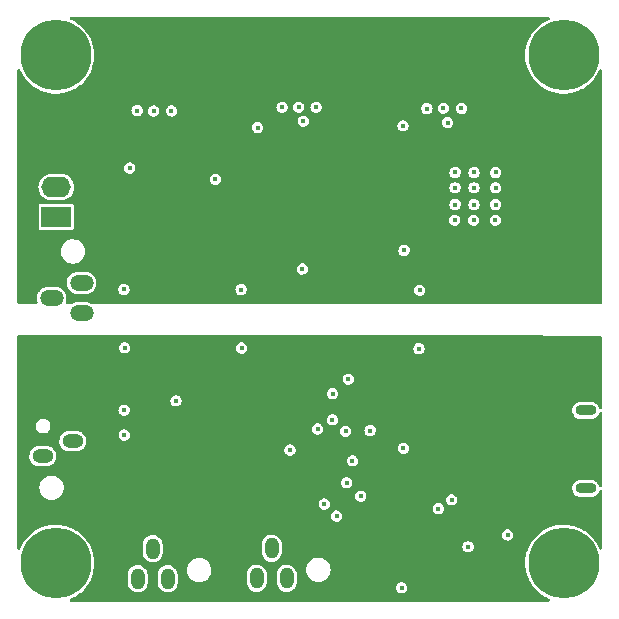
<source format=gbr>
%TF.GenerationSoftware,KiCad,Pcbnew,(6.0.7)*%
%TF.CreationDate,2022-10-31T13:10:49+02:00*%
%TF.ProjectId,DeltaX_SAGA,44656c74-6158-45f5-9341-47412e6b6963,rev?*%
%TF.SameCoordinates,Original*%
%TF.FileFunction,Copper,L3,Inr*%
%TF.FilePolarity,Positive*%
%FSLAX46Y46*%
G04 Gerber Fmt 4.6, Leading zero omitted, Abs format (unit mm)*
G04 Created by KiCad (PCBNEW (6.0.7)) date 2022-10-31 13:10:49*
%MOMM*%
%LPD*%
G01*
G04 APERTURE LIST*
%TA.AperFunction,ComponentPad*%
%ADD10R,1.800000X1.200000*%
%TD*%
%TA.AperFunction,ComponentPad*%
%ADD11O,1.800000X1.200000*%
%TD*%
%TA.AperFunction,ComponentPad*%
%ADD12R,2.000000X1.358000*%
%TD*%
%TA.AperFunction,ComponentPad*%
%ADD13O,2.000000X1.358000*%
%TD*%
%TA.AperFunction,ComponentPad*%
%ADD14R,2.500000X1.750000*%
%TD*%
%TA.AperFunction,ComponentPad*%
%ADD15O,2.500000X1.750000*%
%TD*%
%TA.AperFunction,ComponentPad*%
%ADD16R,1.200000X1.800000*%
%TD*%
%TA.AperFunction,ComponentPad*%
%ADD17O,1.200000X1.800000*%
%TD*%
%TA.AperFunction,ComponentPad*%
%ADD18O,1.800000X0.900000*%
%TD*%
%TA.AperFunction,ViaPad*%
%ADD19C,6.000000*%
%TD*%
%TA.AperFunction,ViaPad*%
%ADD20C,0.450000*%
%TD*%
G04 APERTURE END LIST*
D10*
%TO.N,GND*%
%TO.C,J8*%
X123443700Y-123206900D03*
D11*
%TO.N,+3.3V*%
X120903700Y-121936900D03*
%TO.N,/Motor1_ENCA*%
X123443700Y-120666900D03*
%TD*%
D12*
%TO.N,GND2*%
%TO.C,J6*%
X121650300Y-106001700D03*
D13*
%TO.N,/Thrower_PWM_Isolated*%
X124190300Y-107271700D03*
%TO.N,unconnected-(J6-Pad3)*%
X121650300Y-108541700D03*
%TO.N,unconnected-(J6-Pad4)*%
X124190300Y-109811700D03*
%TD*%
D14*
%TO.N,/Servo_PWM_Isolated*%
%TO.C,J3*%
X122038800Y-101684200D03*
D15*
%TO.N,+5VD*%
X122038800Y-99144200D03*
%TO.N,GND2*%
X122038800Y-96604200D03*
%TD*%
D16*
%TO.N,GND*%
%TO.C,J10*%
X142830500Y-129746900D03*
D17*
%TO.N,+3.3V*%
X141560500Y-132286900D03*
%TO.N,/Motor2_ENCA*%
X140290500Y-129746900D03*
%TO.N,/Motor2_ENCB*%
X139020500Y-132286900D03*
%TD*%
D18*
%TO.N,*%
%TO.C,J1*%
X166874400Y-118068200D03*
X166874400Y-124668200D03*
%TD*%
D16*
%TO.N,GND*%
%TO.C,J9*%
X132736800Y-129775600D03*
D17*
%TO.N,+3.3V*%
X131466800Y-132315600D03*
%TO.N,/Motor3_ENCA*%
X130196800Y-129775600D03*
%TO.N,/Motor3_ENCB*%
X128926800Y-132315600D03*
%TD*%
D19*
%TO.N,*%
X165000000Y-88000000D03*
X122000000Y-131000000D03*
X165000000Y-131000000D03*
X122000000Y-88000000D03*
D20*
%TO.N,/SWDIO*%
X141830000Y-121419000D03*
X147113200Y-122333400D03*
%TO.N,/V+*%
X155805200Y-100633400D03*
X159234200Y-99211000D03*
X157380000Y-101954200D03*
X155779800Y-101954200D03*
X155805200Y-99211000D03*
X159234200Y-100633400D03*
X159208800Y-101954200D03*
X157405400Y-99211000D03*
X157405400Y-100633400D03*
X159234200Y-97915600D03*
X155805200Y-97915600D03*
X157405400Y-97915600D03*
%TO.N,GND2*%
X129053800Y-91218400D03*
X132298200Y-96834200D03*
X150999400Y-108414200D03*
X166496000Y-99736200D03*
X140737800Y-89796000D03*
X138528000Y-104604200D03*
X163115200Y-95155400D03*
X140229800Y-104604200D03*
X147367200Y-107118800D03*
X131746200Y-91243800D03*
X132914600Y-89999200D03*
X153031400Y-89745200D03*
X156181000Y-91091400D03*
X159635400Y-89770600D03*
X135226000Y-94164800D03*
X152658800Y-92944200D03*
X165683200Y-100752200D03*
X129986800Y-96834200D03*
X166620400Y-97162000D03*
X133838800Y-98604200D03*
X143912800Y-90964400D03*
X130882600Y-90405600D03*
X138528000Y-105442400D03*
X137715200Y-105213800D03*
X155317400Y-90253200D03*
X129250200Y-96834200D03*
X162480200Y-107144200D03*
X139391600Y-105442400D03*
X137228800Y-98304200D03*
X162990800Y-99736200D03*
X143049200Y-90126200D03*
X125751800Y-90024600D03*
X133822200Y-96834200D03*
X157476400Y-89745200D03*
X134946600Y-89999200D03*
X144192200Y-89796000D03*
X162990800Y-101742800D03*
X131510800Y-96834200D03*
X142515800Y-90939000D03*
X130349200Y-91218400D03*
X166496000Y-101742800D03*
X137512000Y-89796000D03*
X135937200Y-108261800D03*
X132406600Y-107093400D03*
X140418800Y-92974200D03*
X125269200Y-97543000D03*
X147367200Y-89770600D03*
X147748200Y-94291800D03*
X164867800Y-95155400D03*
X137715200Y-104375600D03*
X166620400Y-95155400D03*
X163115200Y-97162000D03*
X157908200Y-95638000D03*
X164743400Y-101742800D03*
X130774200Y-96834200D03*
X150148800Y-102154200D03*
X164867800Y-97162000D03*
X140229800Y-105442400D03*
X139391600Y-104604200D03*
X154784000Y-91066000D03*
X124659600Y-96247600D03*
X163928000Y-96171400D03*
X153488600Y-91066000D03*
X163803600Y-100752200D03*
X133034800Y-96834200D03*
X128204024Y-93324846D03*
X165807600Y-96171400D03*
X154174400Y-90253200D03*
X134558800Y-96834200D03*
X141906200Y-90126200D03*
X149831000Y-89719800D03*
X128774400Y-89948400D03*
X127606000Y-106864800D03*
X141220400Y-90939000D03*
X129739600Y-90405600D03*
X164743400Y-99736200D03*
X140280600Y-103715200D03*
%TO.N,/Thrower_PWM*%
X127788800Y-120149000D03*
X127783800Y-118040800D03*
%TO.N,/Servo_PWM*%
X145436800Y-116643800D03*
X148611800Y-119768000D03*
%TO.N,/Motor3_ENCB*%
X144725600Y-125991000D03*
X146630600Y-124187600D03*
%TO.N,/Motor3_ENCA*%
X145767000Y-127007000D03*
X147824400Y-125330600D03*
%TO.N,/nSLEEP*%
X151431200Y-121257300D03*
X146757600Y-115424600D03*
%TO.N,/nSLEEP_Isolated*%
X139086800Y-94114000D03*
X155178800Y-93694200D03*
X151398800Y-93974200D03*
X142947600Y-93580600D03*
X142868800Y-106084200D03*
X151488800Y-104514200D03*
%TO.N,/SWCLK*%
X146529000Y-119818800D03*
X145411400Y-118853600D03*
%TO.N,GND*%
X132152600Y-119768000D03*
X134387800Y-122308000D03*
X132152600Y-118523400D03*
X155012600Y-127351703D03*
X150974000Y-113341800D03*
X146681400Y-117888400D03*
X143100000Y-121368200D03*
X152675800Y-129536103D03*
X149856400Y-129612303D03*
X147367200Y-113519600D03*
X160968800Y-130794200D03*
X159301000Y-125616800D03*
X132406600Y-113519600D03*
X163724800Y-120047400D03*
X135911800Y-113291000D03*
X150669200Y-127159400D03*
X140585400Y-120326800D03*
X159965600Y-119945800D03*
X152528800Y-132114200D03*
X157791503Y-129525400D03*
X162480200Y-113570400D03*
X155088800Y-123588897D03*
X125929600Y-113291000D03*
X152269400Y-127159400D03*
X162577600Y-126099400D03*
%TO.N,+5VD*%
X152802800Y-107880800D03*
X137689800Y-107830000D03*
X127770800Y-107817600D03*
X128266400Y-97543000D03*
X135508800Y-98494200D03*
%TO.N,/VM*%
X141158800Y-92394200D03*
X153418800Y-92504200D03*
X154809400Y-92479999D03*
X144038800Y-92394200D03*
X142558800Y-92384200D03*
X130298400Y-92712799D03*
X128888800Y-92674200D03*
X156338800Y-92494200D03*
X131788800Y-92704200D03*
%TO.N,+3.3V*%
X154384300Y-126378700D03*
X144172800Y-119635000D03*
X152752000Y-112833800D03*
X132178000Y-117253400D03*
X137740600Y-112783000D03*
X127834600Y-112757600D03*
X151278700Y-133077700D03*
X155520600Y-125635400D03*
X160250900Y-128602100D03*
X156908800Y-129604200D03*
%TD*%
%TA.AperFunction,Conductor*%
%TO.N,GND*%
G36*
X154043658Y-111706459D02*
G01*
X158448945Y-111710941D01*
X158449201Y-111710942D01*
X168123884Y-111740453D01*
X168191944Y-111760662D01*
X168238273Y-111814460D01*
X168249500Y-111866452D01*
X168249500Y-117856103D01*
X168229498Y-117924224D01*
X168175842Y-117970717D01*
X168105568Y-117980821D01*
X168040988Y-117951327D01*
X168000982Y-117885518D01*
X167987561Y-117829617D01*
X167985788Y-117822232D01*
X167969232Y-117790154D01*
X167911508Y-117678317D01*
X167911508Y-117678316D01*
X167908025Y-117671569D01*
X167902713Y-117665479D01*
X167801563Y-117549529D01*
X167796569Y-117543804D01*
X167732870Y-117499036D01*
X167664070Y-117450682D01*
X167664068Y-117450681D01*
X167657853Y-117446313D01*
X167499887Y-117384724D01*
X167492354Y-117383732D01*
X167492353Y-117383732D01*
X167374661Y-117368238D01*
X167374660Y-117368238D01*
X167370574Y-117367700D01*
X166381884Y-117367700D01*
X166256080Y-117382924D01*
X166097477Y-117442855D01*
X166091219Y-117447156D01*
X165972586Y-117528691D01*
X165957749Y-117538888D01*
X165952697Y-117544558D01*
X165952696Y-117544559D01*
X165850012Y-117659808D01*
X165850010Y-117659812D01*
X165844960Y-117665479D01*
X165841408Y-117672188D01*
X165841407Y-117672189D01*
X165829711Y-117694280D01*
X165765624Y-117815319D01*
X165724319Y-117979759D01*
X165724279Y-117987357D01*
X165724279Y-117987359D01*
X165723999Y-118040800D01*
X165723431Y-118149305D01*
X165725205Y-118156692D01*
X165725205Y-118156696D01*
X165754722Y-118279639D01*
X165763012Y-118314168D01*
X165766493Y-118320912D01*
X165766494Y-118320915D01*
X165837292Y-118458083D01*
X165840775Y-118464831D01*
X165845767Y-118470553D01*
X165845768Y-118470555D01*
X165884692Y-118515174D01*
X165952231Y-118592596D01*
X165958445Y-118596963D01*
X166084730Y-118685718D01*
X166084732Y-118685719D01*
X166090947Y-118690087D01*
X166248913Y-118751676D01*
X166256446Y-118752668D01*
X166256447Y-118752668D01*
X166374139Y-118768162D01*
X166378226Y-118768700D01*
X167366916Y-118768700D01*
X167492720Y-118753476D01*
X167651323Y-118693545D01*
X167791051Y-118597512D01*
X167803868Y-118583127D01*
X167898788Y-118476592D01*
X167898790Y-118476588D01*
X167903840Y-118470921D01*
X167910638Y-118458083D01*
X167952810Y-118378432D01*
X167983176Y-118321081D01*
X168001296Y-118248943D01*
X168037291Y-118187748D01*
X168100657Y-118155727D01*
X168171275Y-118163048D01*
X168226725Y-118207385D01*
X168249500Y-118279639D01*
X168249500Y-124456103D01*
X168229498Y-124524224D01*
X168175842Y-124570717D01*
X168105568Y-124580821D01*
X168040988Y-124551327D01*
X168000982Y-124485518D01*
X167987561Y-124429617D01*
X167985788Y-124422232D01*
X167978392Y-124407901D01*
X167911508Y-124278317D01*
X167911508Y-124278316D01*
X167908025Y-124271569D01*
X167902713Y-124265479D01*
X167837423Y-124190636D01*
X167796569Y-124143804D01*
X167738049Y-124102675D01*
X167664070Y-124050682D01*
X167664068Y-124050681D01*
X167657853Y-124046313D01*
X167499887Y-123984724D01*
X167492354Y-123983732D01*
X167492353Y-123983732D01*
X167374661Y-123968238D01*
X167374660Y-123968238D01*
X167370574Y-123967700D01*
X166381884Y-123967700D01*
X166256080Y-123982924D01*
X166097477Y-124042855D01*
X165957749Y-124138888D01*
X165952697Y-124144558D01*
X165952696Y-124144559D01*
X165850012Y-124259808D01*
X165850010Y-124259812D01*
X165844960Y-124265479D01*
X165841408Y-124272188D01*
X165841407Y-124272189D01*
X165822509Y-124307881D01*
X165765624Y-124415319D01*
X165724319Y-124579759D01*
X165724279Y-124587357D01*
X165724279Y-124587359D01*
X165724182Y-124605846D01*
X165723431Y-124749305D01*
X165725205Y-124756692D01*
X165725205Y-124756696D01*
X165749316Y-124857122D01*
X165763012Y-124914168D01*
X165766493Y-124920912D01*
X165766494Y-124920915D01*
X165813320Y-125011638D01*
X165840775Y-125064831D01*
X165845767Y-125070553D01*
X165845768Y-125070555D01*
X165908208Y-125142131D01*
X165952231Y-125192596D01*
X165969392Y-125204657D01*
X166084730Y-125285718D01*
X166084732Y-125285719D01*
X166090947Y-125290087D01*
X166248913Y-125351676D01*
X166256446Y-125352668D01*
X166256447Y-125352668D01*
X166374139Y-125368162D01*
X166378226Y-125368700D01*
X167366916Y-125368700D01*
X167492720Y-125353476D01*
X167651323Y-125293545D01*
X167791051Y-125197512D01*
X167803868Y-125183127D01*
X167898788Y-125076592D01*
X167898790Y-125076588D01*
X167903840Y-125070921D01*
X167910638Y-125058083D01*
X167958018Y-124968596D01*
X167983176Y-124921081D01*
X168001296Y-124848943D01*
X168037291Y-124787748D01*
X168100657Y-124755727D01*
X168171275Y-124763048D01*
X168226725Y-124807385D01*
X168249500Y-124879639D01*
X168249500Y-129717055D01*
X168229498Y-129785176D01*
X168175842Y-129831669D01*
X168105568Y-129841773D01*
X168040988Y-129812279D01*
X168006429Y-129763643D01*
X167956324Y-129637734D01*
X167956320Y-129637726D01*
X167955064Y-129634569D01*
X167940592Y-129607236D01*
X167791909Y-129326422D01*
X167791907Y-129326419D01*
X167790314Y-129323410D01*
X167592923Y-129031864D01*
X167588798Y-129026999D01*
X167449572Y-128862830D01*
X167365200Y-128763342D01*
X167109808Y-128520984D01*
X167107101Y-128518922D01*
X167107093Y-128518915D01*
X166949051Y-128398521D01*
X166829735Y-128307626D01*
X166709693Y-128235212D01*
X166531174Y-128127522D01*
X166531168Y-128127519D01*
X166528259Y-128125764D01*
X166208904Y-127977524D01*
X166042156Y-127921083D01*
X165878635Y-127865734D01*
X165878630Y-127865733D01*
X165875408Y-127864642D01*
X165651265Y-127814950D01*
X165535001Y-127789175D01*
X165534997Y-127789174D01*
X165531671Y-127788437D01*
X165388813Y-127772666D01*
X165185096Y-127750175D01*
X165185089Y-127750175D01*
X165181714Y-127749802D01*
X165178315Y-127749796D01*
X165178314Y-127749796D01*
X165012777Y-127749507D01*
X164829632Y-127749187D01*
X164699131Y-127763134D01*
X164482927Y-127786239D01*
X164482921Y-127786240D01*
X164479543Y-127786601D01*
X164476220Y-127787325D01*
X164476217Y-127787326D01*
X164138862Y-127860881D01*
X164138860Y-127860882D01*
X164135542Y-127861605D01*
X163801654Y-127973323D01*
X163481784Y-128120447D01*
X163478850Y-128122203D01*
X163478848Y-128122204D01*
X163466557Y-128129560D01*
X163179674Y-128301256D01*
X162898858Y-128513635D01*
X162642622Y-128755099D01*
X162640410Y-128757689D01*
X162640409Y-128757690D01*
X162453604Y-128976411D01*
X162413963Y-129022825D01*
X162412035Y-129025652D01*
X162412033Y-129025654D01*
X162254408Y-129256724D01*
X162215555Y-129313680D01*
X162213948Y-129316690D01*
X162213946Y-129316693D01*
X162136786Y-129461202D01*
X162049720Y-129624262D01*
X162048449Y-129627424D01*
X161949796Y-129872831D01*
X161918397Y-129950937D01*
X161917475Y-129954217D01*
X161917474Y-129954220D01*
X161837968Y-130237076D01*
X161823124Y-130289884D01*
X161765013Y-130637138D01*
X161744746Y-130988637D01*
X161744918Y-130992032D01*
X161744918Y-130992033D01*
X161758376Y-131257690D01*
X161762559Y-131340269D01*
X161763096Y-131343624D01*
X161763097Y-131343630D01*
X161787085Y-131493394D01*
X161818243Y-131687920D01*
X161911149Y-132027524D01*
X162040187Y-132355108D01*
X162063816Y-132400115D01*
X162191845Y-132643973D01*
X162203850Y-132666840D01*
X162205751Y-132669669D01*
X162205757Y-132669679D01*
X162339548Y-132868780D01*
X162400223Y-132959073D01*
X162627007Y-133228388D01*
X162629467Y-133230739D01*
X162629470Y-133230742D01*
X162879089Y-133469283D01*
X162879096Y-133469289D01*
X162881552Y-133471636D01*
X163160878Y-133685971D01*
X163163796Y-133687745D01*
X163458803Y-133867112D01*
X163458808Y-133867115D01*
X163461718Y-133868884D01*
X163498791Y-133886250D01*
X163761684Y-134009398D01*
X163814887Y-134056408D01*
X163834229Y-134124719D01*
X163813569Y-134192643D01*
X163759466Y-134238615D01*
X163708235Y-134249500D01*
X123288293Y-134249500D01*
X123220172Y-134229498D01*
X123173679Y-134175842D01*
X123163575Y-134105568D01*
X123193069Y-134040988D01*
X123236040Y-134008846D01*
X123508156Y-133884835D01*
X123601584Y-133829362D01*
X123807950Y-133706831D01*
X123807955Y-133706828D01*
X123810895Y-133705082D01*
X123836349Y-133685971D01*
X124089718Y-133495737D01*
X124089727Y-133495730D01*
X124092450Y-133493685D01*
X124349527Y-133253116D01*
X124579120Y-132986190D01*
X124731948Y-132763824D01*
X124776612Y-132698838D01*
X124776617Y-132698831D01*
X124778542Y-132696029D01*
X124780154Y-132693035D01*
X124780159Y-132693027D01*
X124796992Y-132661764D01*
X128076300Y-132661764D01*
X128091242Y-132799309D01*
X128150183Y-132974448D01*
X128245357Y-133132844D01*
X128250048Y-133137804D01*
X128250049Y-133137806D01*
X128361299Y-133255448D01*
X128372324Y-133267107D01*
X128525160Y-133370975D01*
X128531494Y-133373508D01*
X128531497Y-133373510D01*
X128690398Y-133437066D01*
X128690403Y-133437067D01*
X128696735Y-133439600D01*
X128771704Y-133452011D01*
X128872306Y-133468666D01*
X128872310Y-133468666D01*
X128879044Y-133469781D01*
X128885861Y-133469424D01*
X128885865Y-133469424D01*
X129040911Y-133461298D01*
X129063581Y-133460110D01*
X129070154Y-133458299D01*
X129070157Y-133458299D01*
X129235154Y-133412851D01*
X129241736Y-133411038D01*
X129405198Y-133324854D01*
X129546340Y-133205580D01*
X129572431Y-133171455D01*
X129654433Y-133064201D01*
X129654436Y-133064197D01*
X129658577Y-133058780D01*
X129691220Y-132988777D01*
X129733793Y-132897480D01*
X129733794Y-132897477D01*
X129736673Y-132891303D01*
X129738158Y-132884658D01*
X129738160Y-132884653D01*
X129775857Y-132716000D01*
X129776983Y-132710963D01*
X129777300Y-132705293D01*
X129777300Y-132661764D01*
X130616300Y-132661764D01*
X130631242Y-132799309D01*
X130690183Y-132974448D01*
X130785357Y-133132844D01*
X130790048Y-133137804D01*
X130790049Y-133137806D01*
X130901299Y-133255448D01*
X130912324Y-133267107D01*
X131065160Y-133370975D01*
X131071494Y-133373508D01*
X131071497Y-133373510D01*
X131230398Y-133437066D01*
X131230403Y-133437067D01*
X131236735Y-133439600D01*
X131311704Y-133452011D01*
X131412306Y-133468666D01*
X131412310Y-133468666D01*
X131419044Y-133469781D01*
X131425861Y-133469424D01*
X131425865Y-133469424D01*
X131580911Y-133461298D01*
X131603581Y-133460110D01*
X131610154Y-133458299D01*
X131610157Y-133458299D01*
X131775154Y-133412851D01*
X131781736Y-133411038D01*
X131945198Y-133324854D01*
X132086340Y-133205580D01*
X132112431Y-133171455D01*
X132194433Y-133064201D01*
X132194436Y-133064197D01*
X132198577Y-133058780D01*
X132231220Y-132988777D01*
X132273793Y-132897480D01*
X132273794Y-132897477D01*
X132276673Y-132891303D01*
X132278158Y-132884658D01*
X132278160Y-132884653D01*
X132315857Y-132716000D01*
X132316983Y-132710963D01*
X132317300Y-132705293D01*
X132317300Y-132633064D01*
X138170000Y-132633064D01*
X138184942Y-132770609D01*
X138243883Y-132945748D01*
X138339057Y-133104144D01*
X138343748Y-133109104D01*
X138343749Y-133109106D01*
X138458776Y-133230742D01*
X138466024Y-133238407D01*
X138618860Y-133342275D01*
X138625194Y-133344808D01*
X138625197Y-133344810D01*
X138784098Y-133408366D01*
X138784103Y-133408367D01*
X138790435Y-133410900D01*
X138882189Y-133426090D01*
X138966006Y-133439966D01*
X138966010Y-133439966D01*
X138972744Y-133441081D01*
X138979561Y-133440724D01*
X138979565Y-133440724D01*
X139134611Y-133432598D01*
X139157281Y-133431410D01*
X139163854Y-133429599D01*
X139163857Y-133429599D01*
X139328854Y-133384151D01*
X139335436Y-133382338D01*
X139498898Y-133296154D01*
X139640040Y-133176880D01*
X139644188Y-133171455D01*
X139748133Y-133035501D01*
X139748136Y-133035497D01*
X139752277Y-133030080D01*
X139771537Y-132988777D01*
X139827493Y-132868780D01*
X139827494Y-132868777D01*
X139830373Y-132862603D01*
X139831858Y-132855958D01*
X139831860Y-132855953D01*
X139869557Y-132687300D01*
X139870683Y-132682263D01*
X139871000Y-132676593D01*
X139871000Y-132633064D01*
X140710000Y-132633064D01*
X140724942Y-132770609D01*
X140783883Y-132945748D01*
X140879057Y-133104144D01*
X140883748Y-133109104D01*
X140883749Y-133109106D01*
X140998776Y-133230742D01*
X141006024Y-133238407D01*
X141158860Y-133342275D01*
X141165194Y-133344808D01*
X141165197Y-133344810D01*
X141324098Y-133408366D01*
X141324103Y-133408367D01*
X141330435Y-133410900D01*
X141422189Y-133426090D01*
X141506006Y-133439966D01*
X141506010Y-133439966D01*
X141512744Y-133441081D01*
X141519561Y-133440724D01*
X141519565Y-133440724D01*
X141674611Y-133432598D01*
X141697281Y-133431410D01*
X141703854Y-133429599D01*
X141703857Y-133429599D01*
X141868854Y-133384151D01*
X141875436Y-133382338D01*
X142038898Y-133296154D01*
X142180040Y-133176880D01*
X142184188Y-133171455D01*
X142260357Y-133071831D01*
X150798346Y-133071831D01*
X150799510Y-133080733D01*
X150799510Y-133080736D01*
X150800648Y-133089437D01*
X150816006Y-133206886D01*
X150870862Y-133331556D01*
X150876639Y-133338429D01*
X150876640Y-133338430D01*
X150934997Y-133407854D01*
X150958504Y-133435819D01*
X150965981Y-133440796D01*
X151048518Y-133495737D01*
X151071887Y-133511293D01*
X151201895Y-133551910D01*
X151338077Y-133554406D01*
X151381242Y-133542638D01*
X151460824Y-133520942D01*
X151460827Y-133520941D01*
X151469486Y-133518580D01*
X151477136Y-133513883D01*
X151477138Y-133513882D01*
X151577906Y-133452011D01*
X151577909Y-133452008D01*
X151585558Y-133447312D01*
X151592208Y-133439966D01*
X151670933Y-133352991D01*
X151670934Y-133352990D01*
X151676961Y-133346331D01*
X151684120Y-133331556D01*
X151732434Y-133231835D01*
X151732434Y-133231834D01*
X151736349Y-133223754D01*
X151756473Y-133104144D01*
X151758141Y-133094230D01*
X151758141Y-133094225D01*
X151758947Y-133089437D01*
X151759090Y-133077700D01*
X151745582Y-132983378D01*
X151741054Y-132951757D01*
X151741053Y-132951754D01*
X151739781Y-132942871D01*
X151683406Y-132818880D01*
X151594496Y-132715696D01*
X151564154Y-132696029D01*
X151487732Y-132646494D01*
X151487730Y-132646493D01*
X151480201Y-132641613D01*
X151471604Y-132639042D01*
X151471602Y-132639041D01*
X151394673Y-132616035D01*
X151349706Y-132602587D01*
X151340730Y-132602532D01*
X151340729Y-132602532D01*
X151283736Y-132602184D01*
X151213504Y-132601755D01*
X151204872Y-132604222D01*
X151091173Y-132636717D01*
X151091171Y-132636718D01*
X151082542Y-132639184D01*
X151074952Y-132643973D01*
X150980543Y-132703541D01*
X150967350Y-132711865D01*
X150877187Y-132813955D01*
X150819301Y-132937248D01*
X150817921Y-132946112D01*
X150817920Y-132946115D01*
X150801341Y-133052598D01*
X150798346Y-133071831D01*
X142260357Y-133071831D01*
X142288133Y-133035501D01*
X142288136Y-133035497D01*
X142292277Y-133030080D01*
X142311537Y-132988777D01*
X142367493Y-132868780D01*
X142367494Y-132868777D01*
X142370373Y-132862603D01*
X142371858Y-132855958D01*
X142371860Y-132855953D01*
X142409557Y-132687300D01*
X142410683Y-132682263D01*
X142411000Y-132676593D01*
X142411000Y-131940736D01*
X142396058Y-131803191D01*
X142337117Y-131628052D01*
X142284033Y-131539706D01*
X143200063Y-131539706D01*
X143203603Y-131578602D01*
X143215108Y-131705020D01*
X143218290Y-131739989D01*
X143220028Y-131745895D01*
X143220029Y-131745899D01*
X143224930Y-131762550D01*
X143275072Y-131932918D01*
X143368246Y-132111143D01*
X143494263Y-132267876D01*
X143648323Y-132397148D01*
X143653715Y-132400112D01*
X143653719Y-132400115D01*
X143798700Y-132479818D01*
X143824558Y-132494034D01*
X143830425Y-132495895D01*
X143830427Y-132495896D01*
X144010385Y-132552982D01*
X144016255Y-132554844D01*
X144172768Y-132572400D01*
X144281106Y-132572400D01*
X144430651Y-132557737D01*
X144623179Y-132499610D01*
X144741326Y-132436790D01*
X144795303Y-132408090D01*
X144795305Y-132408089D01*
X144800749Y-132405194D01*
X144916634Y-132310681D01*
X144951824Y-132281981D01*
X144951827Y-132281978D01*
X144956599Y-132278086D01*
X144961769Y-132271837D01*
X145080863Y-132127877D01*
X145080865Y-132127874D01*
X145084792Y-132123127D01*
X145180445Y-131946220D01*
X145217838Y-131825424D01*
X145238093Y-131759990D01*
X145238094Y-131759987D01*
X145239915Y-131754103D01*
X145241399Y-131739989D01*
X145260293Y-131560222D01*
X145260293Y-131560221D01*
X145260937Y-131554094D01*
X145244561Y-131374152D01*
X145243269Y-131359950D01*
X145243268Y-131359947D01*
X145242710Y-131353811D01*
X145238725Y-131340269D01*
X145192768Y-131184123D01*
X145185928Y-131160882D01*
X145092754Y-130982657D01*
X144966737Y-130825924D01*
X144812677Y-130696652D01*
X144807285Y-130693688D01*
X144807281Y-130693685D01*
X144641837Y-130602732D01*
X144641838Y-130602732D01*
X144636442Y-130599766D01*
X144630575Y-130597905D01*
X144630573Y-130597904D01*
X144450615Y-130540818D01*
X144450614Y-130540818D01*
X144444745Y-130538956D01*
X144288232Y-130521400D01*
X144179894Y-130521400D01*
X144030349Y-130536063D01*
X143837821Y-130594190D01*
X143832380Y-130597083D01*
X143665697Y-130685710D01*
X143665695Y-130685711D01*
X143660251Y-130688606D01*
X143643533Y-130702241D01*
X143509176Y-130811819D01*
X143509173Y-130811822D01*
X143504401Y-130815714D01*
X143500474Y-130820461D01*
X143500472Y-130820463D01*
X143380137Y-130965923D01*
X143380135Y-130965926D01*
X143376208Y-130970673D01*
X143280555Y-131147580D01*
X143254570Y-131231525D01*
X143244499Y-131264060D01*
X143221085Y-131339697D01*
X143220441Y-131345822D01*
X143220441Y-131345823D01*
X143204931Y-131493394D01*
X143200063Y-131539706D01*
X142284033Y-131539706D01*
X142241943Y-131469656D01*
X142237251Y-131464694D01*
X142119665Y-131340351D01*
X142119663Y-131340349D01*
X142114976Y-131335393D01*
X141962140Y-131231525D01*
X141955806Y-131228992D01*
X141955803Y-131228990D01*
X141796902Y-131165434D01*
X141796897Y-131165433D01*
X141790565Y-131162900D01*
X141698024Y-131147580D01*
X141614994Y-131133834D01*
X141614990Y-131133834D01*
X141608256Y-131132719D01*
X141601439Y-131133076D01*
X141601435Y-131133076D01*
X141446389Y-131141202D01*
X141423719Y-131142390D01*
X141417146Y-131144201D01*
X141417143Y-131144201D01*
X141319524Y-131171090D01*
X141245564Y-131191462D01*
X141082102Y-131277646D01*
X140940960Y-131396920D01*
X140936813Y-131402344D01*
X140936812Y-131402345D01*
X140832867Y-131538299D01*
X140832864Y-131538303D01*
X140828723Y-131543720D01*
X140825841Y-131549900D01*
X140825840Y-131549902D01*
X140759948Y-131691209D01*
X140750627Y-131711197D01*
X140749142Y-131717842D01*
X140749140Y-131717847D01*
X140725095Y-131825424D01*
X140710317Y-131891537D01*
X140710000Y-131897207D01*
X140710000Y-132633064D01*
X139871000Y-132633064D01*
X139871000Y-131940736D01*
X139856058Y-131803191D01*
X139797117Y-131628052D01*
X139701943Y-131469656D01*
X139697251Y-131464694D01*
X139579665Y-131340351D01*
X139579663Y-131340349D01*
X139574976Y-131335393D01*
X139422140Y-131231525D01*
X139415806Y-131228992D01*
X139415803Y-131228990D01*
X139256902Y-131165434D01*
X139256897Y-131165433D01*
X139250565Y-131162900D01*
X139158024Y-131147580D01*
X139074994Y-131133834D01*
X139074990Y-131133834D01*
X139068256Y-131132719D01*
X139061439Y-131133076D01*
X139061435Y-131133076D01*
X138906389Y-131141202D01*
X138883719Y-131142390D01*
X138877146Y-131144201D01*
X138877143Y-131144201D01*
X138779524Y-131171090D01*
X138705564Y-131191462D01*
X138542102Y-131277646D01*
X138400960Y-131396920D01*
X138396813Y-131402344D01*
X138396812Y-131402345D01*
X138292867Y-131538299D01*
X138292864Y-131538303D01*
X138288723Y-131543720D01*
X138285841Y-131549900D01*
X138285840Y-131549902D01*
X138219948Y-131691209D01*
X138210627Y-131711197D01*
X138209142Y-131717842D01*
X138209140Y-131717847D01*
X138185095Y-131825424D01*
X138170317Y-131891537D01*
X138170000Y-131897207D01*
X138170000Y-132633064D01*
X132317300Y-132633064D01*
X132317300Y-131969436D01*
X132302358Y-131831891D01*
X132243417Y-131656752D01*
X132190333Y-131568406D01*
X133106363Y-131568406D01*
X133108230Y-131588922D01*
X133123263Y-131754103D01*
X133124590Y-131768689D01*
X133126328Y-131774595D01*
X133126329Y-131774599D01*
X133132841Y-131796724D01*
X133181372Y-131961618D01*
X133274546Y-132139843D01*
X133400563Y-132296576D01*
X133554623Y-132425848D01*
X133560015Y-132428812D01*
X133560019Y-132428815D01*
X133692035Y-132501391D01*
X133730858Y-132522734D01*
X133736725Y-132524595D01*
X133736727Y-132524596D01*
X133916685Y-132581682D01*
X133922555Y-132583544D01*
X134079068Y-132601100D01*
X134187406Y-132601100D01*
X134336951Y-132586437D01*
X134529479Y-132528310D01*
X134599521Y-132491068D01*
X134701603Y-132436790D01*
X134701605Y-132436789D01*
X134707049Y-132433894D01*
X134765739Y-132386028D01*
X134858124Y-132310681D01*
X134858127Y-132310678D01*
X134862899Y-132306786D01*
X134868069Y-132300537D01*
X134987163Y-132156577D01*
X134987165Y-132156574D01*
X134991092Y-132151827D01*
X135086745Y-131974920D01*
X135116480Y-131878862D01*
X135144393Y-131788690D01*
X135144394Y-131788687D01*
X135146215Y-131782803D01*
X135147699Y-131768689D01*
X135166593Y-131588922D01*
X135166593Y-131588921D01*
X135167237Y-131582794D01*
X135150815Y-131402345D01*
X135149569Y-131388650D01*
X135149568Y-131388647D01*
X135149010Y-131382511D01*
X135145552Y-131370759D01*
X135093967Y-131195491D01*
X135092228Y-131189582D01*
X134999054Y-131011357D01*
X134873037Y-130854624D01*
X134718977Y-130725352D01*
X134713585Y-130722388D01*
X134713581Y-130722385D01*
X134548137Y-130631432D01*
X134548138Y-130631432D01*
X134542742Y-130628466D01*
X134536875Y-130626605D01*
X134536873Y-130626604D01*
X134356915Y-130569518D01*
X134356914Y-130569518D01*
X134351045Y-130567656D01*
X134194532Y-130550100D01*
X134086194Y-130550100D01*
X133936649Y-130564763D01*
X133744121Y-130622890D01*
X133738680Y-130625783D01*
X133571997Y-130714410D01*
X133571995Y-130714411D01*
X133566551Y-130717306D01*
X133549833Y-130730941D01*
X133415476Y-130840519D01*
X133415473Y-130840522D01*
X133410701Y-130844414D01*
X133406774Y-130849161D01*
X133406772Y-130849163D01*
X133286437Y-130994623D01*
X133286435Y-130994626D01*
X133282508Y-130999373D01*
X133186855Y-131176280D01*
X133160870Y-131260225D01*
X133130000Y-131359950D01*
X133127385Y-131368397D01*
X133126741Y-131374522D01*
X133126741Y-131374523D01*
X133108958Y-131543720D01*
X133106363Y-131568406D01*
X132190333Y-131568406D01*
X132148243Y-131498356D01*
X132121103Y-131469656D01*
X132025965Y-131369051D01*
X132025963Y-131369049D01*
X132021276Y-131364093D01*
X131868440Y-131260225D01*
X131862106Y-131257692D01*
X131862103Y-131257690D01*
X131703202Y-131194134D01*
X131703197Y-131194133D01*
X131696865Y-131191600D01*
X131604324Y-131176280D01*
X131521294Y-131162534D01*
X131521290Y-131162534D01*
X131514556Y-131161419D01*
X131507739Y-131161776D01*
X131507735Y-131161776D01*
X131352689Y-131169902D01*
X131330019Y-131171090D01*
X131323446Y-131172901D01*
X131323443Y-131172901D01*
X131158446Y-131218349D01*
X131151864Y-131220162D01*
X130988402Y-131306346D01*
X130847260Y-131425620D01*
X130843113Y-131431044D01*
X130843112Y-131431045D01*
X130739167Y-131566999D01*
X130739164Y-131567003D01*
X130735023Y-131572420D01*
X130732141Y-131578600D01*
X130732140Y-131578602D01*
X130664117Y-131724479D01*
X130656927Y-131739897D01*
X130655442Y-131746542D01*
X130655440Y-131746547D01*
X130624165Y-131886471D01*
X130616617Y-131920237D01*
X130616300Y-131925907D01*
X130616300Y-132661764D01*
X129777300Y-132661764D01*
X129777300Y-131969436D01*
X129762358Y-131831891D01*
X129703417Y-131656752D01*
X129608243Y-131498356D01*
X129581103Y-131469656D01*
X129485965Y-131369051D01*
X129485963Y-131369049D01*
X129481276Y-131364093D01*
X129328440Y-131260225D01*
X129322106Y-131257692D01*
X129322103Y-131257690D01*
X129163202Y-131194134D01*
X129163197Y-131194133D01*
X129156865Y-131191600D01*
X129064324Y-131176280D01*
X128981294Y-131162534D01*
X128981290Y-131162534D01*
X128974556Y-131161419D01*
X128967739Y-131161776D01*
X128967735Y-131161776D01*
X128812689Y-131169902D01*
X128790019Y-131171090D01*
X128783446Y-131172901D01*
X128783443Y-131172901D01*
X128618446Y-131218349D01*
X128611864Y-131220162D01*
X128448402Y-131306346D01*
X128307260Y-131425620D01*
X128303113Y-131431044D01*
X128303112Y-131431045D01*
X128199167Y-131566999D01*
X128199164Y-131567003D01*
X128195023Y-131572420D01*
X128192141Y-131578600D01*
X128192140Y-131578602D01*
X128124117Y-131724479D01*
X128116927Y-131739897D01*
X128115442Y-131746542D01*
X128115440Y-131746547D01*
X128084165Y-131886471D01*
X128076617Y-131920237D01*
X128076300Y-131925907D01*
X128076300Y-132661764D01*
X124796992Y-132661764D01*
X124901265Y-132468108D01*
X124945460Y-132386028D01*
X125077922Y-132059814D01*
X125088058Y-132024233D01*
X125127292Y-131886500D01*
X125174378Y-131721201D01*
X125189195Y-131634522D01*
X125233129Y-131377499D01*
X125233129Y-131377497D01*
X125233701Y-131374152D01*
X125234317Y-131364093D01*
X125255085Y-131024522D01*
X125255195Y-131022726D01*
X125255251Y-131006554D01*
X125255268Y-131001821D01*
X125255268Y-131001810D01*
X125255274Y-131000000D01*
X125236234Y-130648433D01*
X125179336Y-130300978D01*
X125129636Y-130121764D01*
X129346300Y-130121764D01*
X129361242Y-130259309D01*
X129420183Y-130434448D01*
X129515357Y-130592844D01*
X129520048Y-130597804D01*
X129520049Y-130597806D01*
X129636742Y-130721204D01*
X129642324Y-130727107D01*
X129795160Y-130830975D01*
X129801494Y-130833508D01*
X129801497Y-130833510D01*
X129960398Y-130897066D01*
X129960403Y-130897067D01*
X129966735Y-130899600D01*
X130058489Y-130914790D01*
X130142306Y-130928666D01*
X130142310Y-130928666D01*
X130149044Y-130929781D01*
X130155861Y-130929424D01*
X130155865Y-130929424D01*
X130310911Y-130921298D01*
X130333581Y-130920110D01*
X130340154Y-130918299D01*
X130340157Y-130918299D01*
X130505154Y-130872851D01*
X130511736Y-130871038D01*
X130675198Y-130784854D01*
X130816340Y-130665580D01*
X130838283Y-130636880D01*
X130924433Y-130524201D01*
X130924436Y-130524197D01*
X130928577Y-130518780D01*
X131006673Y-130351303D01*
X131008158Y-130344658D01*
X131008160Y-130344653D01*
X131045857Y-130176000D01*
X131046983Y-130170963D01*
X131047300Y-130165293D01*
X131047300Y-130093064D01*
X139440000Y-130093064D01*
X139454942Y-130230609D01*
X139513883Y-130405748D01*
X139609057Y-130564144D01*
X139613748Y-130569104D01*
X139613749Y-130569106D01*
X139730442Y-130692504D01*
X139736024Y-130698407D01*
X139888860Y-130802275D01*
X139895194Y-130804808D01*
X139895197Y-130804810D01*
X140054098Y-130868366D01*
X140054103Y-130868367D01*
X140060435Y-130870900D01*
X140152189Y-130886090D01*
X140236006Y-130899966D01*
X140236010Y-130899966D01*
X140242744Y-130901081D01*
X140249561Y-130900724D01*
X140249565Y-130900724D01*
X140404611Y-130892598D01*
X140427281Y-130891410D01*
X140433854Y-130889599D01*
X140433857Y-130889599D01*
X140598854Y-130844151D01*
X140605436Y-130842338D01*
X140768898Y-130756154D01*
X140910040Y-130636880D01*
X140914188Y-130631455D01*
X141018133Y-130495501D01*
X141018136Y-130495497D01*
X141022277Y-130490080D01*
X141100373Y-130322603D01*
X141101858Y-130315958D01*
X141101860Y-130315953D01*
X141139557Y-130147300D01*
X141140683Y-130142263D01*
X141141000Y-130136593D01*
X141141000Y-129598331D01*
X156428446Y-129598331D01*
X156429610Y-129607233D01*
X156429610Y-129607236D01*
X156433598Y-129637734D01*
X156446106Y-129733386D01*
X156500962Y-129858056D01*
X156506739Y-129864929D01*
X156506740Y-129864930D01*
X156579036Y-129950937D01*
X156588604Y-129962319D01*
X156701987Y-130037793D01*
X156831995Y-130078410D01*
X156968177Y-130080906D01*
X157011342Y-130069138D01*
X157090924Y-130047442D01*
X157090927Y-130047441D01*
X157099586Y-130045080D01*
X157107236Y-130040383D01*
X157107238Y-130040382D01*
X157208006Y-129978511D01*
X157208009Y-129978508D01*
X157215658Y-129973812D01*
X157226622Y-129961700D01*
X157301033Y-129879491D01*
X157301034Y-129879490D01*
X157307061Y-129872831D01*
X157314220Y-129858056D01*
X157362534Y-129758335D01*
X157362534Y-129758334D01*
X157366449Y-129750254D01*
X157385380Y-129637734D01*
X157388241Y-129620730D01*
X157388241Y-129620725D01*
X157389047Y-129615937D01*
X157389190Y-129604200D01*
X157369881Y-129469371D01*
X157313506Y-129345380D01*
X157224596Y-129242196D01*
X157169597Y-129206547D01*
X157117832Y-129172994D01*
X157117830Y-129172993D01*
X157110301Y-129168113D01*
X157101704Y-129165542D01*
X157101702Y-129165541D01*
X157024773Y-129142535D01*
X156979806Y-129129087D01*
X156970830Y-129129032D01*
X156970829Y-129129032D01*
X156913836Y-129128684D01*
X156843604Y-129128255D01*
X156834972Y-129130722D01*
X156721273Y-129163217D01*
X156721271Y-129163218D01*
X156712642Y-129165684D01*
X156597450Y-129238365D01*
X156507287Y-129340455D01*
X156503473Y-129348578D01*
X156503472Y-129348580D01*
X156499422Y-129357207D01*
X156449401Y-129463748D01*
X156428446Y-129598331D01*
X141141000Y-129598331D01*
X141141000Y-129400736D01*
X141126058Y-129263191D01*
X141067117Y-129088052D01*
X140971943Y-128929656D01*
X140967251Y-128924694D01*
X140849665Y-128800351D01*
X140849663Y-128800349D01*
X140844976Y-128795393D01*
X140692140Y-128691525D01*
X140685806Y-128688992D01*
X140685803Y-128688990D01*
X140526902Y-128625434D01*
X140526897Y-128625433D01*
X140520565Y-128622900D01*
X140424279Y-128606960D01*
X140359473Y-128596231D01*
X159770546Y-128596231D01*
X159771710Y-128605133D01*
X159771710Y-128605136D01*
X159775104Y-128631090D01*
X159788206Y-128731286D01*
X159795628Y-128748154D01*
X159831224Y-128829051D01*
X159843062Y-128855956D01*
X159848839Y-128862829D01*
X159848840Y-128862830D01*
X159867997Y-128885620D01*
X159930704Y-128960219D01*
X159938181Y-128965196D01*
X160029006Y-129025654D01*
X160044087Y-129035693D01*
X160174095Y-129076310D01*
X160310277Y-129078806D01*
X160353442Y-129067038D01*
X160433024Y-129045342D01*
X160433027Y-129045341D01*
X160441686Y-129042980D01*
X160449336Y-129038283D01*
X160449338Y-129038282D01*
X160550106Y-128976411D01*
X160550109Y-128976408D01*
X160557758Y-128971712D01*
X160564551Y-128964208D01*
X160643133Y-128877391D01*
X160643134Y-128877390D01*
X160649161Y-128870731D01*
X160655853Y-128856920D01*
X160704634Y-128756235D01*
X160704634Y-128756234D01*
X160708549Y-128748154D01*
X160727940Y-128632901D01*
X160730341Y-128618630D01*
X160730341Y-128618625D01*
X160731147Y-128613837D01*
X160731290Y-128602100D01*
X160720010Y-128523333D01*
X160713254Y-128476157D01*
X160713253Y-128476154D01*
X160711981Y-128467271D01*
X160655606Y-128343280D01*
X160566696Y-128240096D01*
X160553394Y-128231474D01*
X160459932Y-128170894D01*
X160459930Y-128170893D01*
X160452401Y-128166013D01*
X160443804Y-128163442D01*
X160443802Y-128163441D01*
X160366873Y-128140435D01*
X160321906Y-128126987D01*
X160312930Y-128126932D01*
X160312929Y-128126932D01*
X160255936Y-128126584D01*
X160185704Y-128126155D01*
X160177072Y-128128622D01*
X160063373Y-128161117D01*
X160063371Y-128161118D01*
X160054742Y-128163584D01*
X159939550Y-128236265D01*
X159849387Y-128338355D01*
X159791501Y-128461648D01*
X159770546Y-128596231D01*
X140359473Y-128596231D01*
X140344994Y-128593834D01*
X140344990Y-128593834D01*
X140338256Y-128592719D01*
X140331439Y-128593076D01*
X140331435Y-128593076D01*
X140176389Y-128601202D01*
X140153719Y-128602390D01*
X140147146Y-128604201D01*
X140147143Y-128604201D01*
X140070058Y-128625434D01*
X139975564Y-128651462D01*
X139812102Y-128737646D01*
X139670960Y-128856920D01*
X139666813Y-128862344D01*
X139666812Y-128862345D01*
X139562867Y-128998299D01*
X139562864Y-128998303D01*
X139558723Y-129003720D01*
X139555841Y-129009900D01*
X139555840Y-129009902D01*
X139499501Y-129130722D01*
X139480627Y-129171197D01*
X139479142Y-129177842D01*
X139479140Y-129177847D01*
X139455095Y-129285424D01*
X139440317Y-129351537D01*
X139440000Y-129357207D01*
X139440000Y-130093064D01*
X131047300Y-130093064D01*
X131047300Y-129429436D01*
X131032358Y-129291891D01*
X130973417Y-129116752D01*
X130878243Y-128958356D01*
X130873551Y-128953394D01*
X130755965Y-128829051D01*
X130755963Y-128829049D01*
X130751276Y-128824093D01*
X130598440Y-128720225D01*
X130592106Y-128717692D01*
X130592103Y-128717690D01*
X130433202Y-128654134D01*
X130433197Y-128654133D01*
X130426865Y-128651600D01*
X130335111Y-128636410D01*
X130251294Y-128622534D01*
X130251290Y-128622534D01*
X130244556Y-128621419D01*
X130237739Y-128621776D01*
X130237735Y-128621776D01*
X130082689Y-128629902D01*
X130060019Y-128631090D01*
X130053446Y-128632901D01*
X130053443Y-128632901D01*
X129976358Y-128654134D01*
X129881864Y-128680162D01*
X129718402Y-128766346D01*
X129577260Y-128885620D01*
X129573113Y-128891044D01*
X129573112Y-128891045D01*
X129469167Y-129026999D01*
X129469164Y-129027003D01*
X129465023Y-129032420D01*
X129462141Y-129038600D01*
X129462140Y-129038602D01*
X129400648Y-129170473D01*
X129386927Y-129199897D01*
X129385442Y-129206542D01*
X129385440Y-129206547D01*
X129362125Y-129310856D01*
X129346617Y-129380237D01*
X129346300Y-129385907D01*
X129346300Y-130121764D01*
X125129636Y-130121764D01*
X125085246Y-129961700D01*
X125083988Y-129958538D01*
X125083985Y-129958530D01*
X124956324Y-129637734D01*
X124956320Y-129637726D01*
X124955064Y-129634569D01*
X124940592Y-129607236D01*
X124791909Y-129326422D01*
X124791907Y-129326419D01*
X124790314Y-129323410D01*
X124592923Y-129031864D01*
X124588798Y-129026999D01*
X124449572Y-128862830D01*
X124365200Y-128763342D01*
X124109808Y-128520984D01*
X124107101Y-128518922D01*
X124107093Y-128518915D01*
X123949051Y-128398521D01*
X123829735Y-128307626D01*
X123709693Y-128235212D01*
X123531174Y-128127522D01*
X123531168Y-128127519D01*
X123528259Y-128125764D01*
X123208904Y-127977524D01*
X123042156Y-127921083D01*
X122878635Y-127865734D01*
X122878630Y-127865733D01*
X122875408Y-127864642D01*
X122651265Y-127814950D01*
X122535001Y-127789175D01*
X122534997Y-127789174D01*
X122531671Y-127788437D01*
X122388813Y-127772666D01*
X122185096Y-127750175D01*
X122185089Y-127750175D01*
X122181714Y-127749802D01*
X122178315Y-127749796D01*
X122178314Y-127749796D01*
X122012777Y-127749507D01*
X121829632Y-127749187D01*
X121699131Y-127763134D01*
X121482927Y-127786239D01*
X121482921Y-127786240D01*
X121479543Y-127786601D01*
X121476220Y-127787325D01*
X121476217Y-127787326D01*
X121138862Y-127860881D01*
X121138860Y-127860882D01*
X121135542Y-127861605D01*
X120801654Y-127973323D01*
X120481784Y-128120447D01*
X120478850Y-128122203D01*
X120478848Y-128122204D01*
X120466557Y-128129560D01*
X120179674Y-128301256D01*
X119898858Y-128513635D01*
X119642622Y-128755099D01*
X119640410Y-128757689D01*
X119640409Y-128757690D01*
X119453604Y-128976411D01*
X119413963Y-129022825D01*
X119412035Y-129025652D01*
X119412033Y-129025654D01*
X119254408Y-129256724D01*
X119215555Y-129313680D01*
X119213948Y-129316690D01*
X119213946Y-129316693D01*
X119136786Y-129461202D01*
X119049720Y-129624262D01*
X119048449Y-129627424D01*
X118993407Y-129764344D01*
X118949440Y-129820088D01*
X118882315Y-129843213D01*
X118813344Y-129826376D01*
X118764424Y-129774923D01*
X118750500Y-129717347D01*
X118750500Y-127001131D01*
X145286646Y-127001131D01*
X145287810Y-127010033D01*
X145287810Y-127010036D01*
X145288948Y-127018737D01*
X145304306Y-127136186D01*
X145359162Y-127260856D01*
X145364939Y-127267729D01*
X145364940Y-127267730D01*
X145377180Y-127282291D01*
X145446804Y-127365119D01*
X145560187Y-127440593D01*
X145690195Y-127481210D01*
X145826377Y-127483706D01*
X145869542Y-127471938D01*
X145949124Y-127450242D01*
X145949127Y-127450241D01*
X145957786Y-127447880D01*
X145965436Y-127443183D01*
X145965438Y-127443182D01*
X146066206Y-127381311D01*
X146066209Y-127381308D01*
X146073858Y-127376612D01*
X146165261Y-127275631D01*
X146172420Y-127260856D01*
X146220734Y-127161135D01*
X146220734Y-127161134D01*
X146224649Y-127153054D01*
X146247247Y-127018737D01*
X146247390Y-127007000D01*
X146228081Y-126872171D01*
X146220459Y-126855406D01*
X146175422Y-126756354D01*
X146171706Y-126748180D01*
X146082796Y-126644996D01*
X146050922Y-126624336D01*
X145976032Y-126575794D01*
X145976030Y-126575793D01*
X145968501Y-126570913D01*
X145959904Y-126568342D01*
X145959902Y-126568341D01*
X145882973Y-126545335D01*
X145838006Y-126531887D01*
X145829030Y-126531832D01*
X145829029Y-126531832D01*
X145772036Y-126531484D01*
X145701804Y-126531055D01*
X145693172Y-126533522D01*
X145579473Y-126566017D01*
X145579471Y-126566018D01*
X145570842Y-126568484D01*
X145455650Y-126641165D01*
X145365487Y-126743255D01*
X145361673Y-126751378D01*
X145361672Y-126751380D01*
X145359337Y-126756354D01*
X145307601Y-126866548D01*
X145286646Y-127001131D01*
X118750500Y-127001131D01*
X118750500Y-125985131D01*
X144245246Y-125985131D01*
X144246410Y-125994033D01*
X144246410Y-125994036D01*
X144250263Y-126023498D01*
X144262906Y-126120186D01*
X144317762Y-126244856D01*
X144323539Y-126251729D01*
X144323540Y-126251730D01*
X144335780Y-126266291D01*
X144405404Y-126349119D01*
X144518787Y-126424593D01*
X144648795Y-126465210D01*
X144784977Y-126467706D01*
X144828142Y-126455938D01*
X144907724Y-126434242D01*
X144907727Y-126434241D01*
X144916386Y-126431880D01*
X144924036Y-126427183D01*
X144924038Y-126427182D01*
X145012558Y-126372831D01*
X153903946Y-126372831D01*
X153905110Y-126381733D01*
X153905110Y-126381736D01*
X153911667Y-126431880D01*
X153921606Y-126507886D01*
X153976462Y-126632556D01*
X153982239Y-126639429D01*
X153982240Y-126639430D01*
X153994480Y-126653991D01*
X154064104Y-126736819D01*
X154177487Y-126812293D01*
X154307495Y-126852910D01*
X154443677Y-126855406D01*
X154486842Y-126843638D01*
X154566424Y-126821942D01*
X154566427Y-126821941D01*
X154575086Y-126819580D01*
X154582736Y-126814883D01*
X154582738Y-126814882D01*
X154683506Y-126753011D01*
X154683509Y-126753008D01*
X154691158Y-126748312D01*
X154697435Y-126741378D01*
X154776533Y-126653991D01*
X154776534Y-126653990D01*
X154782561Y-126647331D01*
X154789720Y-126632556D01*
X154838034Y-126532835D01*
X154838034Y-126532834D01*
X154841949Y-126524754D01*
X154857177Y-126434242D01*
X154863741Y-126395230D01*
X154863741Y-126395225D01*
X154864547Y-126390437D01*
X154864690Y-126378700D01*
X154845381Y-126243871D01*
X154789006Y-126119880D01*
X154700096Y-126016696D01*
X154664339Y-125993519D01*
X154593332Y-125947494D01*
X154593330Y-125947493D01*
X154585801Y-125942613D01*
X154577204Y-125940042D01*
X154577202Y-125940041D01*
X154479060Y-125910691D01*
X154455306Y-125903587D01*
X154446330Y-125903532D01*
X154446329Y-125903532D01*
X154389336Y-125903184D01*
X154319104Y-125902755D01*
X154310472Y-125905222D01*
X154196773Y-125937717D01*
X154196771Y-125937718D01*
X154188142Y-125940184D01*
X154180552Y-125944973D01*
X154116906Y-125985131D01*
X154072950Y-126012865D01*
X153982787Y-126114955D01*
X153978973Y-126123078D01*
X153978972Y-126123080D01*
X153951165Y-126182307D01*
X153924901Y-126238248D01*
X153923521Y-126247112D01*
X153923520Y-126247115D01*
X153905849Y-126360612D01*
X153903946Y-126372831D01*
X145012558Y-126372831D01*
X145024806Y-126365311D01*
X145024809Y-126365308D01*
X145032458Y-126360612D01*
X145123861Y-126259631D01*
X145131020Y-126244856D01*
X145179334Y-126145135D01*
X145179334Y-126145134D01*
X145183249Y-126137054D01*
X145203011Y-126019595D01*
X145205041Y-126007530D01*
X145205041Y-126007525D01*
X145205847Y-126002737D01*
X145205990Y-125991000D01*
X145199398Y-125944973D01*
X145187954Y-125865057D01*
X145187953Y-125865054D01*
X145186681Y-125856171D01*
X145130306Y-125732180D01*
X145041396Y-125628996D01*
X144972680Y-125584456D01*
X144934632Y-125559794D01*
X144934630Y-125559793D01*
X144927101Y-125554913D01*
X144918504Y-125552342D01*
X144918502Y-125552341D01*
X144841573Y-125529335D01*
X144796606Y-125515887D01*
X144787630Y-125515832D01*
X144787629Y-125515832D01*
X144730636Y-125515484D01*
X144660404Y-125515055D01*
X144651772Y-125517522D01*
X144538073Y-125550017D01*
X144538071Y-125550018D01*
X144529442Y-125552484D01*
X144521852Y-125557273D01*
X144426023Y-125617737D01*
X144414250Y-125625165D01*
X144408307Y-125631894D01*
X144408306Y-125631895D01*
X144358121Y-125688719D01*
X144324087Y-125727255D01*
X144320273Y-125735378D01*
X144320272Y-125735380D01*
X144306560Y-125764586D01*
X144266201Y-125850548D01*
X144264821Y-125859412D01*
X144264820Y-125859415D01*
X144251499Y-125944973D01*
X144245246Y-125985131D01*
X118750500Y-125985131D01*
X118750500Y-124599706D01*
X120613263Y-124599706D01*
X120631490Y-124799989D01*
X120633228Y-124805895D01*
X120633229Y-124805899D01*
X120675107Y-124948185D01*
X120688272Y-124992918D01*
X120781446Y-125171143D01*
X120907463Y-125327876D01*
X121061523Y-125457148D01*
X121066915Y-125460112D01*
X121066919Y-125460115D01*
X121166855Y-125515055D01*
X121237758Y-125554034D01*
X121243625Y-125555895D01*
X121243627Y-125555896D01*
X121423585Y-125612982D01*
X121429455Y-125614844D01*
X121585968Y-125632400D01*
X121694306Y-125632400D01*
X121843851Y-125617737D01*
X122036379Y-125559610D01*
X122120071Y-125515110D01*
X122208503Y-125468090D01*
X122208505Y-125468089D01*
X122213949Y-125465194D01*
X122271835Y-125417983D01*
X122365024Y-125341981D01*
X122365027Y-125341978D01*
X122369799Y-125338086D01*
X122375992Y-125330600D01*
X122380847Y-125324731D01*
X147344046Y-125324731D01*
X147345210Y-125333633D01*
X147345210Y-125333636D01*
X147347924Y-125354388D01*
X147361706Y-125459786D01*
X147365323Y-125468006D01*
X147405630Y-125559610D01*
X147416562Y-125584456D01*
X147422339Y-125591329D01*
X147422340Y-125591330D01*
X147456533Y-125632007D01*
X147504204Y-125688719D01*
X147559276Y-125725378D01*
X147604800Y-125755681D01*
X147617587Y-125764193D01*
X147747595Y-125804810D01*
X147883777Y-125807306D01*
X147948961Y-125789535D01*
X148006524Y-125773842D01*
X148006527Y-125773841D01*
X148015186Y-125771480D01*
X148022836Y-125766783D01*
X148022838Y-125766782D01*
X148123606Y-125704911D01*
X148123609Y-125704908D01*
X148131258Y-125700212D01*
X148174961Y-125651930D01*
X148195235Y-125629531D01*
X155040246Y-125629531D01*
X155041410Y-125638433D01*
X155041410Y-125638436D01*
X155048618Y-125693555D01*
X155057906Y-125764586D01*
X155112762Y-125889256D01*
X155118539Y-125896129D01*
X155118540Y-125896130D01*
X155155451Y-125940041D01*
X155200404Y-125993519D01*
X155313787Y-126068993D01*
X155443795Y-126109610D01*
X155579977Y-126112106D01*
X155623142Y-126100338D01*
X155702724Y-126078642D01*
X155702727Y-126078641D01*
X155711386Y-126076280D01*
X155719036Y-126071583D01*
X155719038Y-126071582D01*
X155819806Y-126009711D01*
X155819809Y-126009708D01*
X155827458Y-126005012D01*
X155833916Y-125997878D01*
X155912833Y-125910691D01*
X155912834Y-125910690D01*
X155918861Y-125904031D01*
X155926020Y-125889256D01*
X155974334Y-125789535D01*
X155974334Y-125789534D01*
X155978249Y-125781454D01*
X155991127Y-125704911D01*
X156000041Y-125651930D01*
X156000041Y-125651925D01*
X156000847Y-125647137D01*
X156000990Y-125635400D01*
X155994679Y-125591330D01*
X155982954Y-125509457D01*
X155982953Y-125509454D01*
X155981681Y-125500571D01*
X155966782Y-125467801D01*
X155929022Y-125384754D01*
X155925306Y-125376580D01*
X155836396Y-125273396D01*
X155730346Y-125204657D01*
X155729632Y-125204194D01*
X155729630Y-125204193D01*
X155722101Y-125199313D01*
X155713504Y-125196742D01*
X155713502Y-125196741D01*
X155609652Y-125165684D01*
X155591606Y-125160287D01*
X155582630Y-125160232D01*
X155582629Y-125160232D01*
X155525636Y-125159884D01*
X155455404Y-125159455D01*
X155446772Y-125161922D01*
X155333073Y-125194417D01*
X155333071Y-125194418D01*
X155324442Y-125196884D01*
X155209250Y-125269565D01*
X155203307Y-125276294D01*
X155203306Y-125276295D01*
X155185701Y-125296229D01*
X155119087Y-125371655D01*
X155061201Y-125494948D01*
X155059821Y-125503812D01*
X155059820Y-125503815D01*
X155041672Y-125620374D01*
X155040246Y-125629531D01*
X148195235Y-125629531D01*
X148216633Y-125605891D01*
X148216634Y-125605890D01*
X148222661Y-125599231D01*
X148229820Y-125584456D01*
X148278134Y-125484735D01*
X148278134Y-125484734D01*
X148282049Y-125476654D01*
X148297511Y-125384754D01*
X148303841Y-125347130D01*
X148303841Y-125347125D01*
X148304647Y-125342337D01*
X148304790Y-125330600D01*
X148285481Y-125195771D01*
X148281435Y-125186871D01*
X148232822Y-125079954D01*
X148229106Y-125071780D01*
X148140196Y-124968596D01*
X148056225Y-124914168D01*
X148033432Y-124899394D01*
X148033430Y-124899393D01*
X148025901Y-124894513D01*
X148017304Y-124891942D01*
X148017302Y-124891941D01*
X147940373Y-124868935D01*
X147895406Y-124855487D01*
X147886430Y-124855432D01*
X147886429Y-124855432D01*
X147829436Y-124855084D01*
X147759204Y-124854655D01*
X147750572Y-124857122D01*
X147636873Y-124889617D01*
X147636871Y-124889618D01*
X147628242Y-124892084D01*
X147513050Y-124964765D01*
X147422887Y-125066855D01*
X147365001Y-125190148D01*
X147363621Y-125199012D01*
X147363620Y-125199015D01*
X147348484Y-125296229D01*
X147344046Y-125324731D01*
X122380847Y-125324731D01*
X122494063Y-125187877D01*
X122494065Y-125187874D01*
X122497992Y-125183127D01*
X122593645Y-125006220D01*
X122626713Y-124899394D01*
X122651293Y-124819990D01*
X122651294Y-124819987D01*
X122653115Y-124814103D01*
X122654599Y-124799989D01*
X122668877Y-124664141D01*
X122674137Y-124614094D01*
X122660377Y-124462891D01*
X122656469Y-124419950D01*
X122656468Y-124419947D01*
X122655910Y-124413811D01*
X122650024Y-124393810D01*
X122600867Y-124226791D01*
X122599128Y-124220882D01*
X122578660Y-124181731D01*
X146150246Y-124181731D01*
X146151410Y-124190633D01*
X146151410Y-124190636D01*
X146155365Y-124220882D01*
X146167906Y-124316786D01*
X146171523Y-124325006D01*
X146211335Y-124415485D01*
X146222762Y-124441456D01*
X146228539Y-124448329D01*
X146228540Y-124448330D01*
X146304624Y-124538843D01*
X146310404Y-124545719D01*
X146317881Y-124550696D01*
X146400732Y-124605846D01*
X146423787Y-124621193D01*
X146553795Y-124661810D01*
X146689977Y-124664306D01*
X146733142Y-124652538D01*
X146812724Y-124630842D01*
X146812727Y-124630841D01*
X146821386Y-124628480D01*
X146829036Y-124623783D01*
X146829038Y-124623782D01*
X146929806Y-124561911D01*
X146929809Y-124561908D01*
X146937458Y-124557212D01*
X147028861Y-124456231D01*
X147036020Y-124441456D01*
X147084334Y-124341735D01*
X147084334Y-124341734D01*
X147088249Y-124333654D01*
X147108470Y-124213467D01*
X147110041Y-124204130D01*
X147110041Y-124204125D01*
X147110847Y-124199337D01*
X147110990Y-124187600D01*
X147091681Y-124052771D01*
X147087173Y-124042855D01*
X147060291Y-123983732D01*
X147035306Y-123928780D01*
X146946396Y-123825596D01*
X146933094Y-123816974D01*
X146839632Y-123756394D01*
X146839630Y-123756393D01*
X146832101Y-123751513D01*
X146823504Y-123748942D01*
X146823502Y-123748941D01*
X146746573Y-123725935D01*
X146701606Y-123712487D01*
X146692630Y-123712432D01*
X146692629Y-123712432D01*
X146635636Y-123712084D01*
X146565404Y-123711655D01*
X146556772Y-123714122D01*
X146443073Y-123746617D01*
X146443071Y-123746618D01*
X146434442Y-123749084D01*
X146319250Y-123821765D01*
X146313307Y-123828494D01*
X146313306Y-123828495D01*
X146266085Y-123881963D01*
X146229087Y-123923855D01*
X146171201Y-124047148D01*
X146169821Y-124056012D01*
X146169820Y-124056015D01*
X146156034Y-124144559D01*
X146150246Y-124181731D01*
X122578660Y-124181731D01*
X122512937Y-124056015D01*
X122508808Y-124048116D01*
X122508808Y-124048115D01*
X122505954Y-124042657D01*
X122379937Y-123885924D01*
X122225877Y-123756652D01*
X122220485Y-123753688D01*
X122220481Y-123753685D01*
X122055037Y-123662732D01*
X122055038Y-123662732D01*
X122049642Y-123659766D01*
X122043775Y-123657905D01*
X122043773Y-123657904D01*
X121863815Y-123600818D01*
X121863814Y-123600818D01*
X121857945Y-123598956D01*
X121701432Y-123581400D01*
X121593094Y-123581400D01*
X121443549Y-123596063D01*
X121251021Y-123654190D01*
X121245580Y-123657083D01*
X121078897Y-123745710D01*
X121078895Y-123745711D01*
X121073451Y-123748606D01*
X121015565Y-123795817D01*
X120922376Y-123871819D01*
X120922373Y-123871822D01*
X120917601Y-123875714D01*
X120913674Y-123880461D01*
X120913672Y-123880463D01*
X120793337Y-124025923D01*
X120793335Y-124025926D01*
X120789408Y-124030673D01*
X120693755Y-124207580D01*
X120634285Y-124399697D01*
X120633641Y-124405822D01*
X120633641Y-124405823D01*
X120615248Y-124580821D01*
X120613263Y-124599706D01*
X118750500Y-124599706D01*
X118750500Y-121889144D01*
X119749519Y-121889144D01*
X119749876Y-121895961D01*
X119749876Y-121895965D01*
X119758002Y-122051011D01*
X119759190Y-122073681D01*
X119761001Y-122080254D01*
X119761001Y-122080257D01*
X119793590Y-122198571D01*
X119808262Y-122251836D01*
X119894446Y-122415298D01*
X120013720Y-122556440D01*
X120019144Y-122560587D01*
X120019145Y-122560588D01*
X120155099Y-122664533D01*
X120155103Y-122664536D01*
X120160520Y-122668677D01*
X120166700Y-122671559D01*
X120166702Y-122671560D01*
X120321820Y-122743893D01*
X120321823Y-122743894D01*
X120327997Y-122746773D01*
X120334642Y-122748258D01*
X120334647Y-122748260D01*
X120461626Y-122776642D01*
X120508337Y-122787083D01*
X120514007Y-122787400D01*
X121249864Y-122787400D01*
X121387409Y-122772458D01*
X121562548Y-122713517D01*
X121720944Y-122618343D01*
X121731151Y-122608691D01*
X121850249Y-122496065D01*
X121850251Y-122496063D01*
X121855207Y-122491376D01*
X121959075Y-122338540D01*
X121963058Y-122328583D01*
X121963479Y-122327531D01*
X146632846Y-122327531D01*
X146634010Y-122336433D01*
X146634010Y-122336436D01*
X146635023Y-122344183D01*
X146650506Y-122462586D01*
X146705362Y-122587256D01*
X146711139Y-122594129D01*
X146711140Y-122594130D01*
X146723380Y-122608691D01*
X146793004Y-122691519D01*
X146906387Y-122766993D01*
X147036395Y-122807610D01*
X147172577Y-122810106D01*
X147215742Y-122798338D01*
X147295324Y-122776642D01*
X147295327Y-122776641D01*
X147303986Y-122774280D01*
X147311636Y-122769583D01*
X147311638Y-122769582D01*
X147412406Y-122707711D01*
X147412409Y-122707708D01*
X147420058Y-122703012D01*
X147451137Y-122668677D01*
X147505433Y-122608691D01*
X147505434Y-122608690D01*
X147511461Y-122602031D01*
X147518620Y-122587256D01*
X147566934Y-122487535D01*
X147566934Y-122487534D01*
X147570849Y-122479454D01*
X147593447Y-122345137D01*
X147593518Y-122339299D01*
X147593531Y-122338260D01*
X147593531Y-122338257D01*
X147593590Y-122333400D01*
X147574281Y-122198571D01*
X147517906Y-122074580D01*
X147428996Y-121971396D01*
X147415694Y-121962774D01*
X147322232Y-121902194D01*
X147322230Y-121902193D01*
X147314701Y-121897313D01*
X147306104Y-121894742D01*
X147306102Y-121894741D01*
X147229173Y-121871735D01*
X147184206Y-121858287D01*
X147175230Y-121858232D01*
X147175229Y-121858232D01*
X147118236Y-121857884D01*
X147048004Y-121857455D01*
X147039372Y-121859922D01*
X146925673Y-121892417D01*
X146925671Y-121892418D01*
X146917042Y-121894884D01*
X146801850Y-121967565D01*
X146795907Y-121974294D01*
X146795906Y-121974295D01*
X146780805Y-121991394D01*
X146711687Y-122069655D01*
X146653801Y-122192948D01*
X146652421Y-122201812D01*
X146652420Y-122201815D01*
X146643692Y-122257875D01*
X146632846Y-122327531D01*
X121963479Y-122327531D01*
X122025166Y-122173302D01*
X122025167Y-122173297D01*
X122027700Y-122166965D01*
X122057881Y-121984656D01*
X122057187Y-121971396D01*
X122048567Y-121806932D01*
X122048210Y-121800119D01*
X122045041Y-121788612D01*
X122000951Y-121628546D01*
X121999138Y-121621964D01*
X121912954Y-121458502D01*
X121793680Y-121317360D01*
X121754514Y-121287415D01*
X121652301Y-121209267D01*
X121652297Y-121209264D01*
X121646880Y-121205123D01*
X121640700Y-121202241D01*
X121640698Y-121202240D01*
X121485580Y-121129907D01*
X121485577Y-121129906D01*
X121479403Y-121127027D01*
X121472758Y-121125542D01*
X121472753Y-121125540D01*
X121332829Y-121094265D01*
X121299063Y-121086717D01*
X121293393Y-121086400D01*
X120557536Y-121086400D01*
X120419991Y-121101342D01*
X120244852Y-121160283D01*
X120086456Y-121255457D01*
X120081496Y-121260148D01*
X120081494Y-121260149D01*
X120020996Y-121317360D01*
X119952193Y-121382424D01*
X119848325Y-121535260D01*
X119845792Y-121541594D01*
X119845790Y-121541597D01*
X119782234Y-121700498D01*
X119782233Y-121700503D01*
X119779700Y-121706835D01*
X119775202Y-121734006D01*
X119753973Y-121862242D01*
X119749519Y-121889144D01*
X118750500Y-121889144D01*
X118750500Y-120619144D01*
X122289519Y-120619144D01*
X122289876Y-120625961D01*
X122289876Y-120625965D01*
X122298002Y-120781011D01*
X122299190Y-120803681D01*
X122301001Y-120810254D01*
X122301001Y-120810257D01*
X122326630Y-120903302D01*
X122348262Y-120981836D01*
X122434446Y-121145298D01*
X122553720Y-121286440D01*
X122559144Y-121290587D01*
X122559145Y-121290588D01*
X122695099Y-121394533D01*
X122695103Y-121394536D01*
X122700520Y-121398677D01*
X122706700Y-121401559D01*
X122706702Y-121401560D01*
X122861820Y-121473893D01*
X122861823Y-121473894D01*
X122867997Y-121476773D01*
X122874642Y-121478258D01*
X122874647Y-121478260D01*
X122986204Y-121503195D01*
X123048337Y-121517083D01*
X123054007Y-121517400D01*
X123789864Y-121517400D01*
X123927409Y-121502458D01*
X124102548Y-121443517D01*
X124153119Y-121413131D01*
X141349646Y-121413131D01*
X141350810Y-121422033D01*
X141350810Y-121422036D01*
X141355579Y-121458502D01*
X141367306Y-121548186D01*
X141422162Y-121672856D01*
X141427939Y-121679729D01*
X141427940Y-121679730D01*
X141473425Y-121733841D01*
X141509804Y-121777119D01*
X141623187Y-121852593D01*
X141753195Y-121893210D01*
X141889377Y-121895706D01*
X141938161Y-121882406D01*
X142012124Y-121862242D01*
X142012127Y-121862241D01*
X142020786Y-121859880D01*
X142028436Y-121855183D01*
X142028438Y-121855182D01*
X142129206Y-121793311D01*
X142129209Y-121793308D01*
X142136858Y-121788612D01*
X142188396Y-121731674D01*
X142222233Y-121694291D01*
X142222234Y-121694290D01*
X142228261Y-121687631D01*
X142235420Y-121672856D01*
X142283734Y-121573135D01*
X142283734Y-121573134D01*
X142287649Y-121565054D01*
X142305576Y-121458502D01*
X142309441Y-121435530D01*
X142309441Y-121435525D01*
X142310247Y-121430737D01*
X142310390Y-121419000D01*
X142291081Y-121284171D01*
X142276195Y-121251431D01*
X150950846Y-121251431D01*
X150952010Y-121260333D01*
X150952010Y-121260336D01*
X150953775Y-121273830D01*
X150968506Y-121386486D01*
X151023362Y-121511156D01*
X151029139Y-121518029D01*
X151029140Y-121518030D01*
X151068668Y-121565054D01*
X151111004Y-121615419D01*
X151224387Y-121690893D01*
X151354395Y-121731510D01*
X151490577Y-121734006D01*
X151533742Y-121722238D01*
X151613324Y-121700542D01*
X151613327Y-121700541D01*
X151621986Y-121698180D01*
X151629636Y-121693483D01*
X151629638Y-121693482D01*
X151730406Y-121631611D01*
X151730409Y-121631608D01*
X151738058Y-121626912D01*
X151786735Y-121573135D01*
X151823433Y-121532591D01*
X151823434Y-121532590D01*
X151829461Y-121525931D01*
X151833595Y-121517400D01*
X151884934Y-121411435D01*
X151884934Y-121411434D01*
X151888849Y-121403354D01*
X151908901Y-121284171D01*
X151910641Y-121273830D01*
X151910641Y-121273825D01*
X151911447Y-121269037D01*
X151911590Y-121257300D01*
X151897696Y-121160283D01*
X151893554Y-121131357D01*
X151893553Y-121131354D01*
X151892281Y-121122471D01*
X151835906Y-120998480D01*
X151822493Y-120982913D01*
X151752857Y-120902098D01*
X151746996Y-120895296D01*
X151733694Y-120886674D01*
X151640232Y-120826094D01*
X151640230Y-120826093D01*
X151632701Y-120821213D01*
X151624104Y-120818642D01*
X151624102Y-120818641D01*
X151547173Y-120795635D01*
X151502206Y-120782187D01*
X151493230Y-120782132D01*
X151493229Y-120782132D01*
X151436236Y-120781784D01*
X151366004Y-120781355D01*
X151357372Y-120783822D01*
X151243673Y-120816317D01*
X151243671Y-120816318D01*
X151235042Y-120818784D01*
X151119850Y-120891465D01*
X151113907Y-120898194D01*
X151113906Y-120898195D01*
X151073601Y-120943832D01*
X151029687Y-120993555D01*
X151025873Y-121001678D01*
X151025872Y-121001680D01*
X151001700Y-121053165D01*
X150971801Y-121116848D01*
X150970421Y-121125712D01*
X150970420Y-121125715D01*
X150954796Y-121226065D01*
X150950846Y-121251431D01*
X142276195Y-121251431D01*
X142234706Y-121160180D01*
X142202214Y-121122471D01*
X142151657Y-121063798D01*
X142145796Y-121056996D01*
X142055518Y-120998480D01*
X142039032Y-120987794D01*
X142039030Y-120987793D01*
X142031501Y-120982913D01*
X142022904Y-120980342D01*
X142022902Y-120980341D01*
X141945973Y-120957335D01*
X141901006Y-120943887D01*
X141892030Y-120943832D01*
X141892029Y-120943832D01*
X141835036Y-120943484D01*
X141764804Y-120943055D01*
X141756172Y-120945522D01*
X141642473Y-120978017D01*
X141642471Y-120978018D01*
X141633842Y-120980484D01*
X141518650Y-121053165D01*
X141512707Y-121059894D01*
X141512706Y-121059895D01*
X141462407Y-121116848D01*
X141428487Y-121155255D01*
X141424673Y-121163378D01*
X141424672Y-121163380D01*
X141405074Y-121205123D01*
X141370601Y-121278548D01*
X141369221Y-121287412D01*
X141369220Y-121287415D01*
X141351448Y-121401560D01*
X141349646Y-121413131D01*
X124153119Y-121413131D01*
X124260944Y-121348343D01*
X124288194Y-121322574D01*
X124390249Y-121226065D01*
X124390251Y-121226063D01*
X124395207Y-121221376D01*
X124499075Y-121068540D01*
X124502533Y-121059895D01*
X124565166Y-120903302D01*
X124565167Y-120903297D01*
X124567700Y-120896965D01*
X124586701Y-120782187D01*
X124596766Y-120721394D01*
X124596766Y-120721390D01*
X124597881Y-120714656D01*
X124593220Y-120625706D01*
X124588567Y-120536932D01*
X124588210Y-120530119D01*
X124585041Y-120518612D01*
X124540951Y-120358546D01*
X124539138Y-120351964D01*
X124452954Y-120188502D01*
X124414613Y-120143131D01*
X127308446Y-120143131D01*
X127309610Y-120152033D01*
X127309610Y-120152036D01*
X127314367Y-120188412D01*
X127326106Y-120278186D01*
X127380962Y-120402856D01*
X127386739Y-120409729D01*
X127386740Y-120409730D01*
X127398980Y-120424291D01*
X127468604Y-120507119D01*
X127581987Y-120582593D01*
X127711995Y-120623210D01*
X127848177Y-120625706D01*
X127896961Y-120612406D01*
X127970924Y-120592242D01*
X127970927Y-120592241D01*
X127979586Y-120589880D01*
X127987236Y-120585183D01*
X127987238Y-120585182D01*
X128088006Y-120523311D01*
X128088009Y-120523308D01*
X128095658Y-120518612D01*
X128169679Y-120436835D01*
X128181033Y-120424291D01*
X128181034Y-120424290D01*
X128187061Y-120417631D01*
X128194220Y-120402856D01*
X128242534Y-120303135D01*
X128242534Y-120303134D01*
X128246449Y-120295054D01*
X128264391Y-120188412D01*
X128268241Y-120165530D01*
X128268241Y-120165525D01*
X128269047Y-120160737D01*
X128269190Y-120149000D01*
X128263108Y-120106533D01*
X128251154Y-120023057D01*
X128251153Y-120023054D01*
X128249881Y-120014171D01*
X128243332Y-119999766D01*
X128223433Y-119956001D01*
X128193506Y-119890180D01*
X128104596Y-119786996D01*
X128069405Y-119764186D01*
X127997832Y-119717794D01*
X127997830Y-119717793D01*
X127990301Y-119712913D01*
X127981704Y-119710342D01*
X127981702Y-119710341D01*
X127893525Y-119683971D01*
X127859806Y-119673887D01*
X127850830Y-119673832D01*
X127850829Y-119673832D01*
X127793836Y-119673484D01*
X127723604Y-119673055D01*
X127714972Y-119675522D01*
X127601273Y-119708017D01*
X127601271Y-119708018D01*
X127592642Y-119710484D01*
X127477450Y-119783165D01*
X127471507Y-119789894D01*
X127471506Y-119789895D01*
X127450232Y-119813983D01*
X127387287Y-119885255D01*
X127383473Y-119893378D01*
X127383472Y-119893380D01*
X127363874Y-119935123D01*
X127329401Y-120008548D01*
X127328021Y-120017412D01*
X127328020Y-120017415D01*
X127310320Y-120131096D01*
X127308446Y-120143131D01*
X124414613Y-120143131D01*
X124333680Y-120047360D01*
X124301893Y-120023057D01*
X124192301Y-119939267D01*
X124192297Y-119939264D01*
X124186880Y-119935123D01*
X124180700Y-119932241D01*
X124180698Y-119932240D01*
X124025580Y-119859907D01*
X124025577Y-119859906D01*
X124019403Y-119857027D01*
X124012758Y-119855542D01*
X124012753Y-119855540D01*
X123870125Y-119823660D01*
X123839063Y-119816717D01*
X123833393Y-119816400D01*
X123097536Y-119816400D01*
X122959991Y-119831342D01*
X122784852Y-119890283D01*
X122626456Y-119985457D01*
X122621496Y-119990148D01*
X122621494Y-119990149D01*
X122498423Y-120106533D01*
X122492193Y-120112424D01*
X122388325Y-120265260D01*
X122385792Y-120271594D01*
X122385790Y-120271597D01*
X122322234Y-120430498D01*
X122322233Y-120430503D01*
X122319700Y-120436835D01*
X122318586Y-120443567D01*
X122293973Y-120592242D01*
X122289519Y-120619144D01*
X118750500Y-120619144D01*
X118750500Y-119357629D01*
X120279502Y-119357629D01*
X120282973Y-119412798D01*
X120288304Y-119497527D01*
X120289346Y-119514094D01*
X120291795Y-119521630D01*
X120291795Y-119521632D01*
X120334002Y-119651530D01*
X120337792Y-119663196D01*
X120421796Y-119795565D01*
X120427575Y-119800992D01*
X120427576Y-119800993D01*
X120462213Y-119833519D01*
X120536080Y-119902885D01*
X120543023Y-119906702D01*
X120666517Y-119974594D01*
X120666521Y-119974596D01*
X120673463Y-119978412D01*
X120681138Y-119980383D01*
X120681139Y-119980383D01*
X120817635Y-120015429D01*
X120817638Y-120015429D01*
X120825313Y-120017400D01*
X120942741Y-120017400D01*
X121006773Y-120009311D01*
X121051374Y-120003677D01*
X121051377Y-120003676D01*
X121059239Y-120002683D01*
X121066605Y-119999766D01*
X121066607Y-119999766D01*
X121197635Y-119947888D01*
X121197637Y-119947887D01*
X121205004Y-119944970D01*
X121218558Y-119935123D01*
X121325424Y-119857480D01*
X121331838Y-119852820D01*
X121431770Y-119732023D01*
X121440763Y-119712913D01*
X121471902Y-119646737D01*
X121480187Y-119629131D01*
X143692446Y-119629131D01*
X143693610Y-119638033D01*
X143693610Y-119638036D01*
X143698197Y-119673110D01*
X143710106Y-119764186D01*
X143764962Y-119888856D01*
X143770739Y-119895729D01*
X143770740Y-119895730D01*
X143841898Y-119980383D01*
X143852604Y-119993119D01*
X143965987Y-120068593D01*
X144095995Y-120109210D01*
X144232177Y-120111706D01*
X144275342Y-120099938D01*
X144354924Y-120078242D01*
X144354927Y-120078241D01*
X144363586Y-120075880D01*
X144371236Y-120071183D01*
X144371238Y-120071182D01*
X144472006Y-120009311D01*
X144472009Y-120009308D01*
X144479658Y-120004612D01*
X144492750Y-119990149D01*
X144565033Y-119910291D01*
X144565034Y-119910290D01*
X144571061Y-119903631D01*
X144578220Y-119888856D01*
X144615005Y-119812931D01*
X146048646Y-119812931D01*
X146049810Y-119821833D01*
X146049810Y-119821836D01*
X146054412Y-119857027D01*
X146066306Y-119947986D01*
X146084858Y-119990149D01*
X146110032Y-120047360D01*
X146121162Y-120072656D01*
X146126939Y-120079529D01*
X146126940Y-120079530D01*
X146203024Y-120170043D01*
X146208804Y-120176919D01*
X146216281Y-120181896D01*
X146307091Y-120242344D01*
X146322187Y-120252393D01*
X146353072Y-120262042D01*
X146431057Y-120286406D01*
X146452195Y-120293010D01*
X146588377Y-120295506D01*
X146631542Y-120283738D01*
X146711124Y-120262042D01*
X146711127Y-120262041D01*
X146719786Y-120259680D01*
X146727436Y-120254983D01*
X146727438Y-120254982D01*
X146828206Y-120193111D01*
X146828209Y-120193108D01*
X146835858Y-120188412D01*
X146865307Y-120155878D01*
X146921233Y-120094091D01*
X146921234Y-120094090D01*
X146927261Y-120087431D01*
X146932858Y-120075880D01*
X146982734Y-119972935D01*
X146982734Y-119972934D01*
X146986649Y-119964854D01*
X147004790Y-119857027D01*
X147008441Y-119835330D01*
X147008441Y-119835325D01*
X147009247Y-119830537D01*
X147009390Y-119818800D01*
X147001274Y-119762131D01*
X148131446Y-119762131D01*
X148132610Y-119771033D01*
X148132610Y-119771036D01*
X148140276Y-119829658D01*
X148149106Y-119897186D01*
X148203962Y-120021856D01*
X148209739Y-120028729D01*
X148209740Y-120028730D01*
X148277503Y-120109344D01*
X148291604Y-120126119D01*
X148404987Y-120201593D01*
X148534995Y-120242210D01*
X148671177Y-120244706D01*
X148714342Y-120232938D01*
X148793924Y-120211242D01*
X148793927Y-120211241D01*
X148802586Y-120208880D01*
X148810236Y-120204183D01*
X148810238Y-120204182D01*
X148911006Y-120142311D01*
X148911009Y-120142308D01*
X148918658Y-120137612D01*
X148942257Y-120111541D01*
X149004033Y-120043291D01*
X149004034Y-120043290D01*
X149010061Y-120036631D01*
X149017220Y-120021856D01*
X149065534Y-119922135D01*
X149065534Y-119922134D01*
X149069449Y-119914054D01*
X149085817Y-119816769D01*
X149091241Y-119784530D01*
X149091241Y-119784525D01*
X149092047Y-119779737D01*
X149092190Y-119768000D01*
X149079351Y-119678348D01*
X149074154Y-119642057D01*
X149074153Y-119642054D01*
X149072881Y-119633171D01*
X149016506Y-119509180D01*
X148927596Y-119405996D01*
X148914294Y-119397374D01*
X148820832Y-119336794D01*
X148820830Y-119336793D01*
X148813301Y-119331913D01*
X148804704Y-119329342D01*
X148804702Y-119329341D01*
X148727773Y-119306335D01*
X148682806Y-119292887D01*
X148673830Y-119292832D01*
X148673829Y-119292832D01*
X148616836Y-119292484D01*
X148546604Y-119292055D01*
X148537972Y-119294522D01*
X148424273Y-119327017D01*
X148424271Y-119327018D01*
X148415642Y-119329484D01*
X148408052Y-119334273D01*
X148323544Y-119387594D01*
X148300450Y-119402165D01*
X148294507Y-119408894D01*
X148294506Y-119408895D01*
X148270417Y-119436171D01*
X148210287Y-119504255D01*
X148206473Y-119512378D01*
X148206472Y-119512380D01*
X148189595Y-119548327D01*
X148152401Y-119627548D01*
X148151021Y-119636412D01*
X148151020Y-119636415D01*
X148135183Y-119738131D01*
X148131446Y-119762131D01*
X147001274Y-119762131D01*
X146991354Y-119692857D01*
X146991353Y-119692854D01*
X146990081Y-119683971D01*
X146986240Y-119675522D01*
X146964427Y-119627548D01*
X146933706Y-119559980D01*
X146844796Y-119456796D01*
X146831494Y-119448174D01*
X146738032Y-119387594D01*
X146738030Y-119387593D01*
X146730501Y-119382713D01*
X146721904Y-119380142D01*
X146721902Y-119380141D01*
X146644973Y-119357135D01*
X146600006Y-119343687D01*
X146591030Y-119343632D01*
X146591029Y-119343632D01*
X146534036Y-119343284D01*
X146463804Y-119342855D01*
X146455172Y-119345322D01*
X146341473Y-119377817D01*
X146341471Y-119377818D01*
X146332842Y-119380284D01*
X146217650Y-119452965D01*
X146211707Y-119459694D01*
X146211706Y-119459695D01*
X146165176Y-119512380D01*
X146127487Y-119555055D01*
X146069601Y-119678348D01*
X146068221Y-119687212D01*
X146068220Y-119687215D01*
X146050505Y-119800993D01*
X146048646Y-119812931D01*
X144615005Y-119812931D01*
X144626534Y-119789135D01*
X144626534Y-119789134D01*
X144630449Y-119781054D01*
X144647729Y-119678348D01*
X144652241Y-119651530D01*
X144652241Y-119651525D01*
X144653047Y-119646737D01*
X144653190Y-119635000D01*
X144641472Y-119553178D01*
X144635154Y-119509057D01*
X144635153Y-119509054D01*
X144633881Y-119500171D01*
X144577506Y-119376180D01*
X144488596Y-119272996D01*
X144419039Y-119227911D01*
X144381832Y-119203794D01*
X144381830Y-119203793D01*
X144374301Y-119198913D01*
X144365704Y-119196342D01*
X144365702Y-119196341D01*
X144288773Y-119173335D01*
X144243806Y-119159887D01*
X144234830Y-119159832D01*
X144234829Y-119159832D01*
X144177836Y-119159484D01*
X144107604Y-119159055D01*
X144098972Y-119161522D01*
X143985273Y-119194017D01*
X143985271Y-119194018D01*
X143976642Y-119196484D01*
X143861450Y-119269165D01*
X143855507Y-119275894D01*
X143855506Y-119275895D01*
X143795683Y-119343632D01*
X143771287Y-119371255D01*
X143767473Y-119379378D01*
X143767472Y-119379380D01*
X143744524Y-119428259D01*
X143713401Y-119494548D01*
X143712021Y-119503412D01*
X143712020Y-119503415D01*
X143698513Y-119590169D01*
X143692446Y-119629131D01*
X121480187Y-119629131D01*
X121498521Y-119590169D01*
X121500006Y-119582386D01*
X121500007Y-119582382D01*
X121526413Y-119443956D01*
X121526413Y-119443955D01*
X121527898Y-119436171D01*
X121522076Y-119343632D01*
X121518552Y-119287617D01*
X121518552Y-119287615D01*
X121518054Y-119279706D01*
X121514287Y-119268112D01*
X121472059Y-119138146D01*
X121472057Y-119138143D01*
X121469608Y-119130604D01*
X121385604Y-118998235D01*
X121271320Y-118890915D01*
X121264377Y-118887098D01*
X121192769Y-118847731D01*
X144931046Y-118847731D01*
X144932210Y-118856633D01*
X144932210Y-118856636D01*
X144936693Y-118890915D01*
X144948706Y-118982786D01*
X145003562Y-119107456D01*
X145009339Y-119114329D01*
X145009340Y-119114330D01*
X145076324Y-119194017D01*
X145091204Y-119211719D01*
X145098681Y-119216696D01*
X145193478Y-119279798D01*
X145204587Y-119287193D01*
X145334595Y-119327810D01*
X145470777Y-119330306D01*
X145513942Y-119318538D01*
X145593524Y-119296842D01*
X145593527Y-119296841D01*
X145602186Y-119294480D01*
X145609836Y-119289783D01*
X145609838Y-119289782D01*
X145710606Y-119227911D01*
X145710609Y-119227908D01*
X145718258Y-119223212D01*
X145728934Y-119211418D01*
X145803633Y-119128891D01*
X145803634Y-119128890D01*
X145809661Y-119122231D01*
X145816820Y-119107456D01*
X145865134Y-119007735D01*
X145865134Y-119007734D01*
X145869049Y-118999654D01*
X145891647Y-118865337D01*
X145891790Y-118853600D01*
X145886035Y-118813417D01*
X145873754Y-118727657D01*
X145873753Y-118727654D01*
X145872481Y-118718771D01*
X145861012Y-118693545D01*
X145819822Y-118602954D01*
X145816106Y-118594780D01*
X145727196Y-118491596D01*
X145684947Y-118464211D01*
X145620432Y-118422394D01*
X145620430Y-118422393D01*
X145612901Y-118417513D01*
X145604304Y-118414942D01*
X145604302Y-118414941D01*
X145527373Y-118391935D01*
X145482406Y-118378487D01*
X145473430Y-118378432D01*
X145473429Y-118378432D01*
X145416436Y-118378084D01*
X145346204Y-118377655D01*
X145337572Y-118380122D01*
X145223873Y-118412617D01*
X145223871Y-118412618D01*
X145215242Y-118415084D01*
X145100050Y-118487765D01*
X145094107Y-118494494D01*
X145094106Y-118494495D01*
X145021726Y-118576449D01*
X145009887Y-118589855D01*
X144952001Y-118713148D01*
X144950621Y-118722012D01*
X144950620Y-118722015D01*
X144936389Y-118813417D01*
X144931046Y-118847731D01*
X121192769Y-118847731D01*
X121140883Y-118819206D01*
X121140879Y-118819204D01*
X121133937Y-118815388D01*
X121126262Y-118813417D01*
X121126261Y-118813417D01*
X120989765Y-118778371D01*
X120989762Y-118778371D01*
X120982087Y-118776400D01*
X120864659Y-118776400D01*
X120809907Y-118783317D01*
X120756026Y-118790123D01*
X120756023Y-118790124D01*
X120748161Y-118791117D01*
X120740795Y-118794034D01*
X120740793Y-118794034D01*
X120609765Y-118845912D01*
X120609763Y-118845913D01*
X120602396Y-118848830D01*
X120595985Y-118853488D01*
X120595983Y-118853489D01*
X120579676Y-118865337D01*
X120475562Y-118940980D01*
X120375630Y-119061777D01*
X120308879Y-119203631D01*
X120307394Y-119211414D01*
X120307393Y-119211418D01*
X120282320Y-119342855D01*
X120279502Y-119357629D01*
X118750500Y-119357629D01*
X118750500Y-118034931D01*
X127303446Y-118034931D01*
X127304610Y-118043833D01*
X127304610Y-118043836D01*
X127305748Y-118052537D01*
X127321106Y-118169986D01*
X127375962Y-118294656D01*
X127381739Y-118301529D01*
X127381740Y-118301530D01*
X127448592Y-118381060D01*
X127463604Y-118398919D01*
X127576987Y-118474393D01*
X127706995Y-118515010D01*
X127843177Y-118517506D01*
X127913265Y-118498398D01*
X127965924Y-118484042D01*
X127965927Y-118484041D01*
X127974586Y-118481680D01*
X127982236Y-118476983D01*
X127982238Y-118476982D01*
X128083006Y-118415111D01*
X128083009Y-118415108D01*
X128090658Y-118410412D01*
X128120259Y-118377710D01*
X128176033Y-118316091D01*
X128176034Y-118316090D01*
X128182061Y-118309431D01*
X128189220Y-118294656D01*
X128237534Y-118194935D01*
X128237534Y-118194934D01*
X128241449Y-118186854D01*
X128264047Y-118052537D01*
X128264190Y-118040800D01*
X128254393Y-117972390D01*
X128246154Y-117914857D01*
X128246153Y-117914854D01*
X128244881Y-117905971D01*
X128188506Y-117781980D01*
X128099596Y-117678796D01*
X128079051Y-117665479D01*
X127992832Y-117609594D01*
X127992830Y-117609593D01*
X127985301Y-117604713D01*
X127976704Y-117602142D01*
X127976702Y-117602141D01*
X127899773Y-117579135D01*
X127854806Y-117565687D01*
X127845830Y-117565632D01*
X127845829Y-117565632D01*
X127788836Y-117565284D01*
X127718604Y-117564855D01*
X127709972Y-117567322D01*
X127596273Y-117599817D01*
X127596271Y-117599818D01*
X127587642Y-117602284D01*
X127472450Y-117674965D01*
X127466507Y-117681694D01*
X127466506Y-117681695D01*
X127423897Y-117729941D01*
X127382287Y-117777055D01*
X127324401Y-117900348D01*
X127323021Y-117909212D01*
X127323020Y-117909215D01*
X127313184Y-117972390D01*
X127303446Y-118034931D01*
X118750500Y-118034931D01*
X118750500Y-117247531D01*
X131697646Y-117247531D01*
X131698810Y-117256433D01*
X131698810Y-117256436D01*
X131699948Y-117265137D01*
X131715306Y-117382586D01*
X131770162Y-117507256D01*
X131775939Y-117514129D01*
X131775940Y-117514130D01*
X131821441Y-117568260D01*
X131857804Y-117611519D01*
X131865281Y-117616496D01*
X131953118Y-117674965D01*
X131971187Y-117686993D01*
X132101195Y-117727610D01*
X132237377Y-117730106D01*
X132280542Y-117718338D01*
X132360124Y-117696642D01*
X132360127Y-117696641D01*
X132368786Y-117694280D01*
X132376436Y-117689583D01*
X132376438Y-117689582D01*
X132477206Y-117627711D01*
X132477209Y-117627708D01*
X132484858Y-117623012D01*
X132497004Y-117609594D01*
X132570233Y-117528691D01*
X132570234Y-117528690D01*
X132576261Y-117522031D01*
X132583420Y-117507256D01*
X132631734Y-117407535D01*
X132631734Y-117407534D01*
X132635649Y-117399454D01*
X132658247Y-117265137D01*
X132658390Y-117253400D01*
X132639081Y-117118571D01*
X132582706Y-116994580D01*
X132493796Y-116891396D01*
X132480494Y-116882774D01*
X132387032Y-116822194D01*
X132387030Y-116822193D01*
X132379501Y-116817313D01*
X132370904Y-116814742D01*
X132370902Y-116814741D01*
X132287684Y-116789854D01*
X132249006Y-116778287D01*
X132240030Y-116778232D01*
X132240029Y-116778232D01*
X132183036Y-116777884D01*
X132112804Y-116777455D01*
X132104172Y-116779922D01*
X131990473Y-116812417D01*
X131990471Y-116812418D01*
X131981842Y-116814884D01*
X131866650Y-116887565D01*
X131860707Y-116894294D01*
X131860706Y-116894295D01*
X131851667Y-116904530D01*
X131776487Y-116989655D01*
X131772673Y-116997778D01*
X131772672Y-116997780D01*
X131768392Y-117006896D01*
X131718601Y-117112948D01*
X131697646Y-117247531D01*
X118750500Y-117247531D01*
X118750500Y-116637931D01*
X144956446Y-116637931D01*
X144957610Y-116646833D01*
X144957610Y-116646836D01*
X144958748Y-116655537D01*
X144974106Y-116772986D01*
X144977723Y-116781206D01*
X145024059Y-116886512D01*
X145028962Y-116897656D01*
X145034739Y-116904529D01*
X145034740Y-116904530D01*
X145104717Y-116987778D01*
X145116604Y-117001919D01*
X145229987Y-117077393D01*
X145359995Y-117118010D01*
X145496177Y-117120506D01*
X145553695Y-117104825D01*
X145618924Y-117087042D01*
X145618927Y-117087041D01*
X145627586Y-117084680D01*
X145635236Y-117079983D01*
X145635238Y-117079982D01*
X145736006Y-117018111D01*
X145736009Y-117018108D01*
X145743658Y-117013412D01*
X145753306Y-117002754D01*
X145829033Y-116919091D01*
X145829034Y-116919090D01*
X145835061Y-116912431D01*
X145842220Y-116897656D01*
X145890534Y-116797935D01*
X145890534Y-116797934D01*
X145894449Y-116789854D01*
X145917047Y-116655537D01*
X145917190Y-116643800D01*
X145897881Y-116508971D01*
X145841506Y-116384980D01*
X145752596Y-116281796D01*
X145739294Y-116273174D01*
X145645832Y-116212594D01*
X145645830Y-116212593D01*
X145638301Y-116207713D01*
X145629704Y-116205142D01*
X145629702Y-116205141D01*
X145552773Y-116182135D01*
X145507806Y-116168687D01*
X145498830Y-116168632D01*
X145498829Y-116168632D01*
X145441836Y-116168284D01*
X145371604Y-116167855D01*
X145362972Y-116170322D01*
X145249273Y-116202817D01*
X145249271Y-116202818D01*
X145240642Y-116205284D01*
X145125450Y-116277965D01*
X145035287Y-116380055D01*
X144977401Y-116503348D01*
X144956446Y-116637931D01*
X118750500Y-116637931D01*
X118750500Y-115418731D01*
X146277246Y-115418731D01*
X146278410Y-115427633D01*
X146278410Y-115427636D01*
X146279548Y-115436337D01*
X146294906Y-115553786D01*
X146349762Y-115678456D01*
X146355539Y-115685329D01*
X146355540Y-115685330D01*
X146367780Y-115699891D01*
X146437404Y-115782719D01*
X146550787Y-115858193D01*
X146680795Y-115898810D01*
X146816977Y-115901306D01*
X146860142Y-115889538D01*
X146939724Y-115867842D01*
X146939727Y-115867841D01*
X146948386Y-115865480D01*
X146956036Y-115860783D01*
X146956038Y-115860782D01*
X147056806Y-115798911D01*
X147056809Y-115798908D01*
X147064458Y-115794212D01*
X147155861Y-115693231D01*
X147163020Y-115678456D01*
X147211334Y-115578735D01*
X147211334Y-115578734D01*
X147215249Y-115570654D01*
X147237847Y-115436337D01*
X147237990Y-115424600D01*
X147218681Y-115289771D01*
X147162306Y-115165780D01*
X147073396Y-115062596D01*
X147060094Y-115053974D01*
X146966632Y-114993394D01*
X146966630Y-114993393D01*
X146959101Y-114988513D01*
X146950504Y-114985942D01*
X146950502Y-114985941D01*
X146873573Y-114962935D01*
X146828606Y-114949487D01*
X146819630Y-114949432D01*
X146819629Y-114949432D01*
X146762636Y-114949084D01*
X146692404Y-114948655D01*
X146683772Y-114951122D01*
X146570073Y-114983617D01*
X146570071Y-114983618D01*
X146561442Y-114986084D01*
X146446250Y-115058765D01*
X146356087Y-115160855D01*
X146298201Y-115284148D01*
X146277246Y-115418731D01*
X118750500Y-115418731D01*
X118750500Y-112751731D01*
X127354246Y-112751731D01*
X127355410Y-112760633D01*
X127355410Y-112760636D01*
X127360496Y-112799530D01*
X127371906Y-112886786D01*
X127375523Y-112895006D01*
X127416413Y-112987935D01*
X127426762Y-113011456D01*
X127432539Y-113018329D01*
X127432540Y-113018330D01*
X127496439Y-113094347D01*
X127514404Y-113115719D01*
X127627787Y-113191193D01*
X127658672Y-113200842D01*
X127739973Y-113226242D01*
X127757795Y-113231810D01*
X127893977Y-113234306D01*
X127958948Y-113216593D01*
X128016724Y-113200842D01*
X128016727Y-113200841D01*
X128025386Y-113198480D01*
X128033036Y-113193783D01*
X128033038Y-113193782D01*
X128133806Y-113131911D01*
X128133809Y-113131908D01*
X128141458Y-113127212D01*
X128157861Y-113109091D01*
X128226833Y-113032891D01*
X128226834Y-113032890D01*
X128232861Y-113026231D01*
X128240020Y-113011456D01*
X128288334Y-112911735D01*
X128288334Y-112911734D01*
X128292249Y-112903654D01*
X128311731Y-112787860D01*
X128313536Y-112777131D01*
X137260246Y-112777131D01*
X137261410Y-112786033D01*
X137261410Y-112786036D01*
X137269076Y-112844658D01*
X137277906Y-112912186D01*
X137332762Y-113036856D01*
X137338539Y-113043729D01*
X137338540Y-113043730D01*
X137350780Y-113058291D01*
X137420404Y-113141119D01*
X137427881Y-113146096D01*
X137510125Y-113200842D01*
X137533787Y-113216593D01*
X137663795Y-113257210D01*
X137799977Y-113259706D01*
X137843142Y-113247938D01*
X137922724Y-113226242D01*
X137922727Y-113226241D01*
X137931386Y-113223880D01*
X137939036Y-113219183D01*
X137939038Y-113219182D01*
X138039806Y-113157311D01*
X138039809Y-113157308D01*
X138047458Y-113152612D01*
X138076475Y-113120555D01*
X138132833Y-113058291D01*
X138132834Y-113058290D01*
X138138861Y-113051631D01*
X138146020Y-113036856D01*
X138194334Y-112937135D01*
X138194334Y-112937134D01*
X138198249Y-112929054D01*
X138214275Y-112833800D01*
X138215262Y-112827931D01*
X152271646Y-112827931D01*
X152272810Y-112836833D01*
X152272810Y-112836836D01*
X152279342Y-112886786D01*
X152289306Y-112962986D01*
X152292923Y-112971206D01*
X152321810Y-113036856D01*
X152344162Y-113087656D01*
X152349939Y-113094529D01*
X152349940Y-113094530D01*
X152361971Y-113108843D01*
X152431804Y-113191919D01*
X152445209Y-113200842D01*
X152530091Y-113257344D01*
X152545187Y-113267393D01*
X152675195Y-113308010D01*
X152811377Y-113310506D01*
X152854542Y-113298738D01*
X152934124Y-113277042D01*
X152934127Y-113277041D01*
X152942786Y-113274680D01*
X152950436Y-113269983D01*
X152950438Y-113269982D01*
X153051206Y-113208111D01*
X153051209Y-113208108D01*
X153058858Y-113203412D01*
X153074422Y-113186218D01*
X153144233Y-113109091D01*
X153144234Y-113109090D01*
X153150261Y-113102431D01*
X153157420Y-113087656D01*
X153205734Y-112987935D01*
X153205734Y-112987934D01*
X153209649Y-112979854D01*
X153225307Y-112886786D01*
X153231441Y-112850330D01*
X153231441Y-112850325D01*
X153232247Y-112845537D01*
X153232390Y-112833800D01*
X153221912Y-112760636D01*
X153214354Y-112707857D01*
X153214353Y-112707854D01*
X153213081Y-112698971D01*
X153156706Y-112574980D01*
X153067796Y-112471796D01*
X152989422Y-112420996D01*
X152961032Y-112402594D01*
X152961030Y-112402593D01*
X152953501Y-112397713D01*
X152944904Y-112395142D01*
X152944902Y-112395141D01*
X152867973Y-112372135D01*
X152823006Y-112358687D01*
X152814030Y-112358632D01*
X152814029Y-112358632D01*
X152757036Y-112358284D01*
X152686804Y-112357855D01*
X152678172Y-112360322D01*
X152564473Y-112392817D01*
X152564471Y-112392818D01*
X152555842Y-112395284D01*
X152440650Y-112467965D01*
X152434707Y-112474694D01*
X152434706Y-112474695D01*
X152388176Y-112527380D01*
X152350487Y-112570055D01*
X152346673Y-112578178D01*
X152346672Y-112578180D01*
X152329572Y-112614602D01*
X152292601Y-112693348D01*
X152291221Y-112702212D01*
X152291220Y-112702215D01*
X152279556Y-112777131D01*
X152271646Y-112827931D01*
X138215262Y-112827931D01*
X138220041Y-112799530D01*
X138220041Y-112799525D01*
X138220847Y-112794737D01*
X138220990Y-112783000D01*
X138201681Y-112648171D01*
X138145306Y-112524180D01*
X138056396Y-112420996D01*
X138043094Y-112412374D01*
X137949632Y-112351794D01*
X137949630Y-112351793D01*
X137942101Y-112346913D01*
X137933504Y-112344342D01*
X137933502Y-112344341D01*
X137840797Y-112316617D01*
X137811606Y-112307887D01*
X137802630Y-112307832D01*
X137802629Y-112307832D01*
X137745636Y-112307484D01*
X137675404Y-112307055D01*
X137666772Y-112309522D01*
X137553073Y-112342017D01*
X137553071Y-112342018D01*
X137544442Y-112344484D01*
X137536852Y-112349273D01*
X137452344Y-112402594D01*
X137429250Y-112417165D01*
X137423307Y-112423894D01*
X137423306Y-112423895D01*
X137363177Y-112491978D01*
X137339087Y-112519255D01*
X137281201Y-112642548D01*
X137279821Y-112651412D01*
X137279820Y-112651415D01*
X137264201Y-112751731D01*
X137260246Y-112777131D01*
X128313536Y-112777131D01*
X128314041Y-112774130D01*
X128314041Y-112774125D01*
X128314847Y-112769337D01*
X128314990Y-112757600D01*
X128306594Y-112698971D01*
X128296954Y-112631657D01*
X128296953Y-112631654D01*
X128295681Y-112622771D01*
X128239306Y-112498780D01*
X128150396Y-112395596D01*
X128097423Y-112361260D01*
X128043632Y-112326394D01*
X128043630Y-112326393D01*
X128036101Y-112321513D01*
X128027504Y-112318942D01*
X128027502Y-112318941D01*
X127950573Y-112295935D01*
X127905606Y-112282487D01*
X127896630Y-112282432D01*
X127896629Y-112282432D01*
X127839636Y-112282084D01*
X127769404Y-112281655D01*
X127760772Y-112284122D01*
X127647073Y-112316617D01*
X127647071Y-112316618D01*
X127638442Y-112319084D01*
X127630852Y-112323873D01*
X127590596Y-112349273D01*
X127523250Y-112391765D01*
X127517307Y-112398494D01*
X127517306Y-112398495D01*
X127513859Y-112402398D01*
X127433087Y-112493855D01*
X127429273Y-112501978D01*
X127429272Y-112501980D01*
X127418849Y-112524180D01*
X127375201Y-112617148D01*
X127373821Y-112626012D01*
X127373820Y-112626015D01*
X127361956Y-112702215D01*
X127354246Y-112751731D01*
X118750500Y-112751731D01*
X118750500Y-111796684D01*
X118770502Y-111728563D01*
X118824158Y-111682070D01*
X118876627Y-111670684D01*
X154043658Y-111706459D01*
G37*
%TD.AperFunction*%
%TD*%
%TA.AperFunction,Conductor*%
%TO.N,GND2*%
G36*
X163778752Y-84770502D02*
G01*
X163825245Y-84824158D01*
X163835349Y-84894432D01*
X163805855Y-84959012D01*
X163763281Y-84990972D01*
X163481784Y-85120447D01*
X163478850Y-85122203D01*
X163478848Y-85122204D01*
X163390052Y-85175348D01*
X163179674Y-85301256D01*
X162898858Y-85513635D01*
X162642622Y-85755099D01*
X162413963Y-86022825D01*
X162412035Y-86025652D01*
X162412033Y-86025654D01*
X162405871Y-86034688D01*
X162215555Y-86313680D01*
X162213948Y-86316690D01*
X162213946Y-86316693D01*
X162208751Y-86326422D01*
X162049720Y-86624262D01*
X161918397Y-86950937D01*
X161917475Y-86954217D01*
X161917474Y-86954220D01*
X161915372Y-86961700D01*
X161823124Y-87289884D01*
X161765013Y-87637138D01*
X161744746Y-87988637D01*
X161762559Y-88340269D01*
X161763096Y-88343624D01*
X161763097Y-88343630D01*
X161767986Y-88374152D01*
X161818243Y-88687920D01*
X161911149Y-89027524D01*
X162040187Y-89355108D01*
X162203850Y-89666840D01*
X162205751Y-89669669D01*
X162205757Y-89669679D01*
X162386851Y-89939173D01*
X162400223Y-89959073D01*
X162627007Y-90228388D01*
X162629467Y-90230739D01*
X162629470Y-90230742D01*
X162879089Y-90469283D01*
X162879096Y-90469289D01*
X162881552Y-90471636D01*
X163160878Y-90685971D01*
X163163796Y-90687745D01*
X163458803Y-90867112D01*
X163458808Y-90867115D01*
X163461718Y-90868884D01*
X163780553Y-91018237D01*
X163783771Y-91019339D01*
X163783774Y-91019340D01*
X164110430Y-91131180D01*
X164110438Y-91131182D01*
X164113653Y-91132283D01*
X164457122Y-91209687D01*
X164505474Y-91215196D01*
X164803559Y-91249159D01*
X164803567Y-91249159D01*
X164806942Y-91249544D01*
X164810346Y-91249562D01*
X164810349Y-91249562D01*
X165002330Y-91250567D01*
X165159019Y-91251388D01*
X165162405Y-91251038D01*
X165162407Y-91251038D01*
X165505845Y-91215547D01*
X165505853Y-91215546D01*
X165509237Y-91215196D01*
X165512570Y-91214481D01*
X165512573Y-91214481D01*
X165682021Y-91178154D01*
X165853498Y-91141393D01*
X166187774Y-91030842D01*
X166508156Y-90884835D01*
X166601583Y-90829362D01*
X166807950Y-90706831D01*
X166807955Y-90706828D01*
X166810895Y-90705082D01*
X166836349Y-90685971D01*
X167089718Y-90495737D01*
X167089727Y-90495730D01*
X167092450Y-90493685D01*
X167349527Y-90253116D01*
X167579120Y-89986190D01*
X167683855Y-89833799D01*
X167776612Y-89698838D01*
X167776617Y-89698831D01*
X167778542Y-89696029D01*
X167780154Y-89693035D01*
X167780159Y-89693027D01*
X167943838Y-89389040D01*
X167945460Y-89386028D01*
X168006757Y-89235072D01*
X168050919Y-89179481D01*
X168118124Y-89156591D01*
X168187036Y-89173668D01*
X168235776Y-89225291D01*
X168249500Y-89282476D01*
X168249500Y-108897991D01*
X168229498Y-108966112D01*
X168175842Y-109012605D01*
X168123564Y-109023991D01*
X151459913Y-109032463D01*
X125077676Y-109045875D01*
X125014616Y-109028996D01*
X124891444Y-108957882D01*
X124815657Y-108933258D01*
X124711897Y-108899544D01*
X124711896Y-108899544D01*
X124705618Y-108897504D01*
X124699055Y-108896814D01*
X124699054Y-108896814D01*
X124676227Y-108894415D01*
X124560013Y-108882200D01*
X123820587Y-108882200D01*
X123704373Y-108894415D01*
X123681546Y-108896814D01*
X123681545Y-108896814D01*
X123674982Y-108897504D01*
X123668704Y-108899544D01*
X123668703Y-108899544D01*
X123564943Y-108933258D01*
X123489156Y-108957882D01*
X123483437Y-108961184D01*
X123483433Y-108961186D01*
X123364422Y-109029897D01*
X123301486Y-109046778D01*
X122957898Y-109046953D01*
X122889767Y-109026986D01*
X122843247Y-108973354D01*
X122833107Y-108903085D01*
X122842727Y-108869705D01*
X122857489Y-108836549D01*
X122857490Y-108836545D01*
X122860176Y-108830513D01*
X122900800Y-108639394D01*
X122900800Y-108444006D01*
X122860176Y-108252887D01*
X122856173Y-108243896D01*
X122783391Y-108080422D01*
X122783389Y-108080419D01*
X122780705Y-108074390D01*
X122752039Y-108034935D01*
X122669741Y-107921661D01*
X122669739Y-107921659D01*
X122665858Y-107916317D01*
X122644771Y-107897330D01*
X122525564Y-107789996D01*
X122525563Y-107789995D01*
X122520656Y-107785577D01*
X122364069Y-107695171D01*
X122357167Y-107691186D01*
X122357166Y-107691185D01*
X122351444Y-107687882D01*
X122165618Y-107627504D01*
X122159055Y-107626814D01*
X122159054Y-107626814D01*
X122136227Y-107624415D01*
X122020013Y-107612200D01*
X121280587Y-107612200D01*
X121164373Y-107624415D01*
X121141546Y-107626814D01*
X121141545Y-107626814D01*
X121134982Y-107627504D01*
X120949156Y-107687882D01*
X120943434Y-107691185D01*
X120943433Y-107691186D01*
X120936531Y-107695171D01*
X120779944Y-107785577D01*
X120775037Y-107789995D01*
X120775036Y-107789996D01*
X120655829Y-107897330D01*
X120634742Y-107916317D01*
X120630861Y-107921659D01*
X120630859Y-107921661D01*
X120548561Y-108034935D01*
X120519895Y-108074390D01*
X120517211Y-108080419D01*
X120517209Y-108080422D01*
X120444427Y-108243896D01*
X120440424Y-108252887D01*
X120399800Y-108444006D01*
X120399800Y-108639394D01*
X120440424Y-108830513D01*
X120458465Y-108871035D01*
X120467899Y-108941400D01*
X120437792Y-109005697D01*
X120377704Y-109043511D01*
X120343422Y-109048282D01*
X118988538Y-109048971D01*
X118876564Y-109049028D01*
X118808433Y-109029061D01*
X118761913Y-108975429D01*
X118750500Y-108923028D01*
X118750500Y-107369394D01*
X122939800Y-107369394D01*
X122941172Y-107375846D01*
X122941172Y-107375851D01*
X122959944Y-107464165D01*
X122980424Y-107560513D01*
X122983110Y-107566546D01*
X122983111Y-107566549D01*
X123040377Y-107695171D01*
X123059895Y-107739010D01*
X123063775Y-107744351D01*
X123063776Y-107744352D01*
X123166443Y-107885660D01*
X123174742Y-107897083D01*
X123179652Y-107901504D01*
X123179653Y-107901505D01*
X123309036Y-108018001D01*
X123319944Y-108027823D01*
X123395518Y-108071456D01*
X123442587Y-108098631D01*
X123489156Y-108125518D01*
X123495442Y-108127560D01*
X123495441Y-108127560D01*
X123658978Y-108180696D01*
X123674982Y-108185896D01*
X123681545Y-108186586D01*
X123681546Y-108186586D01*
X123696132Y-108188119D01*
X123820587Y-108201200D01*
X124560013Y-108201200D01*
X124684468Y-108188119D01*
X124699054Y-108186586D01*
X124699055Y-108186586D01*
X124705618Y-108185896D01*
X124721623Y-108180696D01*
X124885159Y-108127560D01*
X124885158Y-108127560D01*
X124891444Y-108125518D01*
X124938014Y-108098631D01*
X124985082Y-108071456D01*
X125060656Y-108027823D01*
X125071565Y-108018001D01*
X125200947Y-107901505D01*
X125200948Y-107901504D01*
X125205858Y-107897083D01*
X125214158Y-107885660D01*
X125267870Y-107811731D01*
X127290446Y-107811731D01*
X127291610Y-107820633D01*
X127291610Y-107820636D01*
X127294996Y-107846530D01*
X127308106Y-107946786D01*
X127311723Y-107955006D01*
X127345216Y-108031124D01*
X127362962Y-108071456D01*
X127368739Y-108078329D01*
X127368740Y-108078330D01*
X127379163Y-108090730D01*
X127450604Y-108175719D01*
X127563987Y-108251193D01*
X127693995Y-108291810D01*
X127830177Y-108294306D01*
X127873342Y-108282538D01*
X127952924Y-108260842D01*
X127952927Y-108260841D01*
X127961586Y-108258480D01*
X127969236Y-108253783D01*
X127969238Y-108253782D01*
X128070006Y-108191911D01*
X128070009Y-108191908D01*
X128077658Y-108187212D01*
X128105828Y-108156091D01*
X128163033Y-108092891D01*
X128163034Y-108092890D01*
X128169061Y-108086231D01*
X128174195Y-108075636D01*
X128224534Y-107971735D01*
X128224534Y-107971734D01*
X128228449Y-107963654D01*
X128240918Y-107889541D01*
X128250241Y-107834130D01*
X128250241Y-107834125D01*
X128251047Y-107829337D01*
X128251110Y-107824131D01*
X137209446Y-107824131D01*
X137210610Y-107833033D01*
X137210610Y-107833036D01*
X137218276Y-107891658D01*
X137227106Y-107959186D01*
X137281962Y-108083856D01*
X137287739Y-108090729D01*
X137287740Y-108090730D01*
X137299980Y-108105291D01*
X137369604Y-108188119D01*
X137377081Y-108193096D01*
X137466904Y-108252887D01*
X137482987Y-108263593D01*
X137513872Y-108273242D01*
X137573734Y-108291944D01*
X137612995Y-108304210D01*
X137749177Y-108306706D01*
X137803815Y-108291810D01*
X137871924Y-108273242D01*
X137871927Y-108273241D01*
X137880586Y-108270880D01*
X137888236Y-108266183D01*
X137888238Y-108266182D01*
X137989006Y-108204311D01*
X137989009Y-108204308D01*
X137996658Y-108199612D01*
X138008449Y-108186586D01*
X138082033Y-108105291D01*
X138082034Y-108105290D01*
X138088061Y-108098631D01*
X138095220Y-108083856D01*
X138143534Y-107984135D01*
X138143534Y-107984134D01*
X138147449Y-107976054D01*
X138161500Y-107892537D01*
X138164462Y-107874931D01*
X152322446Y-107874931D01*
X152323610Y-107883833D01*
X152323610Y-107883836D01*
X152325375Y-107897330D01*
X152340106Y-108009986D01*
X152349407Y-108031124D01*
X152372610Y-108083856D01*
X152394962Y-108134656D01*
X152400739Y-108141529D01*
X152400740Y-108141530D01*
X152439140Y-108187212D01*
X152482604Y-108238919D01*
X152519671Y-108263593D01*
X152580891Y-108304344D01*
X152595987Y-108314393D01*
X152725995Y-108355010D01*
X152862177Y-108357506D01*
X152905342Y-108345738D01*
X152984924Y-108324042D01*
X152984927Y-108324041D01*
X152993586Y-108321680D01*
X153001236Y-108316983D01*
X153001238Y-108316982D01*
X153102006Y-108255111D01*
X153102009Y-108255108D01*
X153109658Y-108250412D01*
X153151387Y-108204311D01*
X153195033Y-108156091D01*
X153195034Y-108156090D01*
X153201061Y-108149431D01*
X153208220Y-108134656D01*
X153256534Y-108034935D01*
X153256534Y-108034934D01*
X153260449Y-108026854D01*
X153279790Y-107911895D01*
X153282241Y-107897330D01*
X153282241Y-107897325D01*
X153283047Y-107892537D01*
X153283190Y-107880800D01*
X153269553Y-107785577D01*
X153265154Y-107754857D01*
X153265153Y-107754854D01*
X153263881Y-107745971D01*
X153257974Y-107732978D01*
X153237470Y-107687882D01*
X153207506Y-107621980D01*
X153118596Y-107518796D01*
X153040222Y-107467996D01*
X153011832Y-107449594D01*
X153011830Y-107449593D01*
X153004301Y-107444713D01*
X152995704Y-107442142D01*
X152995702Y-107442141D01*
X152918773Y-107419135D01*
X152873806Y-107405687D01*
X152864830Y-107405632D01*
X152864829Y-107405632D01*
X152807836Y-107405284D01*
X152737604Y-107404855D01*
X152728972Y-107407322D01*
X152615273Y-107439817D01*
X152615271Y-107439818D01*
X152606642Y-107442284D01*
X152491450Y-107514965D01*
X152485507Y-107521694D01*
X152485506Y-107521695D01*
X152438976Y-107574380D01*
X152401287Y-107617055D01*
X152343401Y-107740348D01*
X152342021Y-107749212D01*
X152342020Y-107749215D01*
X152328799Y-107834130D01*
X152322446Y-107874931D01*
X138164462Y-107874931D01*
X138169241Y-107846530D01*
X138169241Y-107846525D01*
X138170047Y-107841737D01*
X138170190Y-107830000D01*
X138156986Y-107737802D01*
X138152154Y-107704057D01*
X138152153Y-107704054D01*
X138150881Y-107695171D01*
X138146639Y-107685840D01*
X138115364Y-107617055D01*
X138094506Y-107571180D01*
X138005596Y-107467996D01*
X137978930Y-107450712D01*
X137898832Y-107398794D01*
X137898830Y-107398793D01*
X137891301Y-107393913D01*
X137882704Y-107391342D01*
X137882702Y-107391341D01*
X137787235Y-107362791D01*
X137760806Y-107354887D01*
X137751830Y-107354832D01*
X137751829Y-107354832D01*
X137694836Y-107354484D01*
X137624604Y-107354055D01*
X137615972Y-107356522D01*
X137502273Y-107389017D01*
X137502271Y-107389018D01*
X137493642Y-107391484D01*
X137486052Y-107396273D01*
X137399772Y-107450712D01*
X137378450Y-107464165D01*
X137288287Y-107566255D01*
X137230401Y-107689548D01*
X137229021Y-107698412D01*
X137229020Y-107698415D01*
X137211377Y-107811731D01*
X137209446Y-107824131D01*
X128251110Y-107824131D01*
X128251190Y-107817600D01*
X128239071Y-107732978D01*
X128233154Y-107691657D01*
X128233153Y-107691654D01*
X128231881Y-107682771D01*
X128175506Y-107558780D01*
X128086596Y-107455596D01*
X128062252Y-107439817D01*
X127979832Y-107386394D01*
X127979830Y-107386393D01*
X127972301Y-107381513D01*
X127963704Y-107378942D01*
X127963702Y-107378941D01*
X127880487Y-107354055D01*
X127841806Y-107342487D01*
X127832830Y-107342432D01*
X127832829Y-107342432D01*
X127775836Y-107342084D01*
X127705604Y-107341655D01*
X127696972Y-107344122D01*
X127583273Y-107376617D01*
X127583271Y-107376618D01*
X127574642Y-107379084D01*
X127567052Y-107383873D01*
X127470627Y-107444713D01*
X127459450Y-107451765D01*
X127453507Y-107458494D01*
X127453506Y-107458495D01*
X127400250Y-107518796D01*
X127369287Y-107553855D01*
X127365473Y-107561978D01*
X127365472Y-107561980D01*
X127340496Y-107615178D01*
X127311401Y-107677148D01*
X127310021Y-107686012D01*
X127310020Y-107686015D01*
X127301561Y-107740348D01*
X127290446Y-107811731D01*
X125267870Y-107811731D01*
X125316824Y-107744352D01*
X125316825Y-107744351D01*
X125320705Y-107739010D01*
X125340224Y-107695171D01*
X125397489Y-107566549D01*
X125397490Y-107566546D01*
X125400176Y-107560513D01*
X125420656Y-107464165D01*
X125439428Y-107375851D01*
X125439428Y-107375846D01*
X125440800Y-107369394D01*
X125440800Y-107174006D01*
X125400176Y-106982887D01*
X125320705Y-106804390D01*
X125205858Y-106646317D01*
X125105254Y-106555733D01*
X125065564Y-106519996D01*
X125065563Y-106519995D01*
X125060656Y-106515577D01*
X124933770Y-106442319D01*
X124897167Y-106421186D01*
X124897166Y-106421185D01*
X124891444Y-106417882D01*
X124705618Y-106357504D01*
X124699055Y-106356814D01*
X124699054Y-106356814D01*
X124661158Y-106352831D01*
X124560013Y-106342200D01*
X123820587Y-106342200D01*
X123719442Y-106352831D01*
X123681546Y-106356814D01*
X123681545Y-106356814D01*
X123674982Y-106357504D01*
X123489156Y-106417882D01*
X123483434Y-106421185D01*
X123483433Y-106421186D01*
X123446830Y-106442319D01*
X123319944Y-106515577D01*
X123315037Y-106519995D01*
X123315036Y-106519996D01*
X123275346Y-106555733D01*
X123174742Y-106646317D01*
X123059895Y-106804390D01*
X122980424Y-106982887D01*
X122939800Y-107174006D01*
X122939800Y-107369394D01*
X118750500Y-107369394D01*
X118750500Y-106078331D01*
X142388446Y-106078331D01*
X142389610Y-106087233D01*
X142389610Y-106087236D01*
X142390748Y-106095937D01*
X142406106Y-106213386D01*
X142460962Y-106338056D01*
X142466739Y-106344929D01*
X142466740Y-106344930D01*
X142530840Y-106421186D01*
X142548604Y-106442319D01*
X142661987Y-106517793D01*
X142791995Y-106558410D01*
X142928177Y-106560906D01*
X142971342Y-106549138D01*
X143050924Y-106527442D01*
X143050927Y-106527441D01*
X143059586Y-106525080D01*
X143067236Y-106520383D01*
X143067238Y-106520382D01*
X143168006Y-106458511D01*
X143168009Y-106458508D01*
X143175658Y-106453812D01*
X143205190Y-106421186D01*
X143261033Y-106359491D01*
X143261034Y-106359490D01*
X143267061Y-106352831D01*
X143274220Y-106338056D01*
X143322534Y-106238335D01*
X143322534Y-106238334D01*
X143326449Y-106230254D01*
X143349047Y-106095937D01*
X143349190Y-106084200D01*
X143329881Y-105949371D01*
X143273506Y-105825380D01*
X143184596Y-105722196D01*
X143171294Y-105713574D01*
X143077832Y-105652994D01*
X143077830Y-105652993D01*
X143070301Y-105648113D01*
X143061704Y-105645542D01*
X143061702Y-105645541D01*
X142984773Y-105622535D01*
X142939806Y-105609087D01*
X142930830Y-105609032D01*
X142930829Y-105609032D01*
X142873836Y-105608684D01*
X142803604Y-105608255D01*
X142794972Y-105610722D01*
X142681273Y-105643217D01*
X142681271Y-105643218D01*
X142672642Y-105645684D01*
X142557450Y-105718365D01*
X142467287Y-105820455D01*
X142409401Y-105943748D01*
X142388446Y-106078331D01*
X118750500Y-106078331D01*
X118750500Y-104594506D01*
X122419863Y-104594506D01*
X122426582Y-104668335D01*
X122437002Y-104782831D01*
X122438090Y-104794789D01*
X122439828Y-104800695D01*
X122439829Y-104800699D01*
X122462373Y-104877296D01*
X122494872Y-104987718D01*
X122588046Y-105165943D01*
X122714063Y-105322676D01*
X122868123Y-105451948D01*
X122873515Y-105454912D01*
X122873519Y-105454915D01*
X122888026Y-105462890D01*
X123044358Y-105548834D01*
X123050225Y-105550695D01*
X123050227Y-105550696D01*
X123230185Y-105607782D01*
X123236055Y-105609644D01*
X123392568Y-105627200D01*
X123500906Y-105627200D01*
X123650451Y-105612537D01*
X123842979Y-105554410D01*
X123859044Y-105545868D01*
X124015103Y-105462890D01*
X124015105Y-105462889D01*
X124020549Y-105459994D01*
X124078435Y-105412783D01*
X124171624Y-105336781D01*
X124171627Y-105336778D01*
X124176399Y-105332886D01*
X124181569Y-105326637D01*
X124300663Y-105182677D01*
X124300665Y-105182674D01*
X124304592Y-105177927D01*
X124400245Y-105001020D01*
X124459715Y-104808903D01*
X124461199Y-104794789D01*
X124480093Y-104615022D01*
X124480093Y-104615021D01*
X124480737Y-104608894D01*
X124471585Y-104508331D01*
X151008446Y-104508331D01*
X151009610Y-104517233D01*
X151009610Y-104517236D01*
X151010748Y-104525937D01*
X151026106Y-104643386D01*
X151080962Y-104768056D01*
X151086739Y-104774929D01*
X151086740Y-104774930D01*
X151098273Y-104788650D01*
X151168604Y-104872319D01*
X151281987Y-104947793D01*
X151411995Y-104988410D01*
X151548177Y-104990906D01*
X151591342Y-104979138D01*
X151670924Y-104957442D01*
X151670927Y-104957441D01*
X151679586Y-104955080D01*
X151687236Y-104950383D01*
X151687238Y-104950382D01*
X151788006Y-104888511D01*
X151788009Y-104888508D01*
X151795658Y-104883812D01*
X151858134Y-104814790D01*
X151881033Y-104789491D01*
X151881034Y-104789490D01*
X151887061Y-104782831D01*
X151894220Y-104768056D01*
X151942534Y-104668335D01*
X151942534Y-104668334D01*
X151946449Y-104660254D01*
X151969047Y-104525937D01*
X151969190Y-104514200D01*
X151954948Y-104414750D01*
X151951154Y-104388257D01*
X151951153Y-104388254D01*
X151949881Y-104379371D01*
X151893506Y-104255380D01*
X151804596Y-104152196D01*
X151791294Y-104143574D01*
X151697832Y-104082994D01*
X151697830Y-104082993D01*
X151690301Y-104078113D01*
X151681704Y-104075542D01*
X151681702Y-104075541D01*
X151572609Y-104042916D01*
X151559806Y-104039087D01*
X151550830Y-104039032D01*
X151550829Y-104039032D01*
X151493836Y-104038684D01*
X151423604Y-104038255D01*
X151414972Y-104040722D01*
X151301273Y-104073217D01*
X151301271Y-104073218D01*
X151292642Y-104075684D01*
X151177450Y-104148365D01*
X151171507Y-104155094D01*
X151171506Y-104155095D01*
X151112779Y-104221591D01*
X151087287Y-104250455D01*
X151029401Y-104373748D01*
X151028021Y-104382612D01*
X151028020Y-104382615D01*
X151023017Y-104414750D01*
X151008446Y-104508331D01*
X124471585Y-104508331D01*
X124462510Y-104408611D01*
X124456624Y-104388610D01*
X124407467Y-104221591D01*
X124405728Y-104215682D01*
X124335042Y-104080473D01*
X124315408Y-104042916D01*
X124315408Y-104042915D01*
X124312554Y-104037457D01*
X124186537Y-103880724D01*
X124032477Y-103751452D01*
X124027085Y-103748488D01*
X124027081Y-103748485D01*
X123861637Y-103657532D01*
X123861638Y-103657532D01*
X123856242Y-103654566D01*
X123850375Y-103652705D01*
X123850373Y-103652704D01*
X123670415Y-103595618D01*
X123670414Y-103595618D01*
X123664545Y-103593756D01*
X123508032Y-103576200D01*
X123399694Y-103576200D01*
X123250149Y-103590863D01*
X123057621Y-103648990D01*
X123052180Y-103651883D01*
X122885497Y-103740510D01*
X122885495Y-103740511D01*
X122880051Y-103743406D01*
X122822165Y-103790617D01*
X122728976Y-103866619D01*
X122728973Y-103866622D01*
X122724201Y-103870514D01*
X122720274Y-103875261D01*
X122720272Y-103875263D01*
X122599937Y-104020723D01*
X122599935Y-104020726D01*
X122596008Y-104025473D01*
X122500355Y-104202380D01*
X122483949Y-104255380D01*
X122442817Y-104388257D01*
X122440885Y-104394497D01*
X122440241Y-104400622D01*
X122440241Y-104400623D01*
X122427984Y-104517236D01*
X122419863Y-104594506D01*
X118750500Y-104594506D01*
X118750500Y-102583874D01*
X120538300Y-102583874D01*
X120552834Y-102656940D01*
X120608199Y-102739801D01*
X120691060Y-102795166D01*
X120764126Y-102809700D01*
X123313474Y-102809700D01*
X123386540Y-102795166D01*
X123469401Y-102739801D01*
X123524766Y-102656940D01*
X123539300Y-102583874D01*
X123539300Y-101948331D01*
X155299446Y-101948331D01*
X155300610Y-101957233D01*
X155300610Y-101957236D01*
X155301748Y-101965937D01*
X155317106Y-102083386D01*
X155371962Y-102208056D01*
X155377739Y-102214929D01*
X155377740Y-102214930D01*
X155389980Y-102229491D01*
X155459604Y-102312319D01*
X155572987Y-102387793D01*
X155702995Y-102428410D01*
X155839177Y-102430906D01*
X155882342Y-102419138D01*
X155961924Y-102397442D01*
X155961927Y-102397441D01*
X155970586Y-102395080D01*
X155978236Y-102390383D01*
X155978238Y-102390382D01*
X156079006Y-102328511D01*
X156079009Y-102328508D01*
X156086658Y-102323812D01*
X156178061Y-102222831D01*
X156185220Y-102208056D01*
X156233534Y-102108335D01*
X156233534Y-102108334D01*
X156237449Y-102100254D01*
X156260047Y-101965937D01*
X156260190Y-101954200D01*
X156259349Y-101948331D01*
X156899646Y-101948331D01*
X156900810Y-101957233D01*
X156900810Y-101957236D01*
X156901948Y-101965937D01*
X156917306Y-102083386D01*
X156972162Y-102208056D01*
X156977939Y-102214929D01*
X156977940Y-102214930D01*
X156990180Y-102229491D01*
X157059804Y-102312319D01*
X157173187Y-102387793D01*
X157303195Y-102428410D01*
X157439377Y-102430906D01*
X157482542Y-102419138D01*
X157562124Y-102397442D01*
X157562127Y-102397441D01*
X157570786Y-102395080D01*
X157578436Y-102390383D01*
X157578438Y-102390382D01*
X157679206Y-102328511D01*
X157679209Y-102328508D01*
X157686858Y-102323812D01*
X157778261Y-102222831D01*
X157785420Y-102208056D01*
X157833734Y-102108335D01*
X157833734Y-102108334D01*
X157837649Y-102100254D01*
X157860247Y-101965937D01*
X157860390Y-101954200D01*
X157859549Y-101948331D01*
X158728446Y-101948331D01*
X158729610Y-101957233D01*
X158729610Y-101957236D01*
X158730748Y-101965937D01*
X158746106Y-102083386D01*
X158800962Y-102208056D01*
X158806739Y-102214929D01*
X158806740Y-102214930D01*
X158818980Y-102229491D01*
X158888604Y-102312319D01*
X159001987Y-102387793D01*
X159131995Y-102428410D01*
X159268177Y-102430906D01*
X159311342Y-102419138D01*
X159390924Y-102397442D01*
X159390927Y-102397441D01*
X159399586Y-102395080D01*
X159407236Y-102390383D01*
X159407238Y-102390382D01*
X159508006Y-102328511D01*
X159508009Y-102328508D01*
X159515658Y-102323812D01*
X159607061Y-102222831D01*
X159614220Y-102208056D01*
X159662534Y-102108335D01*
X159662534Y-102108334D01*
X159666449Y-102100254D01*
X159689047Y-101965937D01*
X159689190Y-101954200D01*
X159669881Y-101819371D01*
X159613506Y-101695380D01*
X159524596Y-101592196D01*
X159511294Y-101583574D01*
X159417832Y-101522994D01*
X159417830Y-101522993D01*
X159410301Y-101518113D01*
X159401704Y-101515542D01*
X159401702Y-101515541D01*
X159324773Y-101492535D01*
X159279806Y-101479087D01*
X159270830Y-101479032D01*
X159270829Y-101479032D01*
X159213836Y-101478684D01*
X159143604Y-101478255D01*
X159134972Y-101480722D01*
X159021273Y-101513217D01*
X159021271Y-101513218D01*
X159012642Y-101515684D01*
X158897450Y-101588365D01*
X158807287Y-101690455D01*
X158749401Y-101813748D01*
X158728446Y-101948331D01*
X157859549Y-101948331D01*
X157841081Y-101819371D01*
X157784706Y-101695380D01*
X157695796Y-101592196D01*
X157682494Y-101583574D01*
X157589032Y-101522994D01*
X157589030Y-101522993D01*
X157581501Y-101518113D01*
X157572904Y-101515542D01*
X157572902Y-101515541D01*
X157495973Y-101492535D01*
X157451006Y-101479087D01*
X157442030Y-101479032D01*
X157442029Y-101479032D01*
X157385036Y-101478684D01*
X157314804Y-101478255D01*
X157306172Y-101480722D01*
X157192473Y-101513217D01*
X157192471Y-101513218D01*
X157183842Y-101515684D01*
X157068650Y-101588365D01*
X156978487Y-101690455D01*
X156920601Y-101813748D01*
X156899646Y-101948331D01*
X156259349Y-101948331D01*
X156240881Y-101819371D01*
X156184506Y-101695380D01*
X156095596Y-101592196D01*
X156082294Y-101583574D01*
X155988832Y-101522994D01*
X155988830Y-101522993D01*
X155981301Y-101518113D01*
X155972704Y-101515542D01*
X155972702Y-101515541D01*
X155895773Y-101492535D01*
X155850806Y-101479087D01*
X155841830Y-101479032D01*
X155841829Y-101479032D01*
X155784836Y-101478684D01*
X155714604Y-101478255D01*
X155705972Y-101480722D01*
X155592273Y-101513217D01*
X155592271Y-101513218D01*
X155583642Y-101515684D01*
X155468450Y-101588365D01*
X155378287Y-101690455D01*
X155320401Y-101813748D01*
X155299446Y-101948331D01*
X123539300Y-101948331D01*
X123539300Y-100784526D01*
X123524766Y-100711460D01*
X123469401Y-100628599D01*
X123467803Y-100627531D01*
X155324846Y-100627531D01*
X155326010Y-100636433D01*
X155326010Y-100636436D01*
X155327148Y-100645137D01*
X155342506Y-100762586D01*
X155397362Y-100887256D01*
X155403139Y-100894129D01*
X155403140Y-100894130D01*
X155415380Y-100908691D01*
X155485004Y-100991519D01*
X155598387Y-101066993D01*
X155728395Y-101107610D01*
X155864577Y-101110106D01*
X155907742Y-101098338D01*
X155987324Y-101076642D01*
X155987327Y-101076641D01*
X155995986Y-101074280D01*
X156003636Y-101069583D01*
X156003638Y-101069582D01*
X156104406Y-101007711D01*
X156104409Y-101007708D01*
X156112058Y-101003012D01*
X156203461Y-100902031D01*
X156210620Y-100887256D01*
X156258934Y-100787535D01*
X156258934Y-100787534D01*
X156262849Y-100779454D01*
X156285447Y-100645137D01*
X156285590Y-100633400D01*
X156284749Y-100627531D01*
X156925046Y-100627531D01*
X156926210Y-100636433D01*
X156926210Y-100636436D01*
X156927348Y-100645137D01*
X156942706Y-100762586D01*
X156997562Y-100887256D01*
X157003339Y-100894129D01*
X157003340Y-100894130D01*
X157015580Y-100908691D01*
X157085204Y-100991519D01*
X157198587Y-101066993D01*
X157328595Y-101107610D01*
X157464777Y-101110106D01*
X157507942Y-101098338D01*
X157587524Y-101076642D01*
X157587527Y-101076641D01*
X157596186Y-101074280D01*
X157603836Y-101069583D01*
X157603838Y-101069582D01*
X157704606Y-101007711D01*
X157704609Y-101007708D01*
X157712258Y-101003012D01*
X157803661Y-100902031D01*
X157810820Y-100887256D01*
X157859134Y-100787535D01*
X157859134Y-100787534D01*
X157863049Y-100779454D01*
X157885647Y-100645137D01*
X157885790Y-100633400D01*
X157884949Y-100627531D01*
X158753846Y-100627531D01*
X158755010Y-100636433D01*
X158755010Y-100636436D01*
X158756148Y-100645137D01*
X158771506Y-100762586D01*
X158826362Y-100887256D01*
X158832139Y-100894129D01*
X158832140Y-100894130D01*
X158844380Y-100908691D01*
X158914004Y-100991519D01*
X159027387Y-101066993D01*
X159157395Y-101107610D01*
X159293577Y-101110106D01*
X159336742Y-101098338D01*
X159416324Y-101076642D01*
X159416327Y-101076641D01*
X159424986Y-101074280D01*
X159432636Y-101069583D01*
X159432638Y-101069582D01*
X159533406Y-101007711D01*
X159533409Y-101007708D01*
X159541058Y-101003012D01*
X159632461Y-100902031D01*
X159639620Y-100887256D01*
X159687934Y-100787535D01*
X159687934Y-100787534D01*
X159691849Y-100779454D01*
X159714447Y-100645137D01*
X159714590Y-100633400D01*
X159695281Y-100498571D01*
X159638906Y-100374580D01*
X159549996Y-100271396D01*
X159485222Y-100229411D01*
X159443232Y-100202194D01*
X159443230Y-100202193D01*
X159435701Y-100197313D01*
X159427104Y-100194742D01*
X159427102Y-100194741D01*
X159350173Y-100171735D01*
X159305206Y-100158287D01*
X159296230Y-100158232D01*
X159296229Y-100158232D01*
X159239236Y-100157884D01*
X159169004Y-100157455D01*
X159160372Y-100159922D01*
X159046673Y-100192417D01*
X159046671Y-100192418D01*
X159038042Y-100194884D01*
X158922850Y-100267565D01*
X158832687Y-100369655D01*
X158774801Y-100492948D01*
X158773421Y-100501812D01*
X158773420Y-100501815D01*
X158761227Y-100580128D01*
X158753846Y-100627531D01*
X157884949Y-100627531D01*
X157866481Y-100498571D01*
X157810106Y-100374580D01*
X157721196Y-100271396D01*
X157656422Y-100229411D01*
X157614432Y-100202194D01*
X157614430Y-100202193D01*
X157606901Y-100197313D01*
X157598304Y-100194742D01*
X157598302Y-100194741D01*
X157521373Y-100171735D01*
X157476406Y-100158287D01*
X157467430Y-100158232D01*
X157467429Y-100158232D01*
X157410436Y-100157884D01*
X157340204Y-100157455D01*
X157331572Y-100159922D01*
X157217873Y-100192417D01*
X157217871Y-100192418D01*
X157209242Y-100194884D01*
X157094050Y-100267565D01*
X157003887Y-100369655D01*
X156946001Y-100492948D01*
X156944621Y-100501812D01*
X156944620Y-100501815D01*
X156932427Y-100580128D01*
X156925046Y-100627531D01*
X156284749Y-100627531D01*
X156266281Y-100498571D01*
X156209906Y-100374580D01*
X156120996Y-100271396D01*
X156056222Y-100229411D01*
X156014232Y-100202194D01*
X156014230Y-100202193D01*
X156006701Y-100197313D01*
X155998104Y-100194742D01*
X155998102Y-100194741D01*
X155921173Y-100171735D01*
X155876206Y-100158287D01*
X155867230Y-100158232D01*
X155867229Y-100158232D01*
X155810236Y-100157884D01*
X155740004Y-100157455D01*
X155731372Y-100159922D01*
X155617673Y-100192417D01*
X155617671Y-100192418D01*
X155609042Y-100194884D01*
X155493850Y-100267565D01*
X155403687Y-100369655D01*
X155345801Y-100492948D01*
X155344421Y-100501812D01*
X155344420Y-100501815D01*
X155332227Y-100580128D01*
X155324846Y-100627531D01*
X123467803Y-100627531D01*
X123386540Y-100573234D01*
X123313474Y-100558700D01*
X120764126Y-100558700D01*
X120691060Y-100573234D01*
X120608199Y-100628599D01*
X120552834Y-100711460D01*
X120538300Y-100784526D01*
X120538300Y-102583874D01*
X118750500Y-102583874D01*
X118750500Y-99088969D01*
X120534530Y-99088969D01*
X120544459Y-99303506D01*
X120594778Y-99512294D01*
X120597260Y-99517752D01*
X120597261Y-99517756D01*
X120643771Y-99620049D01*
X120683669Y-99707800D01*
X120807926Y-99882970D01*
X120812249Y-99887109D01*
X120812253Y-99887113D01*
X120958735Y-100027339D01*
X120963065Y-100031484D01*
X121143489Y-100147982D01*
X121342687Y-100228261D01*
X121447058Y-100248643D01*
X121549025Y-100268556D01*
X121549028Y-100268556D01*
X121553471Y-100269424D01*
X121559114Y-100269700D01*
X122467464Y-100269700D01*
X122627595Y-100254422D01*
X122633351Y-100252733D01*
X122633353Y-100252733D01*
X122724420Y-100226017D01*
X122833676Y-100193965D01*
X122839004Y-100191221D01*
X123019276Y-100098375D01*
X123019279Y-100098373D01*
X123024607Y-100095629D01*
X123193498Y-99962963D01*
X123334255Y-99800754D01*
X123441801Y-99614855D01*
X123512253Y-99411974D01*
X123519045Y-99365135D01*
X123542209Y-99205371D01*
X123542209Y-99205368D01*
X123542243Y-99205131D01*
X155324846Y-99205131D01*
X155326010Y-99214033D01*
X155326010Y-99214036D01*
X155327148Y-99222737D01*
X155342506Y-99340186D01*
X155397362Y-99464856D01*
X155403139Y-99471729D01*
X155403140Y-99471730D01*
X155415380Y-99486291D01*
X155485004Y-99569119D01*
X155598387Y-99644593D01*
X155728395Y-99685210D01*
X155864577Y-99687706D01*
X155907742Y-99675938D01*
X155987324Y-99654242D01*
X155987327Y-99654241D01*
X155995986Y-99651880D01*
X156003636Y-99647183D01*
X156003638Y-99647182D01*
X156104406Y-99585311D01*
X156104409Y-99585308D01*
X156112058Y-99580612D01*
X156203461Y-99479631D01*
X156210620Y-99464856D01*
X156258934Y-99365135D01*
X156258934Y-99365134D01*
X156262849Y-99357054D01*
X156285447Y-99222737D01*
X156285590Y-99211000D01*
X156284749Y-99205131D01*
X156925046Y-99205131D01*
X156926210Y-99214033D01*
X156926210Y-99214036D01*
X156927348Y-99222737D01*
X156942706Y-99340186D01*
X156997562Y-99464856D01*
X157003339Y-99471729D01*
X157003340Y-99471730D01*
X157015580Y-99486291D01*
X157085204Y-99569119D01*
X157198587Y-99644593D01*
X157328595Y-99685210D01*
X157464777Y-99687706D01*
X157507942Y-99675938D01*
X157587524Y-99654242D01*
X157587527Y-99654241D01*
X157596186Y-99651880D01*
X157603836Y-99647183D01*
X157603838Y-99647182D01*
X157704606Y-99585311D01*
X157704609Y-99585308D01*
X157712258Y-99580612D01*
X157803661Y-99479631D01*
X157810820Y-99464856D01*
X157859134Y-99365135D01*
X157859134Y-99365134D01*
X157863049Y-99357054D01*
X157885647Y-99222737D01*
X157885790Y-99211000D01*
X157884949Y-99205131D01*
X158753846Y-99205131D01*
X158755010Y-99214033D01*
X158755010Y-99214036D01*
X158756148Y-99222737D01*
X158771506Y-99340186D01*
X158826362Y-99464856D01*
X158832139Y-99471729D01*
X158832140Y-99471730D01*
X158844380Y-99486291D01*
X158914004Y-99569119D01*
X159027387Y-99644593D01*
X159157395Y-99685210D01*
X159293577Y-99687706D01*
X159336742Y-99675938D01*
X159416324Y-99654242D01*
X159416327Y-99654241D01*
X159424986Y-99651880D01*
X159432636Y-99647183D01*
X159432638Y-99647182D01*
X159533406Y-99585311D01*
X159533409Y-99585308D01*
X159541058Y-99580612D01*
X159632461Y-99479631D01*
X159639620Y-99464856D01*
X159687934Y-99365135D01*
X159687934Y-99365134D01*
X159691849Y-99357054D01*
X159714447Y-99222737D01*
X159714590Y-99211000D01*
X159695281Y-99076171D01*
X159638906Y-98952180D01*
X159549996Y-98848996D01*
X159536694Y-98840374D01*
X159443232Y-98779794D01*
X159443230Y-98779793D01*
X159435701Y-98774913D01*
X159427104Y-98772342D01*
X159427102Y-98772341D01*
X159345897Y-98748056D01*
X159305206Y-98735887D01*
X159296230Y-98735832D01*
X159296229Y-98735832D01*
X159239236Y-98735484D01*
X159169004Y-98735055D01*
X159160372Y-98737522D01*
X159046673Y-98770017D01*
X159046671Y-98770018D01*
X159038042Y-98772484D01*
X158922850Y-98845165D01*
X158832687Y-98947255D01*
X158828873Y-98955378D01*
X158828872Y-98955380D01*
X158812204Y-98990883D01*
X158774801Y-99070548D01*
X158773421Y-99079412D01*
X158773420Y-99079415D01*
X158771933Y-99088969D01*
X158753846Y-99205131D01*
X157884949Y-99205131D01*
X157866481Y-99076171D01*
X157810106Y-98952180D01*
X157721196Y-98848996D01*
X157707894Y-98840374D01*
X157614432Y-98779794D01*
X157614430Y-98779793D01*
X157606901Y-98774913D01*
X157598304Y-98772342D01*
X157598302Y-98772341D01*
X157517097Y-98748056D01*
X157476406Y-98735887D01*
X157467430Y-98735832D01*
X157467429Y-98735832D01*
X157410436Y-98735484D01*
X157340204Y-98735055D01*
X157331572Y-98737522D01*
X157217873Y-98770017D01*
X157217871Y-98770018D01*
X157209242Y-98772484D01*
X157094050Y-98845165D01*
X157003887Y-98947255D01*
X157000073Y-98955378D01*
X157000072Y-98955380D01*
X156983404Y-98990883D01*
X156946001Y-99070548D01*
X156944621Y-99079412D01*
X156944620Y-99079415D01*
X156943133Y-99088969D01*
X156925046Y-99205131D01*
X156284749Y-99205131D01*
X156266281Y-99076171D01*
X156209906Y-98952180D01*
X156120996Y-98848996D01*
X156107694Y-98840374D01*
X156014232Y-98779794D01*
X156014230Y-98779793D01*
X156006701Y-98774913D01*
X155998104Y-98772342D01*
X155998102Y-98772341D01*
X155916897Y-98748056D01*
X155876206Y-98735887D01*
X155867230Y-98735832D01*
X155867229Y-98735832D01*
X155810236Y-98735484D01*
X155740004Y-98735055D01*
X155731372Y-98737522D01*
X155617673Y-98770017D01*
X155617671Y-98770018D01*
X155609042Y-98772484D01*
X155493850Y-98845165D01*
X155403687Y-98947255D01*
X155399873Y-98955378D01*
X155399872Y-98955380D01*
X155383204Y-98990883D01*
X155345801Y-99070548D01*
X155344421Y-99079412D01*
X155344420Y-99079415D01*
X155342933Y-99088969D01*
X155324846Y-99205131D01*
X123542243Y-99205131D01*
X123543070Y-99199431D01*
X123533141Y-98984894D01*
X123529169Y-98968410D01*
X123484228Y-98781940D01*
X123482822Y-98776106D01*
X123479815Y-98769491D01*
X123417029Y-98631401D01*
X123393931Y-98580600D01*
X123328480Y-98488331D01*
X135028446Y-98488331D01*
X135029610Y-98497233D01*
X135029610Y-98497236D01*
X135030748Y-98505937D01*
X135046106Y-98623386D01*
X135049723Y-98631606D01*
X135095608Y-98735887D01*
X135100962Y-98748056D01*
X135106739Y-98754929D01*
X135106740Y-98754930D01*
X135129444Y-98781940D01*
X135188604Y-98852319D01*
X135301987Y-98927793D01*
X135366991Y-98948101D01*
X135380046Y-98952180D01*
X135431995Y-98968410D01*
X135568177Y-98970906D01*
X135636864Y-98952180D01*
X135690924Y-98937442D01*
X135690927Y-98937441D01*
X135699586Y-98935080D01*
X135707236Y-98930383D01*
X135707238Y-98930382D01*
X135808006Y-98868511D01*
X135808009Y-98868508D01*
X135815658Y-98863812D01*
X135832537Y-98845165D01*
X135901033Y-98769491D01*
X135901034Y-98769490D01*
X135907061Y-98762831D01*
X135914220Y-98748056D01*
X135962534Y-98648335D01*
X135962534Y-98648334D01*
X135966449Y-98640254D01*
X135989047Y-98505937D01*
X135989190Y-98494200D01*
X135974264Y-98389974D01*
X135971154Y-98368257D01*
X135971153Y-98368254D01*
X135969881Y-98359371D01*
X135965254Y-98349193D01*
X135951629Y-98319227D01*
X135913506Y-98235380D01*
X135824596Y-98132196D01*
X135770572Y-98097179D01*
X135717832Y-98062994D01*
X135717830Y-98062993D01*
X135710301Y-98058113D01*
X135701704Y-98055542D01*
X135701702Y-98055541D01*
X135624773Y-98032535D01*
X135579806Y-98019087D01*
X135570830Y-98019032D01*
X135570829Y-98019032D01*
X135513836Y-98018684D01*
X135443604Y-98018255D01*
X135434972Y-98020722D01*
X135321273Y-98053217D01*
X135321271Y-98053218D01*
X135312642Y-98055684D01*
X135197450Y-98128365D01*
X135191507Y-98135094D01*
X135191506Y-98135095D01*
X135155250Y-98176147D01*
X135107287Y-98230455D01*
X135103473Y-98238578D01*
X135103472Y-98238580D01*
X135084704Y-98278555D01*
X135049401Y-98353748D01*
X135048021Y-98362612D01*
X135048020Y-98362615D01*
X135044203Y-98387133D01*
X135028446Y-98488331D01*
X123328480Y-98488331D01*
X123269674Y-98405430D01*
X123265351Y-98401291D01*
X123265347Y-98401287D01*
X123118865Y-98261061D01*
X123118864Y-98261061D01*
X123114535Y-98256916D01*
X122934111Y-98140418D01*
X122734913Y-98060139D01*
X122600950Y-98033978D01*
X122528575Y-98019844D01*
X122528572Y-98019844D01*
X122524129Y-98018976D01*
X122518486Y-98018700D01*
X121610136Y-98018700D01*
X121450005Y-98033978D01*
X121444249Y-98035667D01*
X121444247Y-98035667D01*
X121364749Y-98058989D01*
X121243924Y-98094435D01*
X121238597Y-98097179D01*
X121238596Y-98097179D01*
X121058324Y-98190025D01*
X121058321Y-98190027D01*
X121052993Y-98192771D01*
X120884102Y-98325437D01*
X120743345Y-98487646D01*
X120635799Y-98673545D01*
X120565347Y-98876426D01*
X120564487Y-98882359D01*
X120564486Y-98882362D01*
X120535915Y-99079415D01*
X120534530Y-99088969D01*
X118750500Y-99088969D01*
X118750500Y-97537131D01*
X127786046Y-97537131D01*
X127787210Y-97546033D01*
X127787210Y-97546036D01*
X127788199Y-97553596D01*
X127803706Y-97672186D01*
X127858562Y-97796856D01*
X127864339Y-97803729D01*
X127864340Y-97803730D01*
X127876580Y-97818291D01*
X127946204Y-97901119D01*
X128059587Y-97976593D01*
X128189595Y-98017210D01*
X128325777Y-98019706D01*
X128368942Y-98007938D01*
X128448524Y-97986242D01*
X128448527Y-97986241D01*
X128457186Y-97983880D01*
X128464836Y-97979183D01*
X128464838Y-97979182D01*
X128565606Y-97917311D01*
X128565609Y-97917308D01*
X128573258Y-97912612D01*
X128575866Y-97909731D01*
X155324846Y-97909731D01*
X155326010Y-97918633D01*
X155326010Y-97918636D01*
X155327148Y-97927337D01*
X155342506Y-98044786D01*
X155397362Y-98169456D01*
X155403139Y-98176329D01*
X155403140Y-98176330D01*
X155474364Y-98261061D01*
X155485004Y-98273719D01*
X155598387Y-98349193D01*
X155728395Y-98389810D01*
X155864577Y-98392306D01*
X155907742Y-98380538D01*
X155987324Y-98358842D01*
X155987327Y-98358841D01*
X155995986Y-98356480D01*
X156003636Y-98351783D01*
X156003638Y-98351782D01*
X156104406Y-98289911D01*
X156104409Y-98289908D01*
X156112058Y-98285212D01*
X156133919Y-98261061D01*
X156197433Y-98190891D01*
X156197434Y-98190890D01*
X156203461Y-98184231D01*
X156210620Y-98169456D01*
X156258934Y-98069735D01*
X156258934Y-98069734D01*
X156262849Y-98061654D01*
X156285447Y-97927337D01*
X156285590Y-97915600D01*
X156284749Y-97909731D01*
X156925046Y-97909731D01*
X156926210Y-97918633D01*
X156926210Y-97918636D01*
X156927348Y-97927337D01*
X156942706Y-98044786D01*
X156997562Y-98169456D01*
X157003339Y-98176329D01*
X157003340Y-98176330D01*
X157074564Y-98261061D01*
X157085204Y-98273719D01*
X157198587Y-98349193D01*
X157328595Y-98389810D01*
X157464777Y-98392306D01*
X157507942Y-98380538D01*
X157587524Y-98358842D01*
X157587527Y-98358841D01*
X157596186Y-98356480D01*
X157603836Y-98351783D01*
X157603838Y-98351782D01*
X157704606Y-98289911D01*
X157704609Y-98289908D01*
X157712258Y-98285212D01*
X157734119Y-98261061D01*
X157797633Y-98190891D01*
X157797634Y-98190890D01*
X157803661Y-98184231D01*
X157810820Y-98169456D01*
X157859134Y-98069735D01*
X157859134Y-98069734D01*
X157863049Y-98061654D01*
X157885647Y-97927337D01*
X157885790Y-97915600D01*
X157884949Y-97909731D01*
X158753846Y-97909731D01*
X158755010Y-97918633D01*
X158755010Y-97918636D01*
X158756148Y-97927337D01*
X158771506Y-98044786D01*
X158826362Y-98169456D01*
X158832139Y-98176329D01*
X158832140Y-98176330D01*
X158903364Y-98261061D01*
X158914004Y-98273719D01*
X159027387Y-98349193D01*
X159157395Y-98389810D01*
X159293577Y-98392306D01*
X159336742Y-98380538D01*
X159416324Y-98358842D01*
X159416327Y-98358841D01*
X159424986Y-98356480D01*
X159432636Y-98351783D01*
X159432638Y-98351782D01*
X159533406Y-98289911D01*
X159533409Y-98289908D01*
X159541058Y-98285212D01*
X159562919Y-98261061D01*
X159626433Y-98190891D01*
X159626434Y-98190890D01*
X159632461Y-98184231D01*
X159639620Y-98169456D01*
X159687934Y-98069735D01*
X159687934Y-98069734D01*
X159691849Y-98061654D01*
X159714447Y-97927337D01*
X159714590Y-97915600D01*
X159709334Y-97878901D01*
X159696554Y-97789657D01*
X159696553Y-97789654D01*
X159695281Y-97780771D01*
X159638906Y-97656780D01*
X159549996Y-97553596D01*
X159541147Y-97547860D01*
X159443232Y-97484394D01*
X159443230Y-97484393D01*
X159435701Y-97479513D01*
X159427104Y-97476942D01*
X159427102Y-97476941D01*
X159350173Y-97453935D01*
X159305206Y-97440487D01*
X159296230Y-97440432D01*
X159296229Y-97440432D01*
X159239236Y-97440084D01*
X159169004Y-97439655D01*
X159160372Y-97442122D01*
X159046673Y-97474617D01*
X159046671Y-97474618D01*
X159038042Y-97477084D01*
X159030452Y-97481873D01*
X158942874Y-97537131D01*
X158922850Y-97549765D01*
X158832687Y-97651855D01*
X158828873Y-97659978D01*
X158828872Y-97659980D01*
X158819282Y-97680406D01*
X158774801Y-97775148D01*
X158773421Y-97784012D01*
X158773420Y-97784015D01*
X158756258Y-97894243D01*
X158753846Y-97909731D01*
X157884949Y-97909731D01*
X157880534Y-97878901D01*
X157867754Y-97789657D01*
X157867753Y-97789654D01*
X157866481Y-97780771D01*
X157810106Y-97656780D01*
X157721196Y-97553596D01*
X157712347Y-97547860D01*
X157614432Y-97484394D01*
X157614430Y-97484393D01*
X157606901Y-97479513D01*
X157598304Y-97476942D01*
X157598302Y-97476941D01*
X157521373Y-97453935D01*
X157476406Y-97440487D01*
X157467430Y-97440432D01*
X157467429Y-97440432D01*
X157410436Y-97440084D01*
X157340204Y-97439655D01*
X157331572Y-97442122D01*
X157217873Y-97474617D01*
X157217871Y-97474618D01*
X157209242Y-97477084D01*
X157201652Y-97481873D01*
X157114074Y-97537131D01*
X157094050Y-97549765D01*
X157003887Y-97651855D01*
X157000073Y-97659978D01*
X157000072Y-97659980D01*
X156990482Y-97680406D01*
X156946001Y-97775148D01*
X156944621Y-97784012D01*
X156944620Y-97784015D01*
X156927458Y-97894243D01*
X156925046Y-97909731D01*
X156284749Y-97909731D01*
X156280334Y-97878901D01*
X156267554Y-97789657D01*
X156267553Y-97789654D01*
X156266281Y-97780771D01*
X156209906Y-97656780D01*
X156120996Y-97553596D01*
X156112147Y-97547860D01*
X156014232Y-97484394D01*
X156014230Y-97484393D01*
X156006701Y-97479513D01*
X155998104Y-97476942D01*
X155998102Y-97476941D01*
X155921173Y-97453935D01*
X155876206Y-97440487D01*
X155867230Y-97440432D01*
X155867229Y-97440432D01*
X155810236Y-97440084D01*
X155740004Y-97439655D01*
X155731372Y-97442122D01*
X155617673Y-97474617D01*
X155617671Y-97474618D01*
X155609042Y-97477084D01*
X155601452Y-97481873D01*
X155513874Y-97537131D01*
X155493850Y-97549765D01*
X155403687Y-97651855D01*
X155399873Y-97659978D01*
X155399872Y-97659980D01*
X155390282Y-97680406D01*
X155345801Y-97775148D01*
X155344421Y-97784012D01*
X155344420Y-97784015D01*
X155327258Y-97894243D01*
X155324846Y-97909731D01*
X128575866Y-97909731D01*
X128583897Y-97900859D01*
X128658633Y-97818291D01*
X128658634Y-97818290D01*
X128664661Y-97811631D01*
X128671820Y-97796856D01*
X128720134Y-97697135D01*
X128720134Y-97697134D01*
X128724049Y-97689054D01*
X128746647Y-97554737D01*
X128746790Y-97543000D01*
X128736997Y-97474617D01*
X128728754Y-97417057D01*
X128728753Y-97417054D01*
X128727481Y-97408171D01*
X128671106Y-97284180D01*
X128582196Y-97180996D01*
X128568894Y-97172374D01*
X128475432Y-97111794D01*
X128475430Y-97111793D01*
X128467901Y-97106913D01*
X128459304Y-97104342D01*
X128459302Y-97104341D01*
X128382373Y-97081335D01*
X128337406Y-97067887D01*
X128328430Y-97067832D01*
X128328429Y-97067832D01*
X128271436Y-97067484D01*
X128201204Y-97067055D01*
X128192572Y-97069522D01*
X128078873Y-97102017D01*
X128078871Y-97102018D01*
X128070242Y-97104484D01*
X127955050Y-97177165D01*
X127864887Y-97279255D01*
X127807001Y-97402548D01*
X127805621Y-97411412D01*
X127805620Y-97411415D01*
X127794650Y-97481873D01*
X127786046Y-97537131D01*
X118750500Y-97537131D01*
X118750500Y-94108131D01*
X138606446Y-94108131D01*
X138607610Y-94117033D01*
X138607610Y-94117036D01*
X138613978Y-94165733D01*
X138624106Y-94243186D01*
X138678962Y-94367856D01*
X138684739Y-94374729D01*
X138684740Y-94374730D01*
X138746787Y-94448544D01*
X138766604Y-94472119D01*
X138879987Y-94547593D01*
X139009995Y-94588210D01*
X139146177Y-94590706D01*
X139189342Y-94578938D01*
X139268924Y-94557242D01*
X139268927Y-94557241D01*
X139277586Y-94554880D01*
X139285236Y-94550183D01*
X139285238Y-94550182D01*
X139386006Y-94488311D01*
X139386009Y-94488308D01*
X139393658Y-94483612D01*
X139423412Y-94450741D01*
X139479033Y-94389291D01*
X139479034Y-94389290D01*
X139485061Y-94382631D01*
X139492220Y-94367856D01*
X139540534Y-94268135D01*
X139540534Y-94268134D01*
X139544449Y-94260054D01*
X139567047Y-94125737D01*
X139567190Y-94114000D01*
X139561934Y-94077301D01*
X139549154Y-93988057D01*
X139549153Y-93988054D01*
X139547881Y-93979171D01*
X139542953Y-93968331D01*
X139495222Y-93863354D01*
X139491506Y-93855180D01*
X139471017Y-93831401D01*
X139408457Y-93758798D01*
X139402596Y-93751996D01*
X139375966Y-93734735D01*
X139295832Y-93682794D01*
X139295830Y-93682793D01*
X139288301Y-93677913D01*
X139279704Y-93675342D01*
X139279702Y-93675341D01*
X139202773Y-93652335D01*
X139157806Y-93638887D01*
X139148830Y-93638832D01*
X139148829Y-93638832D01*
X139091836Y-93638484D01*
X139021604Y-93638055D01*
X139012972Y-93640522D01*
X138899273Y-93673017D01*
X138899271Y-93673018D01*
X138890642Y-93675484D01*
X138860979Y-93694200D01*
X138835217Y-93710455D01*
X138775450Y-93748165D01*
X138769507Y-93754894D01*
X138769506Y-93754895D01*
X138706500Y-93826236D01*
X138685287Y-93850255D01*
X138627401Y-93973548D01*
X138626021Y-93982412D01*
X138626020Y-93982415D01*
X138613347Y-94063812D01*
X138606446Y-94108131D01*
X118750500Y-94108131D01*
X118750500Y-93574731D01*
X142467246Y-93574731D01*
X142468410Y-93583633D01*
X142468410Y-93583636D01*
X142471506Y-93607312D01*
X142484906Y-93709786D01*
X142539762Y-93834456D01*
X142545539Y-93841329D01*
X142545540Y-93841330D01*
X142553042Y-93850255D01*
X142627404Y-93938719D01*
X142740787Y-94014193D01*
X142870795Y-94054810D01*
X143006977Y-94057306D01*
X143050490Y-94045443D01*
X143129724Y-94023842D01*
X143129727Y-94023841D01*
X143138386Y-94021480D01*
X143146036Y-94016783D01*
X143146038Y-94016782D01*
X143224949Y-93968331D01*
X150918446Y-93968331D01*
X150919610Y-93977233D01*
X150919610Y-93977236D01*
X150924793Y-94016870D01*
X150936106Y-94103386D01*
X150990962Y-94228056D01*
X150996739Y-94234929D01*
X150996740Y-94234930D01*
X151003680Y-94243186D01*
X151078604Y-94332319D01*
X151191987Y-94407793D01*
X151321995Y-94448410D01*
X151458177Y-94450906D01*
X151501342Y-94439138D01*
X151580924Y-94417442D01*
X151580927Y-94417441D01*
X151589586Y-94415080D01*
X151597236Y-94410383D01*
X151597238Y-94410382D01*
X151698006Y-94348511D01*
X151698009Y-94348508D01*
X151705658Y-94343812D01*
X151789300Y-94251406D01*
X151791033Y-94249491D01*
X151791034Y-94249490D01*
X151797061Y-94242831D01*
X151801204Y-94234281D01*
X151852534Y-94128335D01*
X151852534Y-94128334D01*
X151856449Y-94120254D01*
X151879047Y-93985937D01*
X151879118Y-93980099D01*
X151879131Y-93979060D01*
X151879131Y-93979057D01*
X151879190Y-93974200D01*
X151863316Y-93863354D01*
X151861154Y-93848257D01*
X151861153Y-93848254D01*
X151859881Y-93839371D01*
X151803506Y-93715380D01*
X151791183Y-93701078D01*
X151780199Y-93688331D01*
X154698446Y-93688331D01*
X154699610Y-93697233D01*
X154699610Y-93697236D01*
X154706132Y-93747112D01*
X154716106Y-93823386D01*
X154770962Y-93948056D01*
X154776739Y-93954929D01*
X154776740Y-93954930D01*
X154852824Y-94045443D01*
X154858604Y-94052319D01*
X154866081Y-94057296D01*
X154944030Y-94109183D01*
X154971987Y-94127793D01*
X155101995Y-94168410D01*
X155238177Y-94170906D01*
X155281342Y-94159138D01*
X155360924Y-94137442D01*
X155360927Y-94137441D01*
X155369586Y-94135080D01*
X155377236Y-94130383D01*
X155377238Y-94130382D01*
X155478006Y-94068511D01*
X155478009Y-94068508D01*
X155485658Y-94063812D01*
X155491697Y-94057141D01*
X155571033Y-93969491D01*
X155571034Y-93969490D01*
X155577061Y-93962831D01*
X155584220Y-93948056D01*
X155632534Y-93848335D01*
X155632534Y-93848334D01*
X155636449Y-93840254D01*
X155648918Y-93766141D01*
X155658241Y-93710730D01*
X155658241Y-93710725D01*
X155659047Y-93705937D01*
X155659190Y-93694200D01*
X155651157Y-93638110D01*
X155641154Y-93568257D01*
X155641153Y-93568254D01*
X155639881Y-93559371D01*
X155583506Y-93435380D01*
X155494596Y-93332196D01*
X155460548Y-93310127D01*
X155387832Y-93262994D01*
X155387830Y-93262993D01*
X155380301Y-93258113D01*
X155371704Y-93255542D01*
X155371702Y-93255541D01*
X155294773Y-93232535D01*
X155249806Y-93219087D01*
X155240830Y-93219032D01*
X155240829Y-93219032D01*
X155183836Y-93218684D01*
X155113604Y-93218255D01*
X155104972Y-93220722D01*
X154991273Y-93253217D01*
X154991271Y-93253218D01*
X154982642Y-93255684D01*
X154975052Y-93260473D01*
X154877887Y-93321780D01*
X154867450Y-93328365D01*
X154777287Y-93430455D01*
X154719401Y-93553748D01*
X154718021Y-93562612D01*
X154718020Y-93562615D01*
X154700469Y-93675341D01*
X154698446Y-93688331D01*
X151780199Y-93688331D01*
X151739812Y-93641460D01*
X151714596Y-93612196D01*
X151646807Y-93568257D01*
X151607832Y-93542994D01*
X151607830Y-93542993D01*
X151600301Y-93538113D01*
X151591704Y-93535542D01*
X151591702Y-93535541D01*
X151514773Y-93512535D01*
X151469806Y-93499087D01*
X151460830Y-93499032D01*
X151460829Y-93499032D01*
X151403836Y-93498684D01*
X151333604Y-93498255D01*
X151324972Y-93500722D01*
X151211273Y-93533217D01*
X151211271Y-93533218D01*
X151202642Y-93535684D01*
X151195052Y-93540473D01*
X151165101Y-93559371D01*
X151087450Y-93608365D01*
X151081507Y-93615094D01*
X151081506Y-93615095D01*
X151061180Y-93638110D01*
X150997287Y-93710455D01*
X150993473Y-93718578D01*
X150993472Y-93718580D01*
X150976422Y-93754895D01*
X150939401Y-93833748D01*
X150938021Y-93842612D01*
X150938020Y-93842615D01*
X150920533Y-93954930D01*
X150918446Y-93968331D01*
X143224949Y-93968331D01*
X143246806Y-93954911D01*
X143246809Y-93954908D01*
X143254458Y-93950212D01*
X143345861Y-93849231D01*
X143350211Y-93840254D01*
X143401334Y-93734735D01*
X143401334Y-93734734D01*
X143405249Y-93726654D01*
X143420155Y-93638055D01*
X143427041Y-93597130D01*
X143427041Y-93597125D01*
X143427847Y-93592337D01*
X143427990Y-93580600D01*
X143416551Y-93500722D01*
X143409954Y-93454657D01*
X143409953Y-93454654D01*
X143408681Y-93445771D01*
X143352306Y-93321780D01*
X143263396Y-93218596D01*
X143214917Y-93187173D01*
X143156632Y-93149394D01*
X143156630Y-93149393D01*
X143149101Y-93144513D01*
X143140504Y-93141942D01*
X143140502Y-93141941D01*
X143035268Y-93110470D01*
X143018606Y-93105487D01*
X143009630Y-93105432D01*
X143009629Y-93105432D01*
X142952636Y-93105084D01*
X142882404Y-93104655D01*
X142873772Y-93107122D01*
X142760073Y-93139617D01*
X142760071Y-93139618D01*
X142751442Y-93142084D01*
X142739856Y-93149394D01*
X142676285Y-93189505D01*
X142636250Y-93214765D01*
X142630307Y-93221494D01*
X142630306Y-93221495D01*
X142557926Y-93303449D01*
X142546087Y-93316855D01*
X142488201Y-93440148D01*
X142486821Y-93449012D01*
X142486820Y-93449015D01*
X142469638Y-93559371D01*
X142467246Y-93574731D01*
X118750500Y-93574731D01*
X118750500Y-92668331D01*
X128408446Y-92668331D01*
X128409610Y-92677233D01*
X128409610Y-92677236D01*
X128414261Y-92712799D01*
X128426106Y-92803386D01*
X128446445Y-92849611D01*
X128475776Y-92916269D01*
X128480962Y-92928056D01*
X128486739Y-92934929D01*
X128486740Y-92934930D01*
X128525248Y-92980741D01*
X128568604Y-93032319D01*
X128681987Y-93107793D01*
X128712872Y-93117442D01*
X128791747Y-93142084D01*
X128811995Y-93148410D01*
X128948177Y-93150906D01*
X128996275Y-93137793D01*
X129070924Y-93117442D01*
X129070927Y-93117441D01*
X129079586Y-93115080D01*
X129087236Y-93110383D01*
X129087238Y-93110382D01*
X129188006Y-93048511D01*
X129188009Y-93048508D01*
X129195658Y-93043812D01*
X129252598Y-92980906D01*
X129281033Y-92949491D01*
X129281034Y-92949490D01*
X129287061Y-92942831D01*
X129291913Y-92932818D01*
X129342534Y-92828335D01*
X129342534Y-92828334D01*
X129346449Y-92820254D01*
X129363193Y-92720730D01*
X129365515Y-92706930D01*
X129818046Y-92706930D01*
X129819210Y-92715832D01*
X129819210Y-92715835D01*
X129824613Y-92757155D01*
X129835706Y-92841985D01*
X129844653Y-92862319D01*
X129885145Y-92954343D01*
X129890562Y-92966655D01*
X129896339Y-92973528D01*
X129896340Y-92973529D01*
X129908580Y-92988090D01*
X129978204Y-93070918D01*
X129985681Y-93075895D01*
X130082691Y-93140470D01*
X130091587Y-93146392D01*
X130221595Y-93187009D01*
X130357777Y-93189505D01*
X130400942Y-93177737D01*
X130480524Y-93156041D01*
X130480527Y-93156040D01*
X130489186Y-93153679D01*
X130496836Y-93148982D01*
X130496838Y-93148981D01*
X130597606Y-93087110D01*
X130597609Y-93087107D01*
X130605258Y-93082411D01*
X130613042Y-93073812D01*
X130690633Y-92988090D01*
X130690634Y-92988089D01*
X130696661Y-92981430D01*
X130700828Y-92972831D01*
X130752134Y-92866934D01*
X130752134Y-92866933D01*
X130756049Y-92858853D01*
X130771084Y-92769491D01*
X130777841Y-92729329D01*
X130777841Y-92729324D01*
X130778647Y-92724536D01*
X130778790Y-92712799D01*
X130776718Y-92698331D01*
X131308446Y-92698331D01*
X131309610Y-92707233D01*
X131309610Y-92707236D01*
X131315701Y-92753812D01*
X131326106Y-92833386D01*
X131380962Y-92958056D01*
X131386739Y-92964929D01*
X131386740Y-92964930D01*
X131443386Y-93032319D01*
X131468604Y-93062319D01*
X131581987Y-93137793D01*
X131711995Y-93178410D01*
X131848177Y-93180906D01*
X131891342Y-93169138D01*
X131970924Y-93147442D01*
X131970927Y-93147441D01*
X131979586Y-93145080D01*
X131987236Y-93140383D01*
X131987238Y-93140382D01*
X132088006Y-93078511D01*
X132088009Y-93078508D01*
X132095658Y-93073812D01*
X132104502Y-93064042D01*
X132181033Y-92979491D01*
X132181034Y-92979490D01*
X132187061Y-92972831D01*
X132194220Y-92958056D01*
X132242534Y-92858335D01*
X132242534Y-92858334D01*
X132246449Y-92850254D01*
X132262487Y-92754930D01*
X132268241Y-92720730D01*
X132268241Y-92720725D01*
X132269047Y-92715937D01*
X132269190Y-92704200D01*
X132260226Y-92641606D01*
X132251154Y-92578257D01*
X132251153Y-92578254D01*
X132249881Y-92569371D01*
X132193506Y-92445380D01*
X132144349Y-92388331D01*
X140678446Y-92388331D01*
X140679610Y-92397233D01*
X140679610Y-92397236D01*
X140681339Y-92410455D01*
X140696106Y-92523386D01*
X140750962Y-92648056D01*
X140756739Y-92654929D01*
X140756740Y-92654930D01*
X140828862Y-92740729D01*
X140838604Y-92752319D01*
X140846081Y-92757296D01*
X140940854Y-92820382D01*
X140951987Y-92827793D01*
X140982872Y-92837442D01*
X141067278Y-92863812D01*
X141081995Y-92868410D01*
X141218177Y-92870906D01*
X141268098Y-92857296D01*
X141340924Y-92837442D01*
X141340927Y-92837441D01*
X141349586Y-92835080D01*
X141357236Y-92830383D01*
X141357238Y-92830382D01*
X141458006Y-92768511D01*
X141458009Y-92768508D01*
X141465658Y-92763812D01*
X141473864Y-92754747D01*
X141551033Y-92669491D01*
X141551034Y-92669490D01*
X141557061Y-92662831D01*
X141563155Y-92650254D01*
X141612534Y-92548335D01*
X141612534Y-92548334D01*
X141616449Y-92540254D01*
X141633240Y-92440455D01*
X141638241Y-92410730D01*
X141638241Y-92410725D01*
X141639047Y-92405937D01*
X141639190Y-92394200D01*
X141636917Y-92378331D01*
X142078446Y-92378331D01*
X142079610Y-92387233D01*
X142079610Y-92387236D01*
X142083709Y-92418580D01*
X142096106Y-92513386D01*
X142107084Y-92538335D01*
X142145681Y-92626053D01*
X142150962Y-92638056D01*
X142156739Y-92644929D01*
X142156740Y-92644930D01*
X142223656Y-92724536D01*
X142238604Y-92742319D01*
X142351987Y-92817793D01*
X142407320Y-92835080D01*
X142468872Y-92854310D01*
X142481995Y-92858410D01*
X142618177Y-92860906D01*
X142674895Y-92845443D01*
X142740924Y-92827442D01*
X142740927Y-92827441D01*
X142749586Y-92825080D01*
X142757236Y-92820383D01*
X142757238Y-92820382D01*
X142858006Y-92758511D01*
X142858009Y-92758508D01*
X142865658Y-92753812D01*
X142878309Y-92739836D01*
X142951033Y-92659491D01*
X142951034Y-92659490D01*
X142957061Y-92652831D01*
X142962500Y-92641606D01*
X143012534Y-92538335D01*
X143012534Y-92538334D01*
X143016449Y-92530254D01*
X143034401Y-92423554D01*
X143038241Y-92400730D01*
X143038241Y-92400725D01*
X143039047Y-92395937D01*
X143039140Y-92388331D01*
X143558446Y-92388331D01*
X143559610Y-92397233D01*
X143559610Y-92397236D01*
X143561339Y-92410455D01*
X143576106Y-92523386D01*
X143630962Y-92648056D01*
X143636739Y-92654929D01*
X143636740Y-92654930D01*
X143708862Y-92740729D01*
X143718604Y-92752319D01*
X143726081Y-92757296D01*
X143820854Y-92820382D01*
X143831987Y-92827793D01*
X143862872Y-92837442D01*
X143947278Y-92863812D01*
X143961995Y-92868410D01*
X144098177Y-92870906D01*
X144148098Y-92857296D01*
X144220924Y-92837442D01*
X144220927Y-92837441D01*
X144229586Y-92835080D01*
X144237236Y-92830383D01*
X144237238Y-92830382D01*
X144338006Y-92768511D01*
X144338009Y-92768508D01*
X144345658Y-92763812D01*
X144353864Y-92754747D01*
X144431033Y-92669491D01*
X144431034Y-92669490D01*
X144437061Y-92662831D01*
X144443155Y-92650254D01*
X144492534Y-92548335D01*
X144492534Y-92548334D01*
X144496449Y-92540254D01*
X144503502Y-92498331D01*
X152938446Y-92498331D01*
X152939610Y-92507233D01*
X152939610Y-92507236D01*
X152945938Y-92555625D01*
X152956106Y-92633386D01*
X152969062Y-92662831D01*
X153004038Y-92742319D01*
X153010962Y-92758056D01*
X153016739Y-92764929D01*
X153016740Y-92764930D01*
X153084418Y-92845443D01*
X153098604Y-92862319D01*
X153107906Y-92868511D01*
X153200854Y-92930382D01*
X153211987Y-92937793D01*
X153242872Y-92947442D01*
X153326372Y-92973529D01*
X153341995Y-92978410D01*
X153478177Y-92980906D01*
X153524012Y-92968410D01*
X153600924Y-92947442D01*
X153600927Y-92947441D01*
X153609586Y-92945080D01*
X153617236Y-92940383D01*
X153617238Y-92940382D01*
X153718006Y-92878511D01*
X153718009Y-92878508D01*
X153725658Y-92873812D01*
X153737490Y-92860741D01*
X153811033Y-92779491D01*
X153811034Y-92779490D01*
X153817061Y-92772831D01*
X153824220Y-92758056D01*
X153872534Y-92658335D01*
X153872534Y-92658334D01*
X153876449Y-92650254D01*
X153891003Y-92563748D01*
X153898241Y-92520730D01*
X153898241Y-92520725D01*
X153899047Y-92515937D01*
X153899190Y-92504200D01*
X153894884Y-92474130D01*
X154329046Y-92474130D01*
X154330210Y-92483032D01*
X154330210Y-92483035D01*
X154336385Y-92530254D01*
X154346706Y-92609185D01*
X154368827Y-92659459D01*
X154397462Y-92724536D01*
X154401562Y-92733855D01*
X154407339Y-92740728D01*
X154407340Y-92740729D01*
X154482701Y-92830382D01*
X154489204Y-92838118D01*
X154602587Y-92913592D01*
X154632118Y-92922818D01*
X154718598Y-92949836D01*
X154732595Y-92954209D01*
X154868777Y-92956705D01*
X154928327Y-92940470D01*
X154991524Y-92923241D01*
X154991527Y-92923240D01*
X155000186Y-92920879D01*
X155007836Y-92916182D01*
X155007838Y-92916181D01*
X155108606Y-92854310D01*
X155108609Y-92854307D01*
X155116258Y-92849611D01*
X155123690Y-92841401D01*
X155201633Y-92755290D01*
X155201634Y-92755289D01*
X155207661Y-92748630D01*
X155214820Y-92733855D01*
X155263134Y-92634134D01*
X155263134Y-92634133D01*
X155267049Y-92626053D01*
X155283167Y-92530254D01*
X155288841Y-92496529D01*
X155288841Y-92496524D01*
X155289647Y-92491736D01*
X155289688Y-92488331D01*
X155858446Y-92488331D01*
X155859610Y-92497233D01*
X155859610Y-92497236D01*
X155865544Y-92542615D01*
X155876106Y-92623386D01*
X155891993Y-92659491D01*
X155921097Y-92725635D01*
X155930962Y-92748056D01*
X155936739Y-92754929D01*
X155936740Y-92754930D01*
X156006667Y-92838118D01*
X156018604Y-92852319D01*
X156057952Y-92878511D01*
X156114543Y-92916181D01*
X156131987Y-92927793D01*
X156162872Y-92937442D01*
X156228854Y-92958056D01*
X156261995Y-92968410D01*
X156398177Y-92970906D01*
X156458930Y-92954343D01*
X156520924Y-92937442D01*
X156520927Y-92937441D01*
X156529586Y-92935080D01*
X156537236Y-92930383D01*
X156537238Y-92930382D01*
X156638006Y-92868511D01*
X156638009Y-92868508D01*
X156645658Y-92863812D01*
X156653234Y-92855443D01*
X156731033Y-92769491D01*
X156731034Y-92769490D01*
X156737061Y-92762831D01*
X156743942Y-92748630D01*
X156792534Y-92648335D01*
X156792534Y-92648334D01*
X156796449Y-92640254D01*
X156812876Y-92542615D01*
X156818241Y-92510730D01*
X156818241Y-92510725D01*
X156819047Y-92505937D01*
X156819190Y-92494200D01*
X156809073Y-92423554D01*
X156801154Y-92368257D01*
X156801153Y-92368254D01*
X156799881Y-92359371D01*
X156789852Y-92337312D01*
X156774512Y-92303574D01*
X156743506Y-92235380D01*
X156654596Y-92132196D01*
X156619385Y-92109373D01*
X156547832Y-92062994D01*
X156547830Y-92062993D01*
X156540301Y-92058113D01*
X156531704Y-92055542D01*
X156531702Y-92055541D01*
X156440462Y-92028255D01*
X156409806Y-92019087D01*
X156400830Y-92019032D01*
X156400829Y-92019032D01*
X156343836Y-92018684D01*
X156273604Y-92018255D01*
X156264972Y-92020722D01*
X156151273Y-92053217D01*
X156151271Y-92053218D01*
X156142642Y-92055684D01*
X156135052Y-92060473D01*
X156039987Y-92120455D01*
X156027450Y-92128365D01*
X156021507Y-92135094D01*
X156021506Y-92135095D01*
X155965039Y-92199032D01*
X155937287Y-92230455D01*
X155933473Y-92238578D01*
X155933472Y-92238580D01*
X155917868Y-92271816D01*
X155879401Y-92353748D01*
X155878021Y-92362612D01*
X155878020Y-92362615D01*
X155862039Y-92465258D01*
X155858446Y-92488331D01*
X155289688Y-92488331D01*
X155289790Y-92479999D01*
X155283163Y-92433727D01*
X155271754Y-92354056D01*
X155271753Y-92354053D01*
X155270481Y-92345170D01*
X155214106Y-92221179D01*
X155125196Y-92117995D01*
X155055769Y-92072994D01*
X155018432Y-92048793D01*
X155018430Y-92048792D01*
X155010901Y-92043912D01*
X155002304Y-92041341D01*
X155002302Y-92041340D01*
X154909457Y-92013574D01*
X154880406Y-92004886D01*
X154871430Y-92004831D01*
X154871429Y-92004831D01*
X154814436Y-92004483D01*
X154744204Y-92004054D01*
X154735572Y-92006521D01*
X154621873Y-92039016D01*
X154621871Y-92039017D01*
X154613242Y-92041483D01*
X154590735Y-92055684D01*
X154575113Y-92065541D01*
X154498050Y-92114164D01*
X154492107Y-92120893D01*
X154492106Y-92120894D01*
X154423783Y-92198255D01*
X154407887Y-92216254D01*
X154404073Y-92224377D01*
X154404072Y-92224379D01*
X154385838Y-92263217D01*
X154350001Y-92339547D01*
X154348621Y-92348411D01*
X154348620Y-92348414D01*
X154330911Y-92462153D01*
X154329046Y-92474130D01*
X153894884Y-92474130D01*
X153891937Y-92453554D01*
X153881154Y-92378257D01*
X153881153Y-92378254D01*
X153879881Y-92369371D01*
X153870353Y-92348414D01*
X153852143Y-92308365D01*
X153823506Y-92245380D01*
X153815101Y-92235625D01*
X153740457Y-92148998D01*
X153734596Y-92142196D01*
X153705866Y-92123574D01*
X153627832Y-92072994D01*
X153627830Y-92072993D01*
X153620301Y-92068113D01*
X153611704Y-92065542D01*
X153611702Y-92065541D01*
X153531256Y-92041483D01*
X153489806Y-92029087D01*
X153480830Y-92029032D01*
X153480829Y-92029032D01*
X153423836Y-92028684D01*
X153353604Y-92028255D01*
X153344972Y-92030722D01*
X153231273Y-92063217D01*
X153231271Y-92063218D01*
X153222642Y-92065684D01*
X153215052Y-92070473D01*
X153119987Y-92130455D01*
X153107450Y-92138365D01*
X153017287Y-92240455D01*
X153013473Y-92248578D01*
X153013472Y-92248580D01*
X153002563Y-92271816D01*
X152959401Y-92363748D01*
X152958021Y-92372612D01*
X152958020Y-92372615D01*
X152940544Y-92484859D01*
X152938446Y-92498331D01*
X144503502Y-92498331D01*
X144513240Y-92440455D01*
X144518241Y-92410730D01*
X144518241Y-92410725D01*
X144519047Y-92405937D01*
X144519190Y-92394200D01*
X144512425Y-92346964D01*
X144501154Y-92268257D01*
X144501153Y-92268254D01*
X144499881Y-92259371D01*
X144492690Y-92243554D01*
X144477218Y-92209526D01*
X144443506Y-92135380D01*
X144354596Y-92032196D01*
X144336894Y-92020722D01*
X144247832Y-91962994D01*
X144247830Y-91962993D01*
X144240301Y-91958113D01*
X144231704Y-91955542D01*
X144231702Y-91955541D01*
X144154773Y-91932535D01*
X144109806Y-91919087D01*
X144100830Y-91919032D01*
X144100829Y-91919032D01*
X144043836Y-91918684D01*
X143973604Y-91918255D01*
X143964972Y-91920722D01*
X143851273Y-91953217D01*
X143851271Y-91953218D01*
X143842642Y-91955684D01*
X143835052Y-91960473D01*
X143742155Y-92019087D01*
X143727450Y-92028365D01*
X143721507Y-92035094D01*
X143721506Y-92035095D01*
X143696670Y-92063217D01*
X143637287Y-92130455D01*
X143633473Y-92138578D01*
X143633472Y-92138580D01*
X143628581Y-92148998D01*
X143579401Y-92253748D01*
X143578021Y-92262612D01*
X143578020Y-92262615D01*
X143560015Y-92378257D01*
X143558446Y-92388331D01*
X143039140Y-92388331D01*
X143039190Y-92384200D01*
X143029852Y-92318998D01*
X143021154Y-92258257D01*
X143021153Y-92258254D01*
X143019881Y-92249371D01*
X143015836Y-92240473D01*
X142974244Y-92148998D01*
X142963506Y-92125380D01*
X142874596Y-92022196D01*
X142847805Y-92004831D01*
X142767832Y-91952994D01*
X142767830Y-91952993D01*
X142760301Y-91948113D01*
X142751704Y-91945542D01*
X142751702Y-91945541D01*
X142660462Y-91918255D01*
X142629806Y-91909087D01*
X142620830Y-91909032D01*
X142620829Y-91909032D01*
X142563836Y-91908684D01*
X142493604Y-91908255D01*
X142484972Y-91910722D01*
X142371273Y-91943217D01*
X142371271Y-91943218D01*
X142362642Y-91945684D01*
X142355052Y-91950473D01*
X142266222Y-92006521D01*
X142247450Y-92018365D01*
X142241507Y-92025094D01*
X142241506Y-92025095D01*
X142222803Y-92046272D01*
X142157287Y-92120455D01*
X142153473Y-92128578D01*
X142153472Y-92128580D01*
X142143886Y-92148998D01*
X142099401Y-92243748D01*
X142098021Y-92252612D01*
X142098020Y-92252615D01*
X142080015Y-92368257D01*
X142078446Y-92378331D01*
X141636917Y-92378331D01*
X141632425Y-92346964D01*
X141621154Y-92268257D01*
X141621153Y-92268254D01*
X141619881Y-92259371D01*
X141612690Y-92243554D01*
X141597218Y-92209526D01*
X141563506Y-92135380D01*
X141474596Y-92032196D01*
X141456894Y-92020722D01*
X141367832Y-91962994D01*
X141367830Y-91962993D01*
X141360301Y-91958113D01*
X141351704Y-91955542D01*
X141351702Y-91955541D01*
X141274773Y-91932535D01*
X141229806Y-91919087D01*
X141220830Y-91919032D01*
X141220829Y-91919032D01*
X141163836Y-91918684D01*
X141093604Y-91918255D01*
X141084972Y-91920722D01*
X140971273Y-91953217D01*
X140971271Y-91953218D01*
X140962642Y-91955684D01*
X140955052Y-91960473D01*
X140862155Y-92019087D01*
X140847450Y-92028365D01*
X140841507Y-92035094D01*
X140841506Y-92035095D01*
X140816670Y-92063217D01*
X140757287Y-92130455D01*
X140753473Y-92138578D01*
X140753472Y-92138580D01*
X140748581Y-92148998D01*
X140699401Y-92253748D01*
X140698021Y-92262612D01*
X140698020Y-92262615D01*
X140680015Y-92378257D01*
X140678446Y-92388331D01*
X132144349Y-92388331D01*
X132104596Y-92342196D01*
X132003568Y-92276712D01*
X131997832Y-92272994D01*
X131997830Y-92272993D01*
X131990301Y-92268113D01*
X131981704Y-92265542D01*
X131981702Y-92265541D01*
X131894026Y-92239321D01*
X131859806Y-92229087D01*
X131850830Y-92229032D01*
X131850829Y-92229032D01*
X131793836Y-92228684D01*
X131723604Y-92228255D01*
X131714972Y-92230722D01*
X131601273Y-92263217D01*
X131601271Y-92263218D01*
X131592642Y-92265684D01*
X131575164Y-92276712D01*
X131514331Y-92315095D01*
X131477450Y-92338365D01*
X131471507Y-92345094D01*
X131471506Y-92345095D01*
X131406606Y-92418580D01*
X131387287Y-92440455D01*
X131383473Y-92448578D01*
X131383472Y-92448580D01*
X131357359Y-92504200D01*
X131329401Y-92563748D01*
X131328021Y-92572612D01*
X131328020Y-92572615D01*
X131310376Y-92685937D01*
X131308446Y-92698331D01*
X130776718Y-92698331D01*
X130769518Y-92648056D01*
X130760754Y-92586856D01*
X130760753Y-92586853D01*
X130759481Y-92577970D01*
X130749322Y-92555625D01*
X130730614Y-92514481D01*
X130703106Y-92453979D01*
X130614196Y-92350795D01*
X130605402Y-92345095D01*
X130507432Y-92281593D01*
X130507430Y-92281592D01*
X130499901Y-92276712D01*
X130491304Y-92274141D01*
X130491302Y-92274140D01*
X130389027Y-92243554D01*
X130369406Y-92237686D01*
X130360430Y-92237631D01*
X130360429Y-92237631D01*
X130303436Y-92237283D01*
X130233204Y-92236854D01*
X130224572Y-92239321D01*
X130110873Y-92271816D01*
X130110871Y-92271817D01*
X130102242Y-92274283D01*
X130094652Y-92279072D01*
X130000679Y-92338365D01*
X129987050Y-92346964D01*
X129981107Y-92353693D01*
X129981106Y-92353694D01*
X129930734Y-92410730D01*
X129896887Y-92449054D01*
X129893073Y-92457177D01*
X129893072Y-92457179D01*
X129872462Y-92501078D01*
X129839001Y-92572347D01*
X129837621Y-92581211D01*
X129837620Y-92581214D01*
X129821315Y-92685937D01*
X129818046Y-92706930D01*
X129365515Y-92706930D01*
X129368241Y-92690730D01*
X129368241Y-92690725D01*
X129369047Y-92685937D01*
X129369190Y-92674200D01*
X129358604Y-92600280D01*
X129351154Y-92548257D01*
X129351153Y-92548254D01*
X129349881Y-92539371D01*
X129341406Y-92520730D01*
X129328223Y-92491736D01*
X129293506Y-92415380D01*
X129281183Y-92401078D01*
X129210457Y-92318998D01*
X129204596Y-92312196D01*
X129157382Y-92281593D01*
X129097832Y-92242994D01*
X129097830Y-92242993D01*
X129090301Y-92238113D01*
X129081704Y-92235542D01*
X129081702Y-92235541D01*
X128994712Y-92209526D01*
X128959806Y-92199087D01*
X128950830Y-92199032D01*
X128950829Y-92199032D01*
X128893836Y-92198684D01*
X128823604Y-92198255D01*
X128814972Y-92200722D01*
X128701273Y-92233217D01*
X128701271Y-92233218D01*
X128692642Y-92235684D01*
X128668048Y-92251202D01*
X128631467Y-92274283D01*
X128577450Y-92308365D01*
X128571507Y-92315094D01*
X128571506Y-92315095D01*
X128520706Y-92372615D01*
X128487287Y-92410455D01*
X128483473Y-92418578D01*
X128483472Y-92418580D01*
X128465350Y-92457179D01*
X128429401Y-92533748D01*
X128428021Y-92542612D01*
X128428020Y-92542615D01*
X128410533Y-92654930D01*
X128408446Y-92668331D01*
X118750500Y-92668331D01*
X118750500Y-89283356D01*
X118770502Y-89215235D01*
X118824158Y-89168742D01*
X118894432Y-89158638D01*
X118959012Y-89188132D01*
X118993733Y-89237177D01*
X119040187Y-89355108D01*
X119203850Y-89666840D01*
X119205751Y-89669669D01*
X119205757Y-89669679D01*
X119386851Y-89939173D01*
X119400223Y-89959073D01*
X119627007Y-90228388D01*
X119629467Y-90230739D01*
X119629470Y-90230742D01*
X119879089Y-90469283D01*
X119879096Y-90469289D01*
X119881552Y-90471636D01*
X120160878Y-90685971D01*
X120163796Y-90687745D01*
X120458803Y-90867112D01*
X120458808Y-90867115D01*
X120461718Y-90868884D01*
X120780553Y-91018237D01*
X120783771Y-91019339D01*
X120783774Y-91019340D01*
X121110430Y-91131180D01*
X121110438Y-91131182D01*
X121113653Y-91132283D01*
X121457122Y-91209687D01*
X121505474Y-91215196D01*
X121803559Y-91249159D01*
X121803567Y-91249159D01*
X121806942Y-91249544D01*
X121810346Y-91249562D01*
X121810349Y-91249562D01*
X122002330Y-91250567D01*
X122159019Y-91251388D01*
X122162405Y-91251038D01*
X122162407Y-91251038D01*
X122505845Y-91215547D01*
X122505853Y-91215546D01*
X122509237Y-91215196D01*
X122512570Y-91214481D01*
X122512573Y-91214481D01*
X122682021Y-91178154D01*
X122853498Y-91141393D01*
X123187774Y-91030842D01*
X123508156Y-90884835D01*
X123601583Y-90829362D01*
X123807950Y-90706831D01*
X123807955Y-90706828D01*
X123810895Y-90705082D01*
X123836349Y-90685971D01*
X124089718Y-90495737D01*
X124089727Y-90495730D01*
X124092450Y-90493685D01*
X124349527Y-90253116D01*
X124579120Y-89986190D01*
X124683855Y-89833799D01*
X124776612Y-89698838D01*
X124776617Y-89698831D01*
X124778542Y-89696029D01*
X124780154Y-89693035D01*
X124780159Y-89693027D01*
X124943838Y-89389040D01*
X124945460Y-89386028D01*
X125077922Y-89059814D01*
X125088058Y-89024233D01*
X125173444Y-88724479D01*
X125174378Y-88721201D01*
X125233701Y-88374152D01*
X125235774Y-88340269D01*
X125255085Y-88024522D01*
X125255195Y-88022726D01*
X125255274Y-88000000D01*
X125236234Y-87648433D01*
X125179336Y-87300978D01*
X125085246Y-86961700D01*
X125083988Y-86958538D01*
X125083985Y-86958530D01*
X124956324Y-86637734D01*
X124956320Y-86637726D01*
X124955064Y-86634569D01*
X124790314Y-86323410D01*
X124592923Y-86031864D01*
X124585258Y-86022825D01*
X124498951Y-85921056D01*
X124365200Y-85763342D01*
X124109808Y-85520984D01*
X124107101Y-85518922D01*
X124107093Y-85518915D01*
X123949051Y-85398521D01*
X123829735Y-85307626D01*
X123799913Y-85289636D01*
X123531174Y-85127522D01*
X123531168Y-85127519D01*
X123528259Y-85125764D01*
X123353028Y-85044424D01*
X123237477Y-84990787D01*
X123184110Y-84943963D01*
X123164530Y-84875720D01*
X123184954Y-84807725D01*
X123238896Y-84761565D01*
X123290528Y-84750500D01*
X163710631Y-84750500D01*
X163778752Y-84770502D01*
G37*
%TD.AperFunction*%
%TD*%
M02*

</source>
